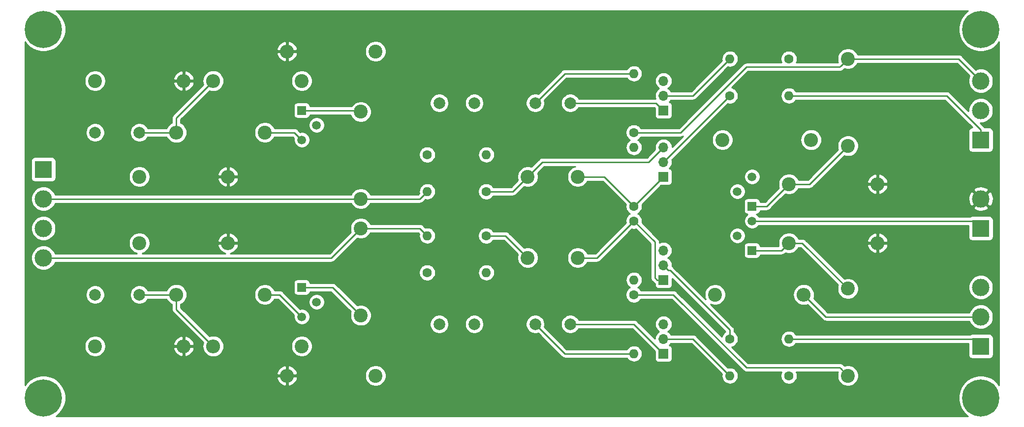
<source format=gbr>
G04 #@! TF.GenerationSoftware,KiCad,Pcbnew,(5.1.4-0-10_14)*
G04 #@! TF.CreationDate,2019-09-24T11:42:35-07:00*
G04 #@! TF.ProjectId,STPre6080PCB,53545072-6536-4303-9830-5043422e6b69,1.0*
G04 #@! TF.SameCoordinates,Original*
G04 #@! TF.FileFunction,Copper,L1,Top*
G04 #@! TF.FilePolarity,Positive*
%FSLAX46Y46*%
G04 Gerber Fmt 4.6, Leading zero omitted, Abs format (unit mm)*
G04 Created by KiCad (PCBNEW (5.1.4-0-10_14)) date 2019-09-24 11:42:35*
%MOMM*%
%LPD*%
G04 APERTURE LIST*
%ADD10R,1.500000X1.500000*%
%ADD11C,1.500000*%
%ADD12O,2.400000X2.400000*%
%ADD13C,2.400000*%
%ADD14C,6.400000*%
%ADD15C,2.000000*%
%ADD16R,3.000000X3.000000*%
%ADD17C,3.000000*%
%ADD18O,1.600000X1.600000*%
%ADD19C,1.600000*%
%ADD20R,1.700000X1.700000*%
%ADD21O,1.700000X1.700000*%
%ADD22C,0.250000*%
%ADD23C,0.254000*%
G04 APERTURE END LIST*
D10*
X88900000Y-97790000D03*
D11*
X88900000Y-102870000D03*
X91440000Y-100330000D03*
D10*
X166370000Y-114300000D03*
D11*
X166370000Y-109220000D03*
X163830000Y-111760000D03*
D10*
X88900000Y-128270000D03*
D11*
X88900000Y-133350000D03*
X91440000Y-130810000D03*
D10*
X166370000Y-121920000D03*
D11*
X166370000Y-116840000D03*
X163830000Y-119380000D03*
D12*
X73660000Y-138430000D03*
D13*
X88900000Y-138430000D03*
D14*
X205740000Y-83820000D03*
X205740000Y-147320000D03*
X44450000Y-147320000D03*
X44450000Y-83820000D03*
D15*
X60960000Y-101600000D03*
X53340000Y-101600000D03*
D13*
X99060000Y-98030000D03*
X99060000Y-113030000D03*
X127770000Y-109220000D03*
X136390000Y-109220000D03*
D15*
X118580000Y-96520000D03*
X112560000Y-96520000D03*
X135090000Y-96520000D03*
X129070000Y-96520000D03*
D13*
X182880000Y-103900000D03*
X182880000Y-88900000D03*
D15*
X53340000Y-129540000D03*
X60960000Y-129540000D03*
D13*
X99060000Y-118110000D03*
X99060000Y-133110000D03*
X136390000Y-123190000D03*
X127770000Y-123190000D03*
D15*
X118580000Y-134620000D03*
X112560000Y-134620000D03*
X135090000Y-134620000D03*
X129070000Y-134620000D03*
D13*
X182880000Y-143510000D03*
X182880000Y-128510000D03*
D16*
X205740000Y-118110000D03*
D17*
X205740000Y-113030000D03*
X44450000Y-113030000D03*
X44450000Y-118110000D03*
D16*
X44450000Y-107950000D03*
D17*
X44450000Y-123190000D03*
X205740000Y-92710000D03*
X205740000Y-97790000D03*
D16*
X205740000Y-102870000D03*
X205740000Y-138430000D03*
D17*
X205740000Y-133350000D03*
X205740000Y-128270000D03*
D13*
X53340000Y-92710000D03*
D12*
X68580000Y-92710000D03*
D13*
X82550000Y-101600000D03*
D12*
X67310000Y-101600000D03*
X76200000Y-109220000D03*
D13*
X60960000Y-109220000D03*
X88900000Y-92710000D03*
D12*
X73660000Y-92710000D03*
X86360000Y-87630000D03*
D13*
X101600000Y-87630000D03*
D18*
X110490000Y-111760000D03*
D19*
X120650000Y-111760000D03*
D18*
X146050000Y-104140000D03*
D19*
X146050000Y-114300000D03*
X110490000Y-105410000D03*
D18*
X120650000Y-105410000D03*
D19*
X146050000Y-101600000D03*
D18*
X146050000Y-91440000D03*
D19*
X162560000Y-95250000D03*
D18*
X172720000Y-95250000D03*
X162560000Y-88900000D03*
D19*
X172720000Y-88900000D03*
D12*
X176530000Y-102870000D03*
D13*
X161290000Y-102870000D03*
X172720000Y-110490000D03*
D12*
X187960000Y-110490000D03*
X68580000Y-138430000D03*
D13*
X53340000Y-138430000D03*
X82550000Y-129540000D03*
D12*
X67310000Y-129540000D03*
X76200000Y-120650000D03*
D13*
X60960000Y-120650000D03*
X101600000Y-143510000D03*
D12*
X86360000Y-143510000D03*
D18*
X110490000Y-119380000D03*
D19*
X120650000Y-119380000D03*
X146050000Y-116840000D03*
D18*
X146050000Y-127000000D03*
D19*
X110490000Y-125730000D03*
D18*
X120650000Y-125730000D03*
X146050000Y-139700000D03*
D19*
X146050000Y-129540000D03*
X162560000Y-137160000D03*
D18*
X172720000Y-137160000D03*
X162560000Y-143510000D03*
D19*
X172720000Y-143510000D03*
D13*
X160020000Y-129540000D03*
D12*
X175260000Y-129540000D03*
X187960000Y-120650000D03*
D13*
X172720000Y-120650000D03*
D20*
X151130000Y-109220000D03*
D21*
X151130000Y-106680000D03*
X151130000Y-104140000D03*
X151130000Y-92710000D03*
X151130000Y-95250000D03*
D20*
X151130000Y-97790000D03*
D21*
X151130000Y-121920000D03*
X151130000Y-124460000D03*
D20*
X151130000Y-127000000D03*
X151130000Y-139700000D03*
D21*
X151130000Y-137160000D03*
X151130000Y-134620000D03*
D22*
X67310000Y-99060000D02*
X73660000Y-92710000D01*
X67310000Y-101600000D02*
X67310000Y-99060000D01*
X60960000Y-101600000D02*
X67310000Y-101600000D01*
X98820000Y-97790000D02*
X99060000Y-98030000D01*
X88900000Y-97790000D02*
X98820000Y-97790000D01*
X44450000Y-113030000D02*
X99060000Y-113030000D01*
X109220000Y-113030000D02*
X110490000Y-111760000D01*
X99060000Y-113030000D02*
X109220000Y-113030000D01*
X125230000Y-111760000D02*
X127770000Y-109220000D01*
X120650000Y-111760000D02*
X125230000Y-111760000D01*
X150280001Y-104989999D02*
X151130000Y-104140000D01*
X148590000Y-106680000D02*
X150280001Y-104989999D01*
X127770000Y-109220000D02*
X130310000Y-106680000D01*
X130310000Y-106680000D02*
X148590000Y-106680000D01*
X140970000Y-109220000D02*
X146050000Y-114300000D01*
X136390000Y-109220000D02*
X140970000Y-109220000D01*
X146050000Y-114300000D02*
X151130000Y-109220000D01*
X149860000Y-96520000D02*
X151130000Y-97790000D01*
X135090000Y-96520000D02*
X149860000Y-96520000D01*
X129070000Y-96520000D02*
X134150000Y-91440000D01*
X134150000Y-91440000D02*
X146050000Y-91440000D01*
X176290000Y-110490000D02*
X182880000Y-103900000D01*
X172720000Y-110490000D02*
X176290000Y-110490000D01*
X168910000Y-114300000D02*
X172720000Y-110490000D01*
X166370000Y-114300000D02*
X168910000Y-114300000D01*
X181680001Y-90099999D02*
X182880000Y-88900000D01*
X181454999Y-90325001D02*
X181680001Y-90099999D01*
X165375997Y-90325001D02*
X181454999Y-90325001D01*
X154100998Y-101600000D02*
X165375997Y-90325001D01*
X146050000Y-101600000D02*
X154100998Y-101600000D01*
X201930000Y-88900000D02*
X205740000Y-92710000D01*
X182880000Y-88900000D02*
X201930000Y-88900000D01*
X60960000Y-129540000D02*
X67310000Y-129540000D01*
X67310000Y-132080000D02*
X73660000Y-138430000D01*
X67310000Y-129540000D02*
X67310000Y-132080000D01*
X93980000Y-123190000D02*
X99060000Y-118110000D01*
X44450000Y-123190000D02*
X93980000Y-123190000D01*
X109220000Y-118110000D02*
X110490000Y-119380000D01*
X99060000Y-118110000D02*
X109220000Y-118110000D01*
X94220000Y-128270000D02*
X99060000Y-133110000D01*
X88900000Y-128270000D02*
X94220000Y-128270000D01*
X139700000Y-123190000D02*
X146050000Y-116840000D01*
X136390000Y-123190000D02*
X139700000Y-123190000D01*
X150030000Y-127000000D02*
X151130000Y-127000000D01*
X149654999Y-126624999D02*
X150030000Y-127000000D01*
X149654999Y-120444999D02*
X149654999Y-126624999D01*
X146050000Y-116840000D02*
X149654999Y-120444999D01*
X123960000Y-119380000D02*
X127770000Y-123190000D01*
X120650000Y-119380000D02*
X123960000Y-119380000D01*
X146050000Y-134620000D02*
X151130000Y-139700000D01*
X135090000Y-134620000D02*
X146050000Y-134620000D01*
X129070000Y-134620000D02*
X134150000Y-139700000D01*
X134150000Y-139700000D02*
X146050000Y-139700000D01*
X181454999Y-142084999D02*
X181680001Y-142310001D01*
X165375997Y-142084999D02*
X181454999Y-142084999D01*
X152830998Y-129540000D02*
X165375997Y-142084999D01*
X181680001Y-142310001D02*
X182880000Y-143510000D01*
X146050000Y-129540000D02*
X152830998Y-129540000D01*
X175020000Y-120650000D02*
X182880000Y-128510000D01*
X172720000Y-120650000D02*
X175020000Y-120650000D01*
X171450000Y-121920000D02*
X172720000Y-120650000D01*
X166370000Y-121920000D02*
X171450000Y-121920000D01*
X87630000Y-101600000D02*
X88900000Y-102870000D01*
X82550000Y-101600000D02*
X87630000Y-101600000D01*
X85090000Y-129540000D02*
X88900000Y-133350000D01*
X82550000Y-129540000D02*
X85090000Y-129540000D01*
X204470000Y-116840000D02*
X205740000Y-118110000D01*
X166370000Y-116840000D02*
X204470000Y-116840000D01*
X205740000Y-101120000D02*
X205740000Y-102870000D01*
X199870000Y-95250000D02*
X205740000Y-101120000D01*
X172720000Y-95250000D02*
X199870000Y-95250000D01*
X204470000Y-137160000D02*
X205740000Y-138430000D01*
X172720000Y-137160000D02*
X204470000Y-137160000D01*
X179070000Y-133350000D02*
X205740000Y-133350000D01*
X175260000Y-129540000D02*
X179070000Y-133350000D01*
X152194999Y-105615001D02*
X151130000Y-106680000D01*
X162560000Y-95250000D02*
X152194999Y-105615001D01*
X156210000Y-95250000D02*
X162560000Y-88900000D01*
X151130000Y-95250000D02*
X156210000Y-95250000D01*
X151979999Y-125309999D02*
X151130000Y-124460000D01*
X152265001Y-125309999D02*
X151979999Y-125309999D01*
X162560000Y-135604998D02*
X152265001Y-125309999D01*
X162560000Y-137160000D02*
X162560000Y-135604998D01*
X156210000Y-137160000D02*
X162560000Y-143510000D01*
X151130000Y-137160000D02*
X156210000Y-137160000D01*
D23*
G36*
X203295330Y-80841161D02*
G01*
X202761161Y-81375330D01*
X202341467Y-82003446D01*
X202052377Y-82701372D01*
X201905000Y-83442285D01*
X201905000Y-84197715D01*
X202052377Y-84938628D01*
X202341467Y-85636554D01*
X202761161Y-86264670D01*
X203295330Y-86798839D01*
X203923446Y-87218533D01*
X204621372Y-87507623D01*
X205362285Y-87655000D01*
X206117715Y-87655000D01*
X206858628Y-87507623D01*
X207556554Y-87218533D01*
X208184670Y-86798839D01*
X208718839Y-86264670D01*
X208890000Y-86008510D01*
X208890001Y-145131492D01*
X208718839Y-144875330D01*
X208184670Y-144341161D01*
X207556554Y-143921467D01*
X206858628Y-143632377D01*
X206117715Y-143485000D01*
X205362285Y-143485000D01*
X204621372Y-143632377D01*
X203923446Y-143921467D01*
X203295330Y-144341161D01*
X202761161Y-144875330D01*
X202341467Y-145503446D01*
X202052377Y-146201372D01*
X201905000Y-146942285D01*
X201905000Y-147697715D01*
X202052377Y-148438628D01*
X202341467Y-149136554D01*
X202761161Y-149764670D01*
X203295330Y-150298839D01*
X203551490Y-150470000D01*
X46638510Y-150470000D01*
X46894670Y-150298839D01*
X47428839Y-149764670D01*
X47848533Y-149136554D01*
X48137623Y-148438628D01*
X48285000Y-147697715D01*
X48285000Y-146942285D01*
X48137623Y-146201372D01*
X47848533Y-145503446D01*
X47428839Y-144875330D01*
X46894670Y-144341161D01*
X46267060Y-143921805D01*
X84571805Y-143921805D01*
X84644379Y-144161066D01*
X84804361Y-144483257D01*
X85024125Y-144768046D01*
X85295226Y-145004489D01*
X85607246Y-145183500D01*
X85948194Y-145298199D01*
X86233000Y-145181854D01*
X86233000Y-143637000D01*
X86487000Y-143637000D01*
X86487000Y-145181854D01*
X86771806Y-145298199D01*
X87112754Y-145183500D01*
X87424774Y-145004489D01*
X87695875Y-144768046D01*
X87915639Y-144483257D01*
X88075621Y-144161066D01*
X88148195Y-143921805D01*
X88031432Y-143637000D01*
X86487000Y-143637000D01*
X86233000Y-143637000D01*
X84688568Y-143637000D01*
X84571805Y-143921805D01*
X46267060Y-143921805D01*
X46266554Y-143921467D01*
X45568628Y-143632377D01*
X44827715Y-143485000D01*
X44072285Y-143485000D01*
X43331372Y-143632377D01*
X42633446Y-143921467D01*
X42005330Y-144341161D01*
X41471161Y-144875330D01*
X41300000Y-145131490D01*
X41300000Y-143098195D01*
X84571805Y-143098195D01*
X84688568Y-143383000D01*
X86233000Y-143383000D01*
X86233000Y-141838146D01*
X86487000Y-141838146D01*
X86487000Y-143383000D01*
X88031432Y-143383000D01*
X88053460Y-143329268D01*
X99765000Y-143329268D01*
X99765000Y-143690732D01*
X99835518Y-144045250D01*
X99973844Y-144379199D01*
X100174662Y-144679744D01*
X100430256Y-144935338D01*
X100730801Y-145136156D01*
X101064750Y-145274482D01*
X101419268Y-145345000D01*
X101780732Y-145345000D01*
X102135250Y-145274482D01*
X102469199Y-145136156D01*
X102769744Y-144935338D01*
X103025338Y-144679744D01*
X103226156Y-144379199D01*
X103364482Y-144045250D01*
X103435000Y-143690732D01*
X103435000Y-143329268D01*
X103364482Y-142974750D01*
X103226156Y-142640801D01*
X103025338Y-142340256D01*
X102769744Y-142084662D01*
X102469199Y-141883844D01*
X102135250Y-141745518D01*
X101780732Y-141675000D01*
X101419268Y-141675000D01*
X101064750Y-141745518D01*
X100730801Y-141883844D01*
X100430256Y-142084662D01*
X100174662Y-142340256D01*
X99973844Y-142640801D01*
X99835518Y-142974750D01*
X99765000Y-143329268D01*
X88053460Y-143329268D01*
X88148195Y-143098195D01*
X88075621Y-142858934D01*
X87915639Y-142536743D01*
X87695875Y-142251954D01*
X87424774Y-142015511D01*
X87112754Y-141836500D01*
X86771806Y-141721801D01*
X86487000Y-141838146D01*
X86233000Y-141838146D01*
X85948194Y-141721801D01*
X85607246Y-141836500D01*
X85295226Y-142015511D01*
X85024125Y-142251954D01*
X84804361Y-142536743D01*
X84644379Y-142858934D01*
X84571805Y-143098195D01*
X41300000Y-143098195D01*
X41300000Y-138249268D01*
X51505000Y-138249268D01*
X51505000Y-138610732D01*
X51575518Y-138965250D01*
X51713844Y-139299199D01*
X51914662Y-139599744D01*
X52170256Y-139855338D01*
X52470801Y-140056156D01*
X52804750Y-140194482D01*
X53159268Y-140265000D01*
X53520732Y-140265000D01*
X53875250Y-140194482D01*
X54209199Y-140056156D01*
X54509744Y-139855338D01*
X54765338Y-139599744D01*
X54966156Y-139299199D01*
X55104482Y-138965250D01*
X55129036Y-138841805D01*
X66791805Y-138841805D01*
X66864379Y-139081066D01*
X67024361Y-139403257D01*
X67244125Y-139688046D01*
X67515226Y-139924489D01*
X67827246Y-140103500D01*
X68168194Y-140218199D01*
X68453000Y-140101854D01*
X68453000Y-138557000D01*
X68707000Y-138557000D01*
X68707000Y-140101854D01*
X68991806Y-140218199D01*
X69332754Y-140103500D01*
X69644774Y-139924489D01*
X69915875Y-139688046D01*
X70135639Y-139403257D01*
X70295621Y-139081066D01*
X70368195Y-138841805D01*
X70251432Y-138557000D01*
X68707000Y-138557000D01*
X68453000Y-138557000D01*
X66908568Y-138557000D01*
X66791805Y-138841805D01*
X55129036Y-138841805D01*
X55175000Y-138610732D01*
X55175000Y-138249268D01*
X55129037Y-138018195D01*
X66791805Y-138018195D01*
X66908568Y-138303000D01*
X68453000Y-138303000D01*
X68453000Y-136758146D01*
X68707000Y-136758146D01*
X68707000Y-138303000D01*
X70251432Y-138303000D01*
X70368195Y-138018195D01*
X70295621Y-137778934D01*
X70135639Y-137456743D01*
X69915875Y-137171954D01*
X69644774Y-136935511D01*
X69332754Y-136756500D01*
X68991806Y-136641801D01*
X68707000Y-136758146D01*
X68453000Y-136758146D01*
X68168194Y-136641801D01*
X67827246Y-136756500D01*
X67515226Y-136935511D01*
X67244125Y-137171954D01*
X67024361Y-137456743D01*
X66864379Y-137778934D01*
X66791805Y-138018195D01*
X55129037Y-138018195D01*
X55104482Y-137894750D01*
X54966156Y-137560801D01*
X54765338Y-137260256D01*
X54509744Y-137004662D01*
X54209199Y-136803844D01*
X53875250Y-136665518D01*
X53520732Y-136595000D01*
X53159268Y-136595000D01*
X52804750Y-136665518D01*
X52470801Y-136803844D01*
X52170256Y-137004662D01*
X51914662Y-137260256D01*
X51713844Y-137560801D01*
X51575518Y-137894750D01*
X51505000Y-138249268D01*
X41300000Y-138249268D01*
X41300000Y-129378967D01*
X51705000Y-129378967D01*
X51705000Y-129701033D01*
X51767832Y-130016912D01*
X51891082Y-130314463D01*
X52070013Y-130582252D01*
X52297748Y-130809987D01*
X52565537Y-130988918D01*
X52863088Y-131112168D01*
X53178967Y-131175000D01*
X53501033Y-131175000D01*
X53816912Y-131112168D01*
X54114463Y-130988918D01*
X54382252Y-130809987D01*
X54609987Y-130582252D01*
X54788918Y-130314463D01*
X54912168Y-130016912D01*
X54975000Y-129701033D01*
X54975000Y-129378967D01*
X59325000Y-129378967D01*
X59325000Y-129701033D01*
X59387832Y-130016912D01*
X59511082Y-130314463D01*
X59690013Y-130582252D01*
X59917748Y-130809987D01*
X60185537Y-130988918D01*
X60483088Y-131112168D01*
X60798967Y-131175000D01*
X61121033Y-131175000D01*
X61436912Y-131112168D01*
X61734463Y-130988918D01*
X62002252Y-130809987D01*
X62229987Y-130582252D01*
X62408918Y-130314463D01*
X62414909Y-130300000D01*
X65635545Y-130300000D01*
X65776871Y-130564404D01*
X66006181Y-130843819D01*
X66285596Y-131073129D01*
X66550001Y-131214456D01*
X66550001Y-132042668D01*
X66546324Y-132080000D01*
X66560998Y-132228985D01*
X66604454Y-132372246D01*
X66675026Y-132504276D01*
X66732863Y-132574750D01*
X66770000Y-132620001D01*
X66798998Y-132643799D01*
X71938580Y-137783382D01*
X71851552Y-138070277D01*
X71816122Y-138430000D01*
X71851552Y-138789723D01*
X71956479Y-139135622D01*
X72126871Y-139454404D01*
X72356181Y-139733819D01*
X72635596Y-139963129D01*
X72954378Y-140133521D01*
X73300277Y-140238448D01*
X73569861Y-140265000D01*
X73750139Y-140265000D01*
X74019723Y-140238448D01*
X74365622Y-140133521D01*
X74684404Y-139963129D01*
X74963819Y-139733819D01*
X75193129Y-139454404D01*
X75363521Y-139135622D01*
X75468448Y-138789723D01*
X75503878Y-138430000D01*
X75486078Y-138249268D01*
X87065000Y-138249268D01*
X87065000Y-138610732D01*
X87135518Y-138965250D01*
X87273844Y-139299199D01*
X87474662Y-139599744D01*
X87730256Y-139855338D01*
X88030801Y-140056156D01*
X88364750Y-140194482D01*
X88719268Y-140265000D01*
X89080732Y-140265000D01*
X89435250Y-140194482D01*
X89769199Y-140056156D01*
X90069744Y-139855338D01*
X90325338Y-139599744D01*
X90526156Y-139299199D01*
X90664482Y-138965250D01*
X90735000Y-138610732D01*
X90735000Y-138249268D01*
X90664482Y-137894750D01*
X90526156Y-137560801D01*
X90325338Y-137260256D01*
X90069744Y-137004662D01*
X89769199Y-136803844D01*
X89435250Y-136665518D01*
X89080732Y-136595000D01*
X88719268Y-136595000D01*
X88364750Y-136665518D01*
X88030801Y-136803844D01*
X87730256Y-137004662D01*
X87474662Y-137260256D01*
X87273844Y-137560801D01*
X87135518Y-137894750D01*
X87065000Y-138249268D01*
X75486078Y-138249268D01*
X75468448Y-138070277D01*
X75363521Y-137724378D01*
X75193129Y-137405596D01*
X74963819Y-137126181D01*
X74684404Y-136896871D01*
X74365622Y-136726479D01*
X74019723Y-136621552D01*
X73750139Y-136595000D01*
X73569861Y-136595000D01*
X73300277Y-136621552D01*
X73013382Y-136708580D01*
X68070000Y-131765199D01*
X68070000Y-131214455D01*
X68334404Y-131073129D01*
X68613819Y-130843819D01*
X68843129Y-130564404D01*
X69013521Y-130245622D01*
X69118448Y-129899723D01*
X69153878Y-129540000D01*
X69136078Y-129359268D01*
X80715000Y-129359268D01*
X80715000Y-129720732D01*
X80785518Y-130075250D01*
X80923844Y-130409199D01*
X81124662Y-130709744D01*
X81380256Y-130965338D01*
X81680801Y-131166156D01*
X82014750Y-131304482D01*
X82369268Y-131375000D01*
X82730732Y-131375000D01*
X83085250Y-131304482D01*
X83419199Y-131166156D01*
X83719744Y-130965338D01*
X83975338Y-130709744D01*
X84176156Y-130409199D01*
X84221388Y-130300000D01*
X84775199Y-130300000D01*
X87543833Y-133068635D01*
X87515000Y-133213589D01*
X87515000Y-133486411D01*
X87568225Y-133753989D01*
X87672629Y-134006043D01*
X87824201Y-134232886D01*
X88017114Y-134425799D01*
X88243957Y-134577371D01*
X88496011Y-134681775D01*
X88763589Y-134735000D01*
X89036411Y-134735000D01*
X89303989Y-134681775D01*
X89556043Y-134577371D01*
X89782886Y-134425799D01*
X89975799Y-134232886D01*
X90127371Y-134006043D01*
X90231775Y-133753989D01*
X90285000Y-133486411D01*
X90285000Y-133213589D01*
X90231775Y-132946011D01*
X90127371Y-132693957D01*
X89975799Y-132467114D01*
X89782886Y-132274201D01*
X89556043Y-132122629D01*
X89303989Y-132018225D01*
X89036411Y-131965000D01*
X88763589Y-131965000D01*
X88618635Y-131993833D01*
X87298391Y-130673589D01*
X90055000Y-130673589D01*
X90055000Y-130946411D01*
X90108225Y-131213989D01*
X90212629Y-131466043D01*
X90364201Y-131692886D01*
X90557114Y-131885799D01*
X90783957Y-132037371D01*
X91036011Y-132141775D01*
X91303589Y-132195000D01*
X91576411Y-132195000D01*
X91843989Y-132141775D01*
X92096043Y-132037371D01*
X92322886Y-131885799D01*
X92515799Y-131692886D01*
X92667371Y-131466043D01*
X92771775Y-131213989D01*
X92825000Y-130946411D01*
X92825000Y-130673589D01*
X92771775Y-130406011D01*
X92667371Y-130153957D01*
X92515799Y-129927114D01*
X92322886Y-129734201D01*
X92096043Y-129582629D01*
X91843989Y-129478225D01*
X91576411Y-129425000D01*
X91303589Y-129425000D01*
X91036011Y-129478225D01*
X90783957Y-129582629D01*
X90557114Y-129734201D01*
X90364201Y-129927114D01*
X90212629Y-130153957D01*
X90108225Y-130406011D01*
X90055000Y-130673589D01*
X87298391Y-130673589D01*
X85653804Y-129029003D01*
X85630001Y-128999999D01*
X85514276Y-128905026D01*
X85382247Y-128834454D01*
X85238986Y-128790997D01*
X85127333Y-128780000D01*
X85127322Y-128780000D01*
X85090000Y-128776324D01*
X85052678Y-128780000D01*
X84221388Y-128780000D01*
X84176156Y-128670801D01*
X83975338Y-128370256D01*
X83719744Y-128114662D01*
X83419199Y-127913844D01*
X83085250Y-127775518D01*
X82730732Y-127705000D01*
X82369268Y-127705000D01*
X82014750Y-127775518D01*
X81680801Y-127913844D01*
X81380256Y-128114662D01*
X81124662Y-128370256D01*
X80923844Y-128670801D01*
X80785518Y-129004750D01*
X80715000Y-129359268D01*
X69136078Y-129359268D01*
X69118448Y-129180277D01*
X69013521Y-128834378D01*
X68843129Y-128515596D01*
X68613819Y-128236181D01*
X68334404Y-128006871D01*
X68015622Y-127836479D01*
X67669723Y-127731552D01*
X67400139Y-127705000D01*
X67219861Y-127705000D01*
X66950277Y-127731552D01*
X66604378Y-127836479D01*
X66285596Y-128006871D01*
X66006181Y-128236181D01*
X65776871Y-128515596D01*
X65635545Y-128780000D01*
X62414909Y-128780000D01*
X62408918Y-128765537D01*
X62229987Y-128497748D01*
X62002252Y-128270013D01*
X61734463Y-128091082D01*
X61436912Y-127967832D01*
X61121033Y-127905000D01*
X60798967Y-127905000D01*
X60483088Y-127967832D01*
X60185537Y-128091082D01*
X59917748Y-128270013D01*
X59690013Y-128497748D01*
X59511082Y-128765537D01*
X59387832Y-129063088D01*
X59325000Y-129378967D01*
X54975000Y-129378967D01*
X54912168Y-129063088D01*
X54788918Y-128765537D01*
X54609987Y-128497748D01*
X54382252Y-128270013D01*
X54114463Y-128091082D01*
X53816912Y-127967832D01*
X53501033Y-127905000D01*
X53178967Y-127905000D01*
X52863088Y-127967832D01*
X52565537Y-128091082D01*
X52297748Y-128270013D01*
X52070013Y-128497748D01*
X51891082Y-128765537D01*
X51767832Y-129063088D01*
X51705000Y-129378967D01*
X41300000Y-129378967D01*
X41300000Y-127520000D01*
X87511928Y-127520000D01*
X87511928Y-129020000D01*
X87524188Y-129144482D01*
X87560498Y-129264180D01*
X87619463Y-129374494D01*
X87698815Y-129471185D01*
X87795506Y-129550537D01*
X87905820Y-129609502D01*
X88025518Y-129645812D01*
X88150000Y-129658072D01*
X89650000Y-129658072D01*
X89774482Y-129645812D01*
X89894180Y-129609502D01*
X90004494Y-129550537D01*
X90101185Y-129471185D01*
X90180537Y-129374494D01*
X90239502Y-129264180D01*
X90275812Y-129144482D01*
X90287087Y-129030000D01*
X93905199Y-129030000D01*
X97340750Y-132465551D01*
X97295518Y-132574750D01*
X97225000Y-132929268D01*
X97225000Y-133290732D01*
X97295518Y-133645250D01*
X97433844Y-133979199D01*
X97634662Y-134279744D01*
X97890256Y-134535338D01*
X98190801Y-134736156D01*
X98524750Y-134874482D01*
X98879268Y-134945000D01*
X99240732Y-134945000D01*
X99595250Y-134874482D01*
X99929199Y-134736156D01*
X100229744Y-134535338D01*
X100306115Y-134458967D01*
X110925000Y-134458967D01*
X110925000Y-134781033D01*
X110987832Y-135096912D01*
X111111082Y-135394463D01*
X111290013Y-135662252D01*
X111517748Y-135889987D01*
X111785537Y-136068918D01*
X112083088Y-136192168D01*
X112398967Y-136255000D01*
X112721033Y-136255000D01*
X113036912Y-136192168D01*
X113334463Y-136068918D01*
X113602252Y-135889987D01*
X113829987Y-135662252D01*
X114008918Y-135394463D01*
X114132168Y-135096912D01*
X114195000Y-134781033D01*
X114195000Y-134458967D01*
X116945000Y-134458967D01*
X116945000Y-134781033D01*
X117007832Y-135096912D01*
X117131082Y-135394463D01*
X117310013Y-135662252D01*
X117537748Y-135889987D01*
X117805537Y-136068918D01*
X118103088Y-136192168D01*
X118418967Y-136255000D01*
X118741033Y-136255000D01*
X119056912Y-136192168D01*
X119354463Y-136068918D01*
X119622252Y-135889987D01*
X119849987Y-135662252D01*
X120028918Y-135394463D01*
X120152168Y-135096912D01*
X120215000Y-134781033D01*
X120215000Y-134458967D01*
X127435000Y-134458967D01*
X127435000Y-134781033D01*
X127497832Y-135096912D01*
X127621082Y-135394463D01*
X127800013Y-135662252D01*
X128027748Y-135889987D01*
X128295537Y-136068918D01*
X128593088Y-136192168D01*
X128908967Y-136255000D01*
X129231033Y-136255000D01*
X129546912Y-136192168D01*
X129561376Y-136186177D01*
X133586201Y-140211003D01*
X133609999Y-140240001D01*
X133638997Y-140263799D01*
X133725723Y-140334974D01*
X133812177Y-140381185D01*
X133857753Y-140405546D01*
X134001014Y-140449003D01*
X134112667Y-140460000D01*
X134112677Y-140460000D01*
X134150000Y-140463676D01*
X134187323Y-140460000D01*
X144829099Y-140460000D01*
X144851068Y-140501101D01*
X145030392Y-140719608D01*
X145248899Y-140898932D01*
X145498192Y-141032182D01*
X145768691Y-141114236D01*
X145979508Y-141135000D01*
X146120492Y-141135000D01*
X146331309Y-141114236D01*
X146601808Y-141032182D01*
X146851101Y-140898932D01*
X147069608Y-140719608D01*
X147248932Y-140501101D01*
X147382182Y-140251808D01*
X147464236Y-139981309D01*
X147491943Y-139700000D01*
X147464236Y-139418691D01*
X147382182Y-139148192D01*
X147248932Y-138898899D01*
X147069608Y-138680392D01*
X146851101Y-138501068D01*
X146601808Y-138367818D01*
X146331309Y-138285764D01*
X146120492Y-138265000D01*
X145979508Y-138265000D01*
X145768691Y-138285764D01*
X145498192Y-138367818D01*
X145248899Y-138501068D01*
X145030392Y-138680392D01*
X144851068Y-138898899D01*
X144829099Y-138940000D01*
X134464802Y-138940000D01*
X130636177Y-135111376D01*
X130642168Y-135096912D01*
X130705000Y-134781033D01*
X130705000Y-134458967D01*
X133455000Y-134458967D01*
X133455000Y-134781033D01*
X133517832Y-135096912D01*
X133641082Y-135394463D01*
X133820013Y-135662252D01*
X134047748Y-135889987D01*
X134315537Y-136068918D01*
X134613088Y-136192168D01*
X134928967Y-136255000D01*
X135251033Y-136255000D01*
X135566912Y-136192168D01*
X135864463Y-136068918D01*
X136132252Y-135889987D01*
X136359987Y-135662252D01*
X136538918Y-135394463D01*
X136544909Y-135380000D01*
X145735199Y-135380000D01*
X149641928Y-139286730D01*
X149641928Y-140550000D01*
X149654188Y-140674482D01*
X149690498Y-140794180D01*
X149749463Y-140904494D01*
X149828815Y-141001185D01*
X149925506Y-141080537D01*
X150035820Y-141139502D01*
X150155518Y-141175812D01*
X150280000Y-141188072D01*
X151980000Y-141188072D01*
X152104482Y-141175812D01*
X152224180Y-141139502D01*
X152334494Y-141080537D01*
X152431185Y-141001185D01*
X152510537Y-140904494D01*
X152569502Y-140794180D01*
X152605812Y-140674482D01*
X152618072Y-140550000D01*
X152618072Y-138850000D01*
X152605812Y-138725518D01*
X152569502Y-138605820D01*
X152510537Y-138495506D01*
X152431185Y-138398815D01*
X152334494Y-138319463D01*
X152224180Y-138260498D01*
X152155313Y-138239607D01*
X152185134Y-138215134D01*
X152370706Y-137989014D01*
X152407595Y-137920000D01*
X155895199Y-137920000D01*
X161159292Y-143184094D01*
X161145764Y-143228691D01*
X161118057Y-143510000D01*
X161145764Y-143791309D01*
X161227818Y-144061808D01*
X161361068Y-144311101D01*
X161540392Y-144529608D01*
X161758899Y-144708932D01*
X162008192Y-144842182D01*
X162278691Y-144924236D01*
X162489508Y-144945000D01*
X162630492Y-144945000D01*
X162841309Y-144924236D01*
X163111808Y-144842182D01*
X163361101Y-144708932D01*
X163579608Y-144529608D01*
X163758932Y-144311101D01*
X163892182Y-144061808D01*
X163974236Y-143791309D01*
X164001943Y-143510000D01*
X163974236Y-143228691D01*
X163892182Y-142958192D01*
X163758932Y-142708899D01*
X163579608Y-142490392D01*
X163361101Y-142311068D01*
X163111808Y-142177818D01*
X162841309Y-142095764D01*
X162630492Y-142075000D01*
X162489508Y-142075000D01*
X162278691Y-142095764D01*
X162234094Y-142109292D01*
X156773804Y-136649003D01*
X156750001Y-136619999D01*
X156634276Y-136525026D01*
X156502247Y-136454454D01*
X156358986Y-136410997D01*
X156247333Y-136400000D01*
X156247322Y-136400000D01*
X156210000Y-136396324D01*
X156172678Y-136400000D01*
X152407595Y-136400000D01*
X152370706Y-136330986D01*
X152185134Y-136104866D01*
X151959014Y-135919294D01*
X151904209Y-135890000D01*
X151959014Y-135860706D01*
X152185134Y-135675134D01*
X152370706Y-135449014D01*
X152508599Y-135191034D01*
X152593513Y-134911111D01*
X152622185Y-134620000D01*
X152593513Y-134328889D01*
X152508599Y-134048966D01*
X152370706Y-133790986D01*
X152185134Y-133564866D01*
X151959014Y-133379294D01*
X151701034Y-133241401D01*
X151421111Y-133156487D01*
X151202950Y-133135000D01*
X151057050Y-133135000D01*
X150838889Y-133156487D01*
X150558966Y-133241401D01*
X150300986Y-133379294D01*
X150074866Y-133564866D01*
X149889294Y-133790986D01*
X149751401Y-134048966D01*
X149666487Y-134328889D01*
X149637815Y-134620000D01*
X149666487Y-134911111D01*
X149751401Y-135191034D01*
X149889294Y-135449014D01*
X150074866Y-135675134D01*
X150300986Y-135860706D01*
X150355791Y-135890000D01*
X150300986Y-135919294D01*
X150074866Y-136104866D01*
X149889294Y-136330986D01*
X149751401Y-136588966D01*
X149666487Y-136868889D01*
X149640235Y-137135433D01*
X146613804Y-134109003D01*
X146590001Y-134079999D01*
X146474276Y-133985026D01*
X146342247Y-133914454D01*
X146198986Y-133870997D01*
X146087333Y-133860000D01*
X146087322Y-133860000D01*
X146050000Y-133856324D01*
X146012678Y-133860000D01*
X136544909Y-133860000D01*
X136538918Y-133845537D01*
X136359987Y-133577748D01*
X136132252Y-133350013D01*
X135864463Y-133171082D01*
X135566912Y-133047832D01*
X135251033Y-132985000D01*
X134928967Y-132985000D01*
X134613088Y-133047832D01*
X134315537Y-133171082D01*
X134047748Y-133350013D01*
X133820013Y-133577748D01*
X133641082Y-133845537D01*
X133517832Y-134143088D01*
X133455000Y-134458967D01*
X130705000Y-134458967D01*
X130642168Y-134143088D01*
X130518918Y-133845537D01*
X130339987Y-133577748D01*
X130112252Y-133350013D01*
X129844463Y-133171082D01*
X129546912Y-133047832D01*
X129231033Y-132985000D01*
X128908967Y-132985000D01*
X128593088Y-133047832D01*
X128295537Y-133171082D01*
X128027748Y-133350013D01*
X127800013Y-133577748D01*
X127621082Y-133845537D01*
X127497832Y-134143088D01*
X127435000Y-134458967D01*
X120215000Y-134458967D01*
X120152168Y-134143088D01*
X120028918Y-133845537D01*
X119849987Y-133577748D01*
X119622252Y-133350013D01*
X119354463Y-133171082D01*
X119056912Y-133047832D01*
X118741033Y-132985000D01*
X118418967Y-132985000D01*
X118103088Y-133047832D01*
X117805537Y-133171082D01*
X117537748Y-133350013D01*
X117310013Y-133577748D01*
X117131082Y-133845537D01*
X117007832Y-134143088D01*
X116945000Y-134458967D01*
X114195000Y-134458967D01*
X114132168Y-134143088D01*
X114008918Y-133845537D01*
X113829987Y-133577748D01*
X113602252Y-133350013D01*
X113334463Y-133171082D01*
X113036912Y-133047832D01*
X112721033Y-132985000D01*
X112398967Y-132985000D01*
X112083088Y-133047832D01*
X111785537Y-133171082D01*
X111517748Y-133350013D01*
X111290013Y-133577748D01*
X111111082Y-133845537D01*
X110987832Y-134143088D01*
X110925000Y-134458967D01*
X100306115Y-134458967D01*
X100485338Y-134279744D01*
X100686156Y-133979199D01*
X100824482Y-133645250D01*
X100895000Y-133290732D01*
X100895000Y-132929268D01*
X100824482Y-132574750D01*
X100686156Y-132240801D01*
X100485338Y-131940256D01*
X100229744Y-131684662D01*
X99929199Y-131483844D01*
X99595250Y-131345518D01*
X99240732Y-131275000D01*
X98879268Y-131275000D01*
X98524750Y-131345518D01*
X98415551Y-131390750D01*
X94783804Y-127759003D01*
X94760001Y-127729999D01*
X94644276Y-127635026D01*
X94512247Y-127564454D01*
X94368986Y-127520997D01*
X94257333Y-127510000D01*
X94257322Y-127510000D01*
X94220000Y-127506324D01*
X94182678Y-127510000D01*
X90287087Y-127510000D01*
X90275812Y-127395518D01*
X90239502Y-127275820D01*
X90180537Y-127165506D01*
X90101185Y-127068815D01*
X90004494Y-126989463D01*
X89894180Y-126930498D01*
X89774482Y-126894188D01*
X89650000Y-126881928D01*
X88150000Y-126881928D01*
X88025518Y-126894188D01*
X87905820Y-126930498D01*
X87795506Y-126989463D01*
X87698815Y-127068815D01*
X87619463Y-127165506D01*
X87560498Y-127275820D01*
X87524188Y-127395518D01*
X87511928Y-127520000D01*
X41300000Y-127520000D01*
X41300000Y-125588665D01*
X109055000Y-125588665D01*
X109055000Y-125871335D01*
X109110147Y-126148574D01*
X109218320Y-126409727D01*
X109375363Y-126644759D01*
X109575241Y-126844637D01*
X109810273Y-127001680D01*
X110071426Y-127109853D01*
X110348665Y-127165000D01*
X110631335Y-127165000D01*
X110908574Y-127109853D01*
X111169727Y-127001680D01*
X111404759Y-126844637D01*
X111604637Y-126644759D01*
X111761680Y-126409727D01*
X111869853Y-126148574D01*
X111925000Y-125871335D01*
X111925000Y-125730000D01*
X119208057Y-125730000D01*
X119235764Y-126011309D01*
X119317818Y-126281808D01*
X119451068Y-126531101D01*
X119630392Y-126749608D01*
X119848899Y-126928932D01*
X120098192Y-127062182D01*
X120368691Y-127144236D01*
X120579508Y-127165000D01*
X120720492Y-127165000D01*
X120931309Y-127144236D01*
X121201808Y-127062182D01*
X121451101Y-126928932D01*
X121669608Y-126749608D01*
X121848932Y-126531101D01*
X121982182Y-126281808D01*
X122064236Y-126011309D01*
X122091943Y-125730000D01*
X122064236Y-125448691D01*
X121982182Y-125178192D01*
X121848932Y-124928899D01*
X121669608Y-124710392D01*
X121451101Y-124531068D01*
X121201808Y-124397818D01*
X120931309Y-124315764D01*
X120720492Y-124295000D01*
X120579508Y-124295000D01*
X120368691Y-124315764D01*
X120098192Y-124397818D01*
X119848899Y-124531068D01*
X119630392Y-124710392D01*
X119451068Y-124928899D01*
X119317818Y-125178192D01*
X119235764Y-125448691D01*
X119208057Y-125730000D01*
X111925000Y-125730000D01*
X111925000Y-125588665D01*
X111869853Y-125311426D01*
X111761680Y-125050273D01*
X111604637Y-124815241D01*
X111404759Y-124615363D01*
X111169727Y-124458320D01*
X110908574Y-124350147D01*
X110631335Y-124295000D01*
X110348665Y-124295000D01*
X110071426Y-124350147D01*
X109810273Y-124458320D01*
X109575241Y-124615363D01*
X109375363Y-124815241D01*
X109218320Y-125050273D01*
X109110147Y-125311426D01*
X109055000Y-125588665D01*
X41300000Y-125588665D01*
X41300000Y-122979721D01*
X42315000Y-122979721D01*
X42315000Y-123400279D01*
X42397047Y-123812756D01*
X42557988Y-124201302D01*
X42791637Y-124550983D01*
X43089017Y-124848363D01*
X43438698Y-125082012D01*
X43827244Y-125242953D01*
X44239721Y-125325000D01*
X44660279Y-125325000D01*
X45072756Y-125242953D01*
X45461302Y-125082012D01*
X45810983Y-124848363D01*
X46108363Y-124550983D01*
X46342012Y-124201302D01*
X46446105Y-123950000D01*
X93942678Y-123950000D01*
X93980000Y-123953676D01*
X94017322Y-123950000D01*
X94017333Y-123950000D01*
X94128986Y-123939003D01*
X94272247Y-123895546D01*
X94404276Y-123824974D01*
X94520001Y-123730001D01*
X94543804Y-123700997D01*
X98415551Y-119829250D01*
X98524750Y-119874482D01*
X98879268Y-119945000D01*
X99240732Y-119945000D01*
X99595250Y-119874482D01*
X99929199Y-119736156D01*
X100229744Y-119535338D01*
X100485338Y-119279744D01*
X100686156Y-118979199D01*
X100731388Y-118870000D01*
X108905199Y-118870000D01*
X109089292Y-119054094D01*
X109075764Y-119098691D01*
X109048057Y-119380000D01*
X109075764Y-119661309D01*
X109157818Y-119931808D01*
X109291068Y-120181101D01*
X109470392Y-120399608D01*
X109688899Y-120578932D01*
X109938192Y-120712182D01*
X110208691Y-120794236D01*
X110419508Y-120815000D01*
X110560492Y-120815000D01*
X110771309Y-120794236D01*
X111041808Y-120712182D01*
X111291101Y-120578932D01*
X111509608Y-120399608D01*
X111688932Y-120181101D01*
X111822182Y-119931808D01*
X111904236Y-119661309D01*
X111931943Y-119380000D01*
X111918023Y-119238665D01*
X119215000Y-119238665D01*
X119215000Y-119521335D01*
X119270147Y-119798574D01*
X119378320Y-120059727D01*
X119535363Y-120294759D01*
X119735241Y-120494637D01*
X119970273Y-120651680D01*
X120231426Y-120759853D01*
X120508665Y-120815000D01*
X120791335Y-120815000D01*
X121068574Y-120759853D01*
X121329727Y-120651680D01*
X121564759Y-120494637D01*
X121764637Y-120294759D01*
X121868043Y-120140000D01*
X123645199Y-120140000D01*
X126050750Y-122545551D01*
X126005518Y-122654750D01*
X125935000Y-123009268D01*
X125935000Y-123370732D01*
X126005518Y-123725250D01*
X126143844Y-124059199D01*
X126344662Y-124359744D01*
X126600256Y-124615338D01*
X126900801Y-124816156D01*
X127234750Y-124954482D01*
X127589268Y-125025000D01*
X127950732Y-125025000D01*
X128305250Y-124954482D01*
X128639199Y-124816156D01*
X128939744Y-124615338D01*
X129195338Y-124359744D01*
X129396156Y-124059199D01*
X129534482Y-123725250D01*
X129605000Y-123370732D01*
X129605000Y-123009268D01*
X129534482Y-122654750D01*
X129396156Y-122320801D01*
X129195338Y-122020256D01*
X128939744Y-121764662D01*
X128639199Y-121563844D01*
X128305250Y-121425518D01*
X127950732Y-121355000D01*
X127589268Y-121355000D01*
X127234750Y-121425518D01*
X127125551Y-121470750D01*
X124523804Y-118869003D01*
X124500001Y-118839999D01*
X124384276Y-118745026D01*
X124252247Y-118674454D01*
X124108986Y-118630997D01*
X123997333Y-118620000D01*
X123997322Y-118620000D01*
X123960000Y-118616324D01*
X123922678Y-118620000D01*
X121868043Y-118620000D01*
X121764637Y-118465241D01*
X121564759Y-118265363D01*
X121329727Y-118108320D01*
X121068574Y-118000147D01*
X120791335Y-117945000D01*
X120508665Y-117945000D01*
X120231426Y-118000147D01*
X119970273Y-118108320D01*
X119735241Y-118265363D01*
X119535363Y-118465241D01*
X119378320Y-118700273D01*
X119270147Y-118961426D01*
X119215000Y-119238665D01*
X111918023Y-119238665D01*
X111904236Y-119098691D01*
X111822182Y-118828192D01*
X111688932Y-118578899D01*
X111509608Y-118360392D01*
X111291101Y-118181068D01*
X111041808Y-118047818D01*
X110771309Y-117965764D01*
X110560492Y-117945000D01*
X110419508Y-117945000D01*
X110208691Y-117965764D01*
X110164094Y-117979292D01*
X109783804Y-117599003D01*
X109760001Y-117569999D01*
X109644276Y-117475026D01*
X109512247Y-117404454D01*
X109368986Y-117360997D01*
X109257333Y-117350000D01*
X109257322Y-117350000D01*
X109220000Y-117346324D01*
X109182678Y-117350000D01*
X100731388Y-117350000D01*
X100686156Y-117240801D01*
X100485338Y-116940256D01*
X100229744Y-116684662D01*
X99929199Y-116483844D01*
X99595250Y-116345518D01*
X99240732Y-116275000D01*
X98879268Y-116275000D01*
X98524750Y-116345518D01*
X98190801Y-116483844D01*
X97890256Y-116684662D01*
X97634662Y-116940256D01*
X97433844Y-117240801D01*
X97295518Y-117574750D01*
X97225000Y-117929268D01*
X97225000Y-118290732D01*
X97295518Y-118645250D01*
X97340750Y-118754449D01*
X93665199Y-122430000D01*
X76636178Y-122430000D01*
X76952754Y-122323500D01*
X77264774Y-122144489D01*
X77535875Y-121908046D01*
X77755639Y-121623257D01*
X77915621Y-121301066D01*
X77988195Y-121061805D01*
X77871432Y-120777000D01*
X76327000Y-120777000D01*
X76327000Y-120797000D01*
X76073000Y-120797000D01*
X76073000Y-120777000D01*
X74528568Y-120777000D01*
X74411805Y-121061805D01*
X74484379Y-121301066D01*
X74644361Y-121623257D01*
X74864125Y-121908046D01*
X75135226Y-122144489D01*
X75447246Y-122323500D01*
X75763822Y-122430000D01*
X61417236Y-122430000D01*
X61495250Y-122414482D01*
X61829199Y-122276156D01*
X62129744Y-122075338D01*
X62385338Y-121819744D01*
X62586156Y-121519199D01*
X62724482Y-121185250D01*
X62795000Y-120830732D01*
X62795000Y-120469268D01*
X62749037Y-120238195D01*
X74411805Y-120238195D01*
X74528568Y-120523000D01*
X76073000Y-120523000D01*
X76073000Y-118978146D01*
X76327000Y-118978146D01*
X76327000Y-120523000D01*
X77871432Y-120523000D01*
X77988195Y-120238195D01*
X77915621Y-119998934D01*
X77755639Y-119676743D01*
X77535875Y-119391954D01*
X77264774Y-119155511D01*
X76952754Y-118976500D01*
X76611806Y-118861801D01*
X76327000Y-118978146D01*
X76073000Y-118978146D01*
X75788194Y-118861801D01*
X75447246Y-118976500D01*
X75135226Y-119155511D01*
X74864125Y-119391954D01*
X74644361Y-119676743D01*
X74484379Y-119998934D01*
X74411805Y-120238195D01*
X62749037Y-120238195D01*
X62724482Y-120114750D01*
X62586156Y-119780801D01*
X62385338Y-119480256D01*
X62129744Y-119224662D01*
X61829199Y-119023844D01*
X61495250Y-118885518D01*
X61140732Y-118815000D01*
X60779268Y-118815000D01*
X60424750Y-118885518D01*
X60090801Y-119023844D01*
X59790256Y-119224662D01*
X59534662Y-119480256D01*
X59333844Y-119780801D01*
X59195518Y-120114750D01*
X59125000Y-120469268D01*
X59125000Y-120830732D01*
X59195518Y-121185250D01*
X59333844Y-121519199D01*
X59534662Y-121819744D01*
X59790256Y-122075338D01*
X60090801Y-122276156D01*
X60424750Y-122414482D01*
X60502764Y-122430000D01*
X46446105Y-122430000D01*
X46342012Y-122178698D01*
X46108363Y-121829017D01*
X45810983Y-121531637D01*
X45461302Y-121297988D01*
X45072756Y-121137047D01*
X44660279Y-121055000D01*
X44239721Y-121055000D01*
X43827244Y-121137047D01*
X43438698Y-121297988D01*
X43089017Y-121531637D01*
X42791637Y-121829017D01*
X42557988Y-122178698D01*
X42397047Y-122567244D01*
X42315000Y-122979721D01*
X41300000Y-122979721D01*
X41300000Y-117899721D01*
X42315000Y-117899721D01*
X42315000Y-118320279D01*
X42397047Y-118732756D01*
X42557988Y-119121302D01*
X42791637Y-119470983D01*
X43089017Y-119768363D01*
X43438698Y-120002012D01*
X43827244Y-120162953D01*
X44239721Y-120245000D01*
X44660279Y-120245000D01*
X45072756Y-120162953D01*
X45461302Y-120002012D01*
X45810983Y-119768363D01*
X46108363Y-119470983D01*
X46342012Y-119121302D01*
X46502953Y-118732756D01*
X46585000Y-118320279D01*
X46585000Y-117899721D01*
X46502953Y-117487244D01*
X46342012Y-117098698D01*
X46108363Y-116749017D01*
X45810983Y-116451637D01*
X45461302Y-116217988D01*
X45072756Y-116057047D01*
X44660279Y-115975000D01*
X44239721Y-115975000D01*
X43827244Y-116057047D01*
X43438698Y-116217988D01*
X43089017Y-116451637D01*
X42791637Y-116749017D01*
X42557988Y-117098698D01*
X42397047Y-117487244D01*
X42315000Y-117899721D01*
X41300000Y-117899721D01*
X41300000Y-112819721D01*
X42315000Y-112819721D01*
X42315000Y-113240279D01*
X42397047Y-113652756D01*
X42557988Y-114041302D01*
X42791637Y-114390983D01*
X43089017Y-114688363D01*
X43438698Y-114922012D01*
X43827244Y-115082953D01*
X44239721Y-115165000D01*
X44660279Y-115165000D01*
X45072756Y-115082953D01*
X45461302Y-114922012D01*
X45810983Y-114688363D01*
X46108363Y-114390983D01*
X46342012Y-114041302D01*
X46446105Y-113790000D01*
X97388612Y-113790000D01*
X97433844Y-113899199D01*
X97634662Y-114199744D01*
X97890256Y-114455338D01*
X98190801Y-114656156D01*
X98524750Y-114794482D01*
X98879268Y-114865000D01*
X99240732Y-114865000D01*
X99595250Y-114794482D01*
X99929199Y-114656156D01*
X100229744Y-114455338D01*
X100485338Y-114199744D01*
X100686156Y-113899199D01*
X100731388Y-113790000D01*
X109182678Y-113790000D01*
X109220000Y-113793676D01*
X109257322Y-113790000D01*
X109257333Y-113790000D01*
X109368986Y-113779003D01*
X109512247Y-113735546D01*
X109644276Y-113664974D01*
X109760001Y-113570001D01*
X109783804Y-113540997D01*
X110164094Y-113160708D01*
X110208691Y-113174236D01*
X110419508Y-113195000D01*
X110560492Y-113195000D01*
X110771309Y-113174236D01*
X111041808Y-113092182D01*
X111291101Y-112958932D01*
X111509608Y-112779608D01*
X111688932Y-112561101D01*
X111822182Y-112311808D01*
X111904236Y-112041309D01*
X111931943Y-111760000D01*
X111918023Y-111618665D01*
X119215000Y-111618665D01*
X119215000Y-111901335D01*
X119270147Y-112178574D01*
X119378320Y-112439727D01*
X119535363Y-112674759D01*
X119735241Y-112874637D01*
X119970273Y-113031680D01*
X120231426Y-113139853D01*
X120508665Y-113195000D01*
X120791335Y-113195000D01*
X121068574Y-113139853D01*
X121329727Y-113031680D01*
X121564759Y-112874637D01*
X121764637Y-112674759D01*
X121868043Y-112520000D01*
X125192678Y-112520000D01*
X125230000Y-112523676D01*
X125267322Y-112520000D01*
X125267333Y-112520000D01*
X125378986Y-112509003D01*
X125522247Y-112465546D01*
X125654276Y-112394974D01*
X125770001Y-112300001D01*
X125793804Y-112270997D01*
X127125552Y-110939251D01*
X127234750Y-110984482D01*
X127589268Y-111055000D01*
X127950732Y-111055000D01*
X128305250Y-110984482D01*
X128639199Y-110846156D01*
X128939744Y-110645338D01*
X129195338Y-110389744D01*
X129396156Y-110089199D01*
X129534482Y-109755250D01*
X129605000Y-109400732D01*
X129605000Y-109039268D01*
X129534482Y-108684750D01*
X129489251Y-108575551D01*
X130624803Y-107440000D01*
X135932764Y-107440000D01*
X135854750Y-107455518D01*
X135520801Y-107593844D01*
X135220256Y-107794662D01*
X134964662Y-108050256D01*
X134763844Y-108350801D01*
X134625518Y-108684750D01*
X134555000Y-109039268D01*
X134555000Y-109400732D01*
X134625518Y-109755250D01*
X134763844Y-110089199D01*
X134964662Y-110389744D01*
X135220256Y-110645338D01*
X135520801Y-110846156D01*
X135854750Y-110984482D01*
X136209268Y-111055000D01*
X136570732Y-111055000D01*
X136925250Y-110984482D01*
X137259199Y-110846156D01*
X137559744Y-110645338D01*
X137815338Y-110389744D01*
X138016156Y-110089199D01*
X138061388Y-109980000D01*
X140655199Y-109980000D01*
X144651312Y-113976114D01*
X144615000Y-114158665D01*
X144615000Y-114441335D01*
X144670147Y-114718574D01*
X144778320Y-114979727D01*
X144935363Y-115214759D01*
X145135241Y-115414637D01*
X145367759Y-115570000D01*
X145135241Y-115725363D01*
X144935363Y-115925241D01*
X144778320Y-116160273D01*
X144670147Y-116421426D01*
X144615000Y-116698665D01*
X144615000Y-116981335D01*
X144651312Y-117163886D01*
X139385199Y-122430000D01*
X138061388Y-122430000D01*
X138016156Y-122320801D01*
X137815338Y-122020256D01*
X137559744Y-121764662D01*
X137259199Y-121563844D01*
X136925250Y-121425518D01*
X136570732Y-121355000D01*
X136209268Y-121355000D01*
X135854750Y-121425518D01*
X135520801Y-121563844D01*
X135220256Y-121764662D01*
X134964662Y-122020256D01*
X134763844Y-122320801D01*
X134625518Y-122654750D01*
X134555000Y-123009268D01*
X134555000Y-123370732D01*
X134625518Y-123725250D01*
X134763844Y-124059199D01*
X134964662Y-124359744D01*
X135220256Y-124615338D01*
X135520801Y-124816156D01*
X135854750Y-124954482D01*
X136209268Y-125025000D01*
X136570732Y-125025000D01*
X136925250Y-124954482D01*
X137259199Y-124816156D01*
X137559744Y-124615338D01*
X137815338Y-124359744D01*
X138016156Y-124059199D01*
X138061388Y-123950000D01*
X139662678Y-123950000D01*
X139700000Y-123953676D01*
X139737322Y-123950000D01*
X139737333Y-123950000D01*
X139848986Y-123939003D01*
X139992247Y-123895546D01*
X140124276Y-123824974D01*
X140240001Y-123730001D01*
X140263804Y-123700997D01*
X145726114Y-118238688D01*
X145908665Y-118275000D01*
X146191335Y-118275000D01*
X146373886Y-118238688D01*
X148894999Y-120759802D01*
X148895000Y-126587667D01*
X148891323Y-126624999D01*
X148905997Y-126773984D01*
X148949453Y-126917245D01*
X149020025Y-127049275D01*
X149049067Y-127084662D01*
X149114999Y-127165000D01*
X149143997Y-127188798D01*
X149466196Y-127510997D01*
X149489999Y-127540001D01*
X149605724Y-127634974D01*
X149641928Y-127654326D01*
X149641928Y-127850000D01*
X149654188Y-127974482D01*
X149690498Y-128094180D01*
X149749463Y-128204494D01*
X149828815Y-128301185D01*
X149925506Y-128380537D01*
X150035820Y-128439502D01*
X150155518Y-128475812D01*
X150280000Y-128488072D01*
X151980000Y-128488072D01*
X152104482Y-128475812D01*
X152224180Y-128439502D01*
X152334494Y-128380537D01*
X152431185Y-128301185D01*
X152510537Y-128204494D01*
X152569502Y-128094180D01*
X152605812Y-127974482D01*
X152618072Y-127850000D01*
X152618072Y-126737871D01*
X161800001Y-135919801D01*
X161800001Y-135941956D01*
X161645241Y-136045363D01*
X161445363Y-136245241D01*
X161288320Y-136480273D01*
X161180147Y-136741426D01*
X161168048Y-136802249D01*
X153394802Y-129029003D01*
X153370999Y-128999999D01*
X153255274Y-128905026D01*
X153123245Y-128834454D01*
X152979984Y-128790997D01*
X152868331Y-128780000D01*
X152868320Y-128780000D01*
X152830998Y-128776324D01*
X152793676Y-128780000D01*
X147268043Y-128780000D01*
X147164637Y-128625241D01*
X146964759Y-128425363D01*
X146729727Y-128268320D01*
X146724971Y-128266350D01*
X146851101Y-128198932D01*
X147069608Y-128019608D01*
X147248932Y-127801101D01*
X147382182Y-127551808D01*
X147464236Y-127281309D01*
X147491943Y-127000000D01*
X147464236Y-126718691D01*
X147382182Y-126448192D01*
X147248932Y-126198899D01*
X147069608Y-125980392D01*
X146851101Y-125801068D01*
X146601808Y-125667818D01*
X146331309Y-125585764D01*
X146120492Y-125565000D01*
X145979508Y-125565000D01*
X145768691Y-125585764D01*
X145498192Y-125667818D01*
X145248899Y-125801068D01*
X145030392Y-125980392D01*
X144851068Y-126198899D01*
X144717818Y-126448192D01*
X144635764Y-126718691D01*
X144608057Y-127000000D01*
X144635764Y-127281309D01*
X144717818Y-127551808D01*
X144851068Y-127801101D01*
X145030392Y-128019608D01*
X145248899Y-128198932D01*
X145375029Y-128266350D01*
X145370273Y-128268320D01*
X145135241Y-128425363D01*
X144935363Y-128625241D01*
X144778320Y-128860273D01*
X144670147Y-129121426D01*
X144615000Y-129398665D01*
X144615000Y-129681335D01*
X144670147Y-129958574D01*
X144778320Y-130219727D01*
X144935363Y-130454759D01*
X145135241Y-130654637D01*
X145370273Y-130811680D01*
X145631426Y-130919853D01*
X145908665Y-130975000D01*
X146191335Y-130975000D01*
X146468574Y-130919853D01*
X146729727Y-130811680D01*
X146964759Y-130654637D01*
X147164637Y-130454759D01*
X147268043Y-130300000D01*
X152516197Y-130300000D01*
X164812197Y-142596001D01*
X164835996Y-142625000D01*
X164951721Y-142719973D01*
X165083750Y-142790545D01*
X165227011Y-142834002D01*
X165338664Y-142844999D01*
X165338672Y-142844999D01*
X165375997Y-142848675D01*
X165413322Y-142844999D01*
X171442220Y-142844999D01*
X171340147Y-143091426D01*
X171285000Y-143368665D01*
X171285000Y-143651335D01*
X171340147Y-143928574D01*
X171448320Y-144189727D01*
X171605363Y-144424759D01*
X171805241Y-144624637D01*
X172040273Y-144781680D01*
X172301426Y-144889853D01*
X172578665Y-144945000D01*
X172861335Y-144945000D01*
X173138574Y-144889853D01*
X173399727Y-144781680D01*
X173634759Y-144624637D01*
X173834637Y-144424759D01*
X173991680Y-144189727D01*
X174099853Y-143928574D01*
X174155000Y-143651335D01*
X174155000Y-143368665D01*
X174099853Y-143091426D01*
X173997780Y-142844999D01*
X181140198Y-142844999D01*
X181160750Y-142865551D01*
X181115518Y-142974750D01*
X181045000Y-143329268D01*
X181045000Y-143690732D01*
X181115518Y-144045250D01*
X181253844Y-144379199D01*
X181454662Y-144679744D01*
X181710256Y-144935338D01*
X182010801Y-145136156D01*
X182344750Y-145274482D01*
X182699268Y-145345000D01*
X183060732Y-145345000D01*
X183415250Y-145274482D01*
X183749199Y-145136156D01*
X184049744Y-144935338D01*
X184305338Y-144679744D01*
X184506156Y-144379199D01*
X184644482Y-144045250D01*
X184715000Y-143690732D01*
X184715000Y-143329268D01*
X184644482Y-142974750D01*
X184506156Y-142640801D01*
X184305338Y-142340256D01*
X184049744Y-142084662D01*
X183749199Y-141883844D01*
X183415250Y-141745518D01*
X183060732Y-141675000D01*
X182699268Y-141675000D01*
X182344750Y-141745518D01*
X182235551Y-141790750D01*
X182018803Y-141574002D01*
X181995000Y-141544998D01*
X181879275Y-141450025D01*
X181747246Y-141379453D01*
X181603985Y-141335996D01*
X181492332Y-141324999D01*
X181492321Y-141324999D01*
X181454999Y-141321323D01*
X181417677Y-141324999D01*
X165690799Y-141324999D01*
X162917751Y-138551952D01*
X162978574Y-138539853D01*
X163239727Y-138431680D01*
X163474759Y-138274637D01*
X163674637Y-138074759D01*
X163831680Y-137839727D01*
X163939853Y-137578574D01*
X163995000Y-137301335D01*
X163995000Y-137160000D01*
X171278057Y-137160000D01*
X171305764Y-137441309D01*
X171387818Y-137711808D01*
X171521068Y-137961101D01*
X171700392Y-138179608D01*
X171918899Y-138358932D01*
X172168192Y-138492182D01*
X172438691Y-138574236D01*
X172649508Y-138595000D01*
X172790492Y-138595000D01*
X173001309Y-138574236D01*
X173271808Y-138492182D01*
X173521101Y-138358932D01*
X173739608Y-138179608D01*
X173918932Y-137961101D01*
X173940901Y-137920000D01*
X203601928Y-137920000D01*
X203601928Y-139930000D01*
X203614188Y-140054482D01*
X203650498Y-140174180D01*
X203709463Y-140284494D01*
X203788815Y-140381185D01*
X203885506Y-140460537D01*
X203995820Y-140519502D01*
X204115518Y-140555812D01*
X204240000Y-140568072D01*
X207240000Y-140568072D01*
X207364482Y-140555812D01*
X207484180Y-140519502D01*
X207594494Y-140460537D01*
X207691185Y-140381185D01*
X207770537Y-140284494D01*
X207829502Y-140174180D01*
X207865812Y-140054482D01*
X207878072Y-139930000D01*
X207878072Y-136930000D01*
X207865812Y-136805518D01*
X207829502Y-136685820D01*
X207770537Y-136575506D01*
X207691185Y-136478815D01*
X207594494Y-136399463D01*
X207484180Y-136340498D01*
X207364482Y-136304188D01*
X207240000Y-136291928D01*
X204240000Y-136291928D01*
X204115518Y-136304188D01*
X203995820Y-136340498D01*
X203885506Y-136399463D01*
X203884852Y-136400000D01*
X173940901Y-136400000D01*
X173918932Y-136358899D01*
X173739608Y-136140392D01*
X173521101Y-135961068D01*
X173271808Y-135827818D01*
X173001309Y-135745764D01*
X172790492Y-135725000D01*
X172649508Y-135725000D01*
X172438691Y-135745764D01*
X172168192Y-135827818D01*
X171918899Y-135961068D01*
X171700392Y-136140392D01*
X171521068Y-136358899D01*
X171387818Y-136608192D01*
X171305764Y-136878691D01*
X171278057Y-137160000D01*
X163995000Y-137160000D01*
X163995000Y-137018665D01*
X163939853Y-136741426D01*
X163831680Y-136480273D01*
X163674637Y-136245241D01*
X163474759Y-136045363D01*
X163320000Y-135941957D01*
X163320000Y-135642320D01*
X163323676Y-135604997D01*
X163320000Y-135567674D01*
X163320000Y-135567665D01*
X163309003Y-135456012D01*
X163265546Y-135312751D01*
X163194974Y-135180722D01*
X163100001Y-135064997D01*
X163071003Y-135041199D01*
X159227892Y-131198088D01*
X159484750Y-131304482D01*
X159839268Y-131375000D01*
X160200732Y-131375000D01*
X160555250Y-131304482D01*
X160889199Y-131166156D01*
X161189744Y-130965338D01*
X161445338Y-130709744D01*
X161646156Y-130409199D01*
X161784482Y-130075250D01*
X161855000Y-129720732D01*
X161855000Y-129540000D01*
X173416122Y-129540000D01*
X173451552Y-129899723D01*
X173556479Y-130245622D01*
X173726871Y-130564404D01*
X173956181Y-130843819D01*
X174235596Y-131073129D01*
X174554378Y-131243521D01*
X174900277Y-131348448D01*
X175169861Y-131375000D01*
X175350139Y-131375000D01*
X175619723Y-131348448D01*
X175906618Y-131261420D01*
X178506201Y-133861003D01*
X178529999Y-133890001D01*
X178645724Y-133984974D01*
X178777753Y-134055546D01*
X178921014Y-134099003D01*
X179032667Y-134110000D01*
X179032675Y-134110000D01*
X179070000Y-134113676D01*
X179107325Y-134110000D01*
X203743895Y-134110000D01*
X203847988Y-134361302D01*
X204081637Y-134710983D01*
X204379017Y-135008363D01*
X204728698Y-135242012D01*
X205117244Y-135402953D01*
X205529721Y-135485000D01*
X205950279Y-135485000D01*
X206362756Y-135402953D01*
X206751302Y-135242012D01*
X207100983Y-135008363D01*
X207398363Y-134710983D01*
X207632012Y-134361302D01*
X207792953Y-133972756D01*
X207875000Y-133560279D01*
X207875000Y-133139721D01*
X207792953Y-132727244D01*
X207632012Y-132338698D01*
X207398363Y-131989017D01*
X207100983Y-131691637D01*
X206751302Y-131457988D01*
X206362756Y-131297047D01*
X205950279Y-131215000D01*
X205529721Y-131215000D01*
X205117244Y-131297047D01*
X204728698Y-131457988D01*
X204379017Y-131691637D01*
X204081637Y-131989017D01*
X203847988Y-132338698D01*
X203743895Y-132590000D01*
X179384802Y-132590000D01*
X176981420Y-130186618D01*
X177068448Y-129899723D01*
X177103878Y-129540000D01*
X177068448Y-129180277D01*
X176963521Y-128834378D01*
X176793129Y-128515596D01*
X176563819Y-128236181D01*
X176284404Y-128006871D01*
X175965622Y-127836479D01*
X175619723Y-127731552D01*
X175350139Y-127705000D01*
X175169861Y-127705000D01*
X174900277Y-127731552D01*
X174554378Y-127836479D01*
X174235596Y-128006871D01*
X173956181Y-128236181D01*
X173726871Y-128515596D01*
X173556479Y-128834378D01*
X173451552Y-129180277D01*
X173416122Y-129540000D01*
X161855000Y-129540000D01*
X161855000Y-129359268D01*
X161784482Y-129004750D01*
X161646156Y-128670801D01*
X161445338Y-128370256D01*
X161189744Y-128114662D01*
X160889199Y-127913844D01*
X160555250Y-127775518D01*
X160200732Y-127705000D01*
X159839268Y-127705000D01*
X159484750Y-127775518D01*
X159150801Y-127913844D01*
X158850256Y-128114662D01*
X158594662Y-128370256D01*
X158393844Y-128670801D01*
X158255518Y-129004750D01*
X158185000Y-129359268D01*
X158185000Y-129720732D01*
X158255518Y-130075250D01*
X158361912Y-130332109D01*
X152828805Y-124799002D01*
X152805002Y-124769998D01*
X152689277Y-124675025D01*
X152605421Y-124630203D01*
X152622185Y-124460000D01*
X152593513Y-124168889D01*
X152508599Y-123888966D01*
X152370706Y-123630986D01*
X152185134Y-123404866D01*
X151959014Y-123219294D01*
X151904209Y-123190000D01*
X151959014Y-123160706D01*
X152185134Y-122975134D01*
X152370706Y-122749014D01*
X152508599Y-122491034D01*
X152593513Y-122211111D01*
X152622185Y-121920000D01*
X152593513Y-121628889D01*
X152508599Y-121348966D01*
X152412940Y-121170000D01*
X164981928Y-121170000D01*
X164981928Y-122670000D01*
X164994188Y-122794482D01*
X165030498Y-122914180D01*
X165089463Y-123024494D01*
X165168815Y-123121185D01*
X165265506Y-123200537D01*
X165375820Y-123259502D01*
X165495518Y-123295812D01*
X165620000Y-123308072D01*
X167120000Y-123308072D01*
X167244482Y-123295812D01*
X167364180Y-123259502D01*
X167474494Y-123200537D01*
X167571185Y-123121185D01*
X167650537Y-123024494D01*
X167709502Y-122914180D01*
X167745812Y-122794482D01*
X167757087Y-122680000D01*
X171412678Y-122680000D01*
X171450000Y-122683676D01*
X171487322Y-122680000D01*
X171487333Y-122680000D01*
X171598986Y-122669003D01*
X171742247Y-122625546D01*
X171874276Y-122554974D01*
X171990001Y-122460001D01*
X172013804Y-122430997D01*
X172075551Y-122369250D01*
X172184750Y-122414482D01*
X172539268Y-122485000D01*
X172900732Y-122485000D01*
X173255250Y-122414482D01*
X173589199Y-122276156D01*
X173889744Y-122075338D01*
X174145338Y-121819744D01*
X174346156Y-121519199D01*
X174391388Y-121410000D01*
X174705199Y-121410000D01*
X181160749Y-127865551D01*
X181115518Y-127974750D01*
X181045000Y-128329268D01*
X181045000Y-128690732D01*
X181115518Y-129045250D01*
X181253844Y-129379199D01*
X181454662Y-129679744D01*
X181710256Y-129935338D01*
X182010801Y-130136156D01*
X182344750Y-130274482D01*
X182699268Y-130345000D01*
X183060732Y-130345000D01*
X183415250Y-130274482D01*
X183749199Y-130136156D01*
X184049744Y-129935338D01*
X184305338Y-129679744D01*
X184506156Y-129379199D01*
X184644482Y-129045250D01*
X184715000Y-128690732D01*
X184715000Y-128329268D01*
X184661384Y-128059721D01*
X203605000Y-128059721D01*
X203605000Y-128480279D01*
X203687047Y-128892756D01*
X203847988Y-129281302D01*
X204081637Y-129630983D01*
X204379017Y-129928363D01*
X204728698Y-130162012D01*
X205117244Y-130322953D01*
X205529721Y-130405000D01*
X205950279Y-130405000D01*
X206362756Y-130322953D01*
X206751302Y-130162012D01*
X207100983Y-129928363D01*
X207398363Y-129630983D01*
X207632012Y-129281302D01*
X207792953Y-128892756D01*
X207875000Y-128480279D01*
X207875000Y-128059721D01*
X207792953Y-127647244D01*
X207632012Y-127258698D01*
X207398363Y-126909017D01*
X207100983Y-126611637D01*
X206751302Y-126377988D01*
X206362756Y-126217047D01*
X205950279Y-126135000D01*
X205529721Y-126135000D01*
X205117244Y-126217047D01*
X204728698Y-126377988D01*
X204379017Y-126611637D01*
X204081637Y-126909017D01*
X203847988Y-127258698D01*
X203687047Y-127647244D01*
X203605000Y-128059721D01*
X184661384Y-128059721D01*
X184644482Y-127974750D01*
X184506156Y-127640801D01*
X184305338Y-127340256D01*
X184049744Y-127084662D01*
X183749199Y-126883844D01*
X183415250Y-126745518D01*
X183060732Y-126675000D01*
X182699268Y-126675000D01*
X182344750Y-126745518D01*
X182235551Y-126790749D01*
X176506607Y-121061805D01*
X186171805Y-121061805D01*
X186244379Y-121301066D01*
X186404361Y-121623257D01*
X186624125Y-121908046D01*
X186895226Y-122144489D01*
X187207246Y-122323500D01*
X187548194Y-122438199D01*
X187833000Y-122321854D01*
X187833000Y-120777000D01*
X188087000Y-120777000D01*
X188087000Y-122321854D01*
X188371806Y-122438199D01*
X188712754Y-122323500D01*
X189024774Y-122144489D01*
X189295875Y-121908046D01*
X189515639Y-121623257D01*
X189675621Y-121301066D01*
X189748195Y-121061805D01*
X189631432Y-120777000D01*
X188087000Y-120777000D01*
X187833000Y-120777000D01*
X186288568Y-120777000D01*
X186171805Y-121061805D01*
X176506607Y-121061805D01*
X175682997Y-120238195D01*
X186171805Y-120238195D01*
X186288568Y-120523000D01*
X187833000Y-120523000D01*
X187833000Y-118978146D01*
X188087000Y-118978146D01*
X188087000Y-120523000D01*
X189631432Y-120523000D01*
X189748195Y-120238195D01*
X189675621Y-119998934D01*
X189515639Y-119676743D01*
X189295875Y-119391954D01*
X189024774Y-119155511D01*
X188712754Y-118976500D01*
X188371806Y-118861801D01*
X188087000Y-118978146D01*
X187833000Y-118978146D01*
X187548194Y-118861801D01*
X187207246Y-118976500D01*
X186895226Y-119155511D01*
X186624125Y-119391954D01*
X186404361Y-119676743D01*
X186244379Y-119998934D01*
X186171805Y-120238195D01*
X175682997Y-120238195D01*
X175583804Y-120139003D01*
X175560001Y-120109999D01*
X175444276Y-120015026D01*
X175312247Y-119944454D01*
X175168986Y-119900997D01*
X175057333Y-119890000D01*
X175057322Y-119890000D01*
X175020000Y-119886324D01*
X174982678Y-119890000D01*
X174391388Y-119890000D01*
X174346156Y-119780801D01*
X174145338Y-119480256D01*
X173889744Y-119224662D01*
X173589199Y-119023844D01*
X173255250Y-118885518D01*
X172900732Y-118815000D01*
X172539268Y-118815000D01*
X172184750Y-118885518D01*
X171850801Y-119023844D01*
X171550256Y-119224662D01*
X171294662Y-119480256D01*
X171093844Y-119780801D01*
X170955518Y-120114750D01*
X170885000Y-120469268D01*
X170885000Y-120830732D01*
X170950495Y-121160000D01*
X167757087Y-121160000D01*
X167745812Y-121045518D01*
X167709502Y-120925820D01*
X167650537Y-120815506D01*
X167571185Y-120718815D01*
X167474494Y-120639463D01*
X167364180Y-120580498D01*
X167244482Y-120544188D01*
X167120000Y-120531928D01*
X165620000Y-120531928D01*
X165495518Y-120544188D01*
X165375820Y-120580498D01*
X165265506Y-120639463D01*
X165168815Y-120718815D01*
X165089463Y-120815506D01*
X165030498Y-120925820D01*
X164994188Y-121045518D01*
X164981928Y-121170000D01*
X152412940Y-121170000D01*
X152370706Y-121090986D01*
X152185134Y-120864866D01*
X151959014Y-120679294D01*
X151701034Y-120541401D01*
X151421111Y-120456487D01*
X151202950Y-120435000D01*
X151057050Y-120435000D01*
X150838889Y-120456487D01*
X150558966Y-120541401D01*
X150414999Y-120618353D01*
X150414999Y-120482321D01*
X150418675Y-120444998D01*
X150414999Y-120407675D01*
X150414999Y-120407666D01*
X150404002Y-120296013D01*
X150360545Y-120152752D01*
X150289973Y-120020723D01*
X150272091Y-119998934D01*
X150218798Y-119933995D01*
X150218794Y-119933991D01*
X150195000Y-119904998D01*
X150166008Y-119881205D01*
X149528392Y-119243589D01*
X162445000Y-119243589D01*
X162445000Y-119516411D01*
X162498225Y-119783989D01*
X162602629Y-120036043D01*
X162754201Y-120262886D01*
X162947114Y-120455799D01*
X163173957Y-120607371D01*
X163426011Y-120711775D01*
X163693589Y-120765000D01*
X163966411Y-120765000D01*
X164233989Y-120711775D01*
X164486043Y-120607371D01*
X164712886Y-120455799D01*
X164905799Y-120262886D01*
X165057371Y-120036043D01*
X165161775Y-119783989D01*
X165215000Y-119516411D01*
X165215000Y-119243589D01*
X165161775Y-118976011D01*
X165057371Y-118723957D01*
X164905799Y-118497114D01*
X164712886Y-118304201D01*
X164486043Y-118152629D01*
X164233989Y-118048225D01*
X163966411Y-117995000D01*
X163693589Y-117995000D01*
X163426011Y-118048225D01*
X163173957Y-118152629D01*
X162947114Y-118304201D01*
X162754201Y-118497114D01*
X162602629Y-118723957D01*
X162498225Y-118976011D01*
X162445000Y-119243589D01*
X149528392Y-119243589D01*
X147448688Y-117163886D01*
X147485000Y-116981335D01*
X147485000Y-116698665D01*
X147429853Y-116421426D01*
X147321680Y-116160273D01*
X147164637Y-115925241D01*
X146964759Y-115725363D01*
X146732241Y-115570000D01*
X146964759Y-115414637D01*
X147164637Y-115214759D01*
X147321680Y-114979727D01*
X147429853Y-114718574D01*
X147485000Y-114441335D01*
X147485000Y-114158665D01*
X147448688Y-113976113D01*
X147874801Y-113550000D01*
X164981928Y-113550000D01*
X164981928Y-115050000D01*
X164994188Y-115174482D01*
X165030498Y-115294180D01*
X165089463Y-115404494D01*
X165168815Y-115501185D01*
X165265506Y-115580537D01*
X165375820Y-115639502D01*
X165495518Y-115675812D01*
X165603483Y-115686445D01*
X165487114Y-115764201D01*
X165294201Y-115957114D01*
X165142629Y-116183957D01*
X165038225Y-116436011D01*
X164985000Y-116703589D01*
X164985000Y-116976411D01*
X165038225Y-117243989D01*
X165142629Y-117496043D01*
X165294201Y-117722886D01*
X165487114Y-117915799D01*
X165713957Y-118067371D01*
X165966011Y-118171775D01*
X166233589Y-118225000D01*
X166506411Y-118225000D01*
X166773989Y-118171775D01*
X167026043Y-118067371D01*
X167252886Y-117915799D01*
X167445799Y-117722886D01*
X167527909Y-117600000D01*
X203601928Y-117600000D01*
X203601928Y-119610000D01*
X203614188Y-119734482D01*
X203650498Y-119854180D01*
X203709463Y-119964494D01*
X203788815Y-120061185D01*
X203885506Y-120140537D01*
X203995820Y-120199502D01*
X204115518Y-120235812D01*
X204240000Y-120248072D01*
X207240000Y-120248072D01*
X207364482Y-120235812D01*
X207484180Y-120199502D01*
X207594494Y-120140537D01*
X207691185Y-120061185D01*
X207770537Y-119964494D01*
X207829502Y-119854180D01*
X207865812Y-119734482D01*
X207878072Y-119610000D01*
X207878072Y-116610000D01*
X207865812Y-116485518D01*
X207829502Y-116365820D01*
X207770537Y-116255506D01*
X207691185Y-116158815D01*
X207594494Y-116079463D01*
X207484180Y-116020498D01*
X207364482Y-115984188D01*
X207240000Y-115971928D01*
X204240000Y-115971928D01*
X204115518Y-115984188D01*
X203995820Y-116020498D01*
X203885506Y-116079463D01*
X203884852Y-116080000D01*
X167527909Y-116080000D01*
X167445799Y-115957114D01*
X167252886Y-115764201D01*
X167136517Y-115686445D01*
X167244482Y-115675812D01*
X167364180Y-115639502D01*
X167474494Y-115580537D01*
X167571185Y-115501185D01*
X167650537Y-115404494D01*
X167709502Y-115294180D01*
X167745812Y-115174482D01*
X167757087Y-115060000D01*
X168872678Y-115060000D01*
X168910000Y-115063676D01*
X168947322Y-115060000D01*
X168947333Y-115060000D01*
X169058986Y-115049003D01*
X169202247Y-115005546D01*
X169334276Y-114934974D01*
X169450001Y-114840001D01*
X169473804Y-114810997D01*
X169763148Y-114521653D01*
X204427952Y-114521653D01*
X204583962Y-114837214D01*
X204958745Y-115028020D01*
X205363551Y-115142044D01*
X205782824Y-115174902D01*
X206200451Y-115125334D01*
X206600383Y-114995243D01*
X206896038Y-114837214D01*
X207052048Y-114521653D01*
X205740000Y-113209605D01*
X204427952Y-114521653D01*
X169763148Y-114521653D01*
X171211977Y-113072824D01*
X203595098Y-113072824D01*
X203644666Y-113490451D01*
X203774757Y-113890383D01*
X203932786Y-114186038D01*
X204248347Y-114342048D01*
X205560395Y-113030000D01*
X205919605Y-113030000D01*
X207231653Y-114342048D01*
X207547214Y-114186038D01*
X207738020Y-113811255D01*
X207852044Y-113406449D01*
X207884902Y-112987176D01*
X207835334Y-112569549D01*
X207705243Y-112169617D01*
X207547214Y-111873962D01*
X207231653Y-111717952D01*
X205919605Y-113030000D01*
X205560395Y-113030000D01*
X204248347Y-111717952D01*
X203932786Y-111873962D01*
X203741980Y-112248745D01*
X203627956Y-112653551D01*
X203595098Y-113072824D01*
X171211977Y-113072824D01*
X172075551Y-112209250D01*
X172184750Y-112254482D01*
X172539268Y-112325000D01*
X172900732Y-112325000D01*
X173255250Y-112254482D01*
X173589199Y-112116156D01*
X173889744Y-111915338D01*
X174145338Y-111659744D01*
X174346156Y-111359199D01*
X174391388Y-111250000D01*
X176252678Y-111250000D01*
X176290000Y-111253676D01*
X176327322Y-111250000D01*
X176327333Y-111250000D01*
X176438986Y-111239003D01*
X176582247Y-111195546D01*
X176714276Y-111124974D01*
X176830001Y-111030001D01*
X176853804Y-111000997D01*
X176952996Y-110901805D01*
X186171805Y-110901805D01*
X186244379Y-111141066D01*
X186404361Y-111463257D01*
X186624125Y-111748046D01*
X186895226Y-111984489D01*
X187207246Y-112163500D01*
X187548194Y-112278199D01*
X187833000Y-112161854D01*
X187833000Y-110617000D01*
X188087000Y-110617000D01*
X188087000Y-112161854D01*
X188371806Y-112278199D01*
X188712754Y-112163500D01*
X189024774Y-111984489D01*
X189295875Y-111748046D01*
X189457694Y-111538347D01*
X204427952Y-111538347D01*
X205740000Y-112850395D01*
X207052048Y-111538347D01*
X206896038Y-111222786D01*
X206521255Y-111031980D01*
X206116449Y-110917956D01*
X205697176Y-110885098D01*
X205279549Y-110934666D01*
X204879617Y-111064757D01*
X204583962Y-111222786D01*
X204427952Y-111538347D01*
X189457694Y-111538347D01*
X189515639Y-111463257D01*
X189675621Y-111141066D01*
X189748195Y-110901805D01*
X189631432Y-110617000D01*
X188087000Y-110617000D01*
X187833000Y-110617000D01*
X186288568Y-110617000D01*
X186171805Y-110901805D01*
X176952996Y-110901805D01*
X177776606Y-110078195D01*
X186171805Y-110078195D01*
X186288568Y-110363000D01*
X187833000Y-110363000D01*
X187833000Y-108818146D01*
X188087000Y-108818146D01*
X188087000Y-110363000D01*
X189631432Y-110363000D01*
X189748195Y-110078195D01*
X189675621Y-109838934D01*
X189515639Y-109516743D01*
X189295875Y-109231954D01*
X189024774Y-108995511D01*
X188712754Y-108816500D01*
X188371806Y-108701801D01*
X188087000Y-108818146D01*
X187833000Y-108818146D01*
X187548194Y-108701801D01*
X187207246Y-108816500D01*
X186895226Y-108995511D01*
X186624125Y-109231954D01*
X186404361Y-109516743D01*
X186244379Y-109838934D01*
X186171805Y-110078195D01*
X177776606Y-110078195D01*
X182235552Y-105619251D01*
X182344750Y-105664482D01*
X182699268Y-105735000D01*
X183060732Y-105735000D01*
X183415250Y-105664482D01*
X183749199Y-105526156D01*
X184049744Y-105325338D01*
X184305338Y-105069744D01*
X184506156Y-104769199D01*
X184644482Y-104435250D01*
X184715000Y-104080732D01*
X184715000Y-103719268D01*
X184644482Y-103364750D01*
X184506156Y-103030801D01*
X184305338Y-102730256D01*
X184049744Y-102474662D01*
X183749199Y-102273844D01*
X183415250Y-102135518D01*
X183060732Y-102065000D01*
X182699268Y-102065000D01*
X182344750Y-102135518D01*
X182010801Y-102273844D01*
X181710256Y-102474662D01*
X181454662Y-102730256D01*
X181253844Y-103030801D01*
X181115518Y-103364750D01*
X181045000Y-103719268D01*
X181045000Y-104080732D01*
X181115518Y-104435250D01*
X181160749Y-104544448D01*
X175975199Y-109730000D01*
X174391388Y-109730000D01*
X174346156Y-109620801D01*
X174145338Y-109320256D01*
X173889744Y-109064662D01*
X173589199Y-108863844D01*
X173255250Y-108725518D01*
X172900732Y-108655000D01*
X172539268Y-108655000D01*
X172184750Y-108725518D01*
X171850801Y-108863844D01*
X171550256Y-109064662D01*
X171294662Y-109320256D01*
X171093844Y-109620801D01*
X170955518Y-109954750D01*
X170885000Y-110309268D01*
X170885000Y-110670732D01*
X170955518Y-111025250D01*
X171000750Y-111134449D01*
X168595199Y-113540000D01*
X167757087Y-113540000D01*
X167745812Y-113425518D01*
X167709502Y-113305820D01*
X167650537Y-113195506D01*
X167571185Y-113098815D01*
X167474494Y-113019463D01*
X167364180Y-112960498D01*
X167244482Y-112924188D01*
X167120000Y-112911928D01*
X165620000Y-112911928D01*
X165495518Y-112924188D01*
X165375820Y-112960498D01*
X165265506Y-113019463D01*
X165168815Y-113098815D01*
X165089463Y-113195506D01*
X165030498Y-113305820D01*
X164994188Y-113425518D01*
X164981928Y-113550000D01*
X147874801Y-113550000D01*
X149801212Y-111623589D01*
X162445000Y-111623589D01*
X162445000Y-111896411D01*
X162498225Y-112163989D01*
X162602629Y-112416043D01*
X162754201Y-112642886D01*
X162947114Y-112835799D01*
X163173957Y-112987371D01*
X163426011Y-113091775D01*
X163693589Y-113145000D01*
X163966411Y-113145000D01*
X164233989Y-113091775D01*
X164486043Y-112987371D01*
X164712886Y-112835799D01*
X164905799Y-112642886D01*
X165057371Y-112416043D01*
X165161775Y-112163989D01*
X165215000Y-111896411D01*
X165215000Y-111623589D01*
X165161775Y-111356011D01*
X165057371Y-111103957D01*
X164905799Y-110877114D01*
X164712886Y-110684201D01*
X164486043Y-110532629D01*
X164233989Y-110428225D01*
X163966411Y-110375000D01*
X163693589Y-110375000D01*
X163426011Y-110428225D01*
X163173957Y-110532629D01*
X162947114Y-110684201D01*
X162754201Y-110877114D01*
X162602629Y-111103957D01*
X162498225Y-111356011D01*
X162445000Y-111623589D01*
X149801212Y-111623589D01*
X150716730Y-110708072D01*
X151980000Y-110708072D01*
X152104482Y-110695812D01*
X152224180Y-110659502D01*
X152334494Y-110600537D01*
X152431185Y-110521185D01*
X152510537Y-110424494D01*
X152569502Y-110314180D01*
X152605812Y-110194482D01*
X152618072Y-110070000D01*
X152618072Y-109083589D01*
X164985000Y-109083589D01*
X164985000Y-109356411D01*
X165038225Y-109623989D01*
X165142629Y-109876043D01*
X165294201Y-110102886D01*
X165487114Y-110295799D01*
X165713957Y-110447371D01*
X165966011Y-110551775D01*
X166233589Y-110605000D01*
X166506411Y-110605000D01*
X166773989Y-110551775D01*
X167026043Y-110447371D01*
X167252886Y-110295799D01*
X167445799Y-110102886D01*
X167597371Y-109876043D01*
X167701775Y-109623989D01*
X167755000Y-109356411D01*
X167755000Y-109083589D01*
X167701775Y-108816011D01*
X167597371Y-108563957D01*
X167445799Y-108337114D01*
X167252886Y-108144201D01*
X167026043Y-107992629D01*
X166773989Y-107888225D01*
X166506411Y-107835000D01*
X166233589Y-107835000D01*
X165966011Y-107888225D01*
X165713957Y-107992629D01*
X165487114Y-108144201D01*
X165294201Y-108337114D01*
X165142629Y-108563957D01*
X165038225Y-108816011D01*
X164985000Y-109083589D01*
X152618072Y-109083589D01*
X152618072Y-108370000D01*
X152605812Y-108245518D01*
X152569502Y-108125820D01*
X152510537Y-108015506D01*
X152431185Y-107918815D01*
X152334494Y-107839463D01*
X152224180Y-107780498D01*
X152155313Y-107759607D01*
X152185134Y-107735134D01*
X152370706Y-107509014D01*
X152508599Y-107251034D01*
X152593513Y-106971111D01*
X152622185Y-106680000D01*
X152593513Y-106388889D01*
X152570797Y-106314005D01*
X152758798Y-106126004D01*
X152758803Y-106125998D01*
X156195533Y-102689268D01*
X159455000Y-102689268D01*
X159455000Y-103050732D01*
X159525518Y-103405250D01*
X159663844Y-103739199D01*
X159864662Y-104039744D01*
X160120256Y-104295338D01*
X160420801Y-104496156D01*
X160754750Y-104634482D01*
X161109268Y-104705000D01*
X161470732Y-104705000D01*
X161825250Y-104634482D01*
X162159199Y-104496156D01*
X162459744Y-104295338D01*
X162715338Y-104039744D01*
X162916156Y-103739199D01*
X163054482Y-103405250D01*
X163125000Y-103050732D01*
X163125000Y-102870000D01*
X174686122Y-102870000D01*
X174721552Y-103229723D01*
X174826479Y-103575622D01*
X174996871Y-103894404D01*
X175226181Y-104173819D01*
X175505596Y-104403129D01*
X175824378Y-104573521D01*
X176170277Y-104678448D01*
X176439861Y-104705000D01*
X176620139Y-104705000D01*
X176889723Y-104678448D01*
X177235622Y-104573521D01*
X177554404Y-104403129D01*
X177833819Y-104173819D01*
X178063129Y-103894404D01*
X178233521Y-103575622D01*
X178338448Y-103229723D01*
X178373878Y-102870000D01*
X178338448Y-102510277D01*
X178233521Y-102164378D01*
X178063129Y-101845596D01*
X177833819Y-101566181D01*
X177554404Y-101336871D01*
X177235622Y-101166479D01*
X176889723Y-101061552D01*
X176620139Y-101035000D01*
X176439861Y-101035000D01*
X176170277Y-101061552D01*
X175824378Y-101166479D01*
X175505596Y-101336871D01*
X175226181Y-101566181D01*
X174996871Y-101845596D01*
X174826479Y-102164378D01*
X174721552Y-102510277D01*
X174686122Y-102870000D01*
X163125000Y-102870000D01*
X163125000Y-102689268D01*
X163054482Y-102334750D01*
X162916156Y-102000801D01*
X162715338Y-101700256D01*
X162459744Y-101444662D01*
X162159199Y-101243844D01*
X161825250Y-101105518D01*
X161470732Y-101035000D01*
X161109268Y-101035000D01*
X160754750Y-101105518D01*
X160420801Y-101243844D01*
X160120256Y-101444662D01*
X159864662Y-101700256D01*
X159663844Y-102000801D01*
X159525518Y-102334750D01*
X159455000Y-102689268D01*
X156195533Y-102689268D01*
X162236114Y-96648688D01*
X162418665Y-96685000D01*
X162701335Y-96685000D01*
X162978574Y-96629853D01*
X163239727Y-96521680D01*
X163474759Y-96364637D01*
X163674637Y-96164759D01*
X163831680Y-95929727D01*
X163939853Y-95668574D01*
X163995000Y-95391335D01*
X163995000Y-95250000D01*
X171278057Y-95250000D01*
X171305764Y-95531309D01*
X171387818Y-95801808D01*
X171521068Y-96051101D01*
X171700392Y-96269608D01*
X171918899Y-96448932D01*
X172168192Y-96582182D01*
X172438691Y-96664236D01*
X172649508Y-96685000D01*
X172790492Y-96685000D01*
X173001309Y-96664236D01*
X173271808Y-96582182D01*
X173521101Y-96448932D01*
X173739608Y-96269608D01*
X173918932Y-96051101D01*
X173940901Y-96010000D01*
X199555199Y-96010000D01*
X204277126Y-100731928D01*
X204240000Y-100731928D01*
X204115518Y-100744188D01*
X203995820Y-100780498D01*
X203885506Y-100839463D01*
X203788815Y-100918815D01*
X203709463Y-101015506D01*
X203650498Y-101125820D01*
X203614188Y-101245518D01*
X203601928Y-101370000D01*
X203601928Y-104370000D01*
X203614188Y-104494482D01*
X203650498Y-104614180D01*
X203709463Y-104724494D01*
X203788815Y-104821185D01*
X203885506Y-104900537D01*
X203995820Y-104959502D01*
X204115518Y-104995812D01*
X204240000Y-105008072D01*
X207240000Y-105008072D01*
X207364482Y-104995812D01*
X207484180Y-104959502D01*
X207594494Y-104900537D01*
X207691185Y-104821185D01*
X207770537Y-104724494D01*
X207829502Y-104614180D01*
X207865812Y-104494482D01*
X207878072Y-104370000D01*
X207878072Y-101370000D01*
X207865812Y-101245518D01*
X207829502Y-101125820D01*
X207770537Y-101015506D01*
X207691185Y-100918815D01*
X207594494Y-100839463D01*
X207484180Y-100780498D01*
X207364482Y-100744188D01*
X207240000Y-100731928D01*
X206394326Y-100731928D01*
X206374974Y-100695724D01*
X206303799Y-100608997D01*
X206280001Y-100579999D01*
X206251004Y-100556202D01*
X205619802Y-99925000D01*
X205950279Y-99925000D01*
X206362756Y-99842953D01*
X206751302Y-99682012D01*
X207100983Y-99448363D01*
X207398363Y-99150983D01*
X207632012Y-98801302D01*
X207792953Y-98412756D01*
X207875000Y-98000279D01*
X207875000Y-97579721D01*
X207792953Y-97167244D01*
X207632012Y-96778698D01*
X207398363Y-96429017D01*
X207100983Y-96131637D01*
X206751302Y-95897988D01*
X206362756Y-95737047D01*
X205950279Y-95655000D01*
X205529721Y-95655000D01*
X205117244Y-95737047D01*
X204728698Y-95897988D01*
X204379017Y-96131637D01*
X204081637Y-96429017D01*
X203847988Y-96778698D01*
X203687047Y-97167244D01*
X203605000Y-97579721D01*
X203605000Y-97910198D01*
X200433804Y-94739003D01*
X200410001Y-94709999D01*
X200294276Y-94615026D01*
X200162247Y-94544454D01*
X200018986Y-94500997D01*
X199907333Y-94490000D01*
X199907322Y-94490000D01*
X199870000Y-94486324D01*
X199832678Y-94490000D01*
X173940901Y-94490000D01*
X173918932Y-94448899D01*
X173739608Y-94230392D01*
X173521101Y-94051068D01*
X173271808Y-93917818D01*
X173001309Y-93835764D01*
X172790492Y-93815000D01*
X172649508Y-93815000D01*
X172438691Y-93835764D01*
X172168192Y-93917818D01*
X171918899Y-94051068D01*
X171700392Y-94230392D01*
X171521068Y-94448899D01*
X171387818Y-94698192D01*
X171305764Y-94968691D01*
X171278057Y-95250000D01*
X163995000Y-95250000D01*
X163995000Y-95108665D01*
X163939853Y-94831426D01*
X163831680Y-94570273D01*
X163674637Y-94335241D01*
X163474759Y-94135363D01*
X163239727Y-93978320D01*
X162978574Y-93870147D01*
X162917751Y-93858048D01*
X165690799Y-91085001D01*
X181417677Y-91085001D01*
X181454999Y-91088677D01*
X181492321Y-91085001D01*
X181492332Y-91085001D01*
X181603985Y-91074004D01*
X181747246Y-91030547D01*
X181879275Y-90959975D01*
X181995000Y-90865002D01*
X182018803Y-90835998D01*
X182235551Y-90619250D01*
X182344750Y-90664482D01*
X182699268Y-90735000D01*
X183060732Y-90735000D01*
X183415250Y-90664482D01*
X183749199Y-90526156D01*
X184049744Y-90325338D01*
X184305338Y-90069744D01*
X184506156Y-89769199D01*
X184551388Y-89660000D01*
X201615199Y-89660000D01*
X203791140Y-91835942D01*
X203687047Y-92087244D01*
X203605000Y-92499721D01*
X203605000Y-92920279D01*
X203687047Y-93332756D01*
X203847988Y-93721302D01*
X204081637Y-94070983D01*
X204379017Y-94368363D01*
X204728698Y-94602012D01*
X205117244Y-94762953D01*
X205529721Y-94845000D01*
X205950279Y-94845000D01*
X206362756Y-94762953D01*
X206751302Y-94602012D01*
X207100983Y-94368363D01*
X207398363Y-94070983D01*
X207632012Y-93721302D01*
X207792953Y-93332756D01*
X207875000Y-92920279D01*
X207875000Y-92499721D01*
X207792953Y-92087244D01*
X207632012Y-91698698D01*
X207398363Y-91349017D01*
X207100983Y-91051637D01*
X206751302Y-90817988D01*
X206362756Y-90657047D01*
X205950279Y-90575000D01*
X205529721Y-90575000D01*
X205117244Y-90657047D01*
X204865942Y-90761140D01*
X202493804Y-88389003D01*
X202470001Y-88359999D01*
X202354276Y-88265026D01*
X202222247Y-88194454D01*
X202078986Y-88150997D01*
X201967333Y-88140000D01*
X201967322Y-88140000D01*
X201930000Y-88136324D01*
X201892678Y-88140000D01*
X184551388Y-88140000D01*
X184506156Y-88030801D01*
X184305338Y-87730256D01*
X184049744Y-87474662D01*
X183749199Y-87273844D01*
X183415250Y-87135518D01*
X183060732Y-87065000D01*
X182699268Y-87065000D01*
X182344750Y-87135518D01*
X182010801Y-87273844D01*
X181710256Y-87474662D01*
X181454662Y-87730256D01*
X181253844Y-88030801D01*
X181115518Y-88364750D01*
X181045000Y-88719268D01*
X181045000Y-89080732D01*
X181115518Y-89435250D01*
X181160750Y-89544449D01*
X181140198Y-89565001D01*
X173997780Y-89565001D01*
X174099853Y-89318574D01*
X174155000Y-89041335D01*
X174155000Y-88758665D01*
X174099853Y-88481426D01*
X173991680Y-88220273D01*
X173834637Y-87985241D01*
X173634759Y-87785363D01*
X173399727Y-87628320D01*
X173138574Y-87520147D01*
X172861335Y-87465000D01*
X172578665Y-87465000D01*
X172301426Y-87520147D01*
X172040273Y-87628320D01*
X171805241Y-87785363D01*
X171605363Y-87985241D01*
X171448320Y-88220273D01*
X171340147Y-88481426D01*
X171285000Y-88758665D01*
X171285000Y-89041335D01*
X171340147Y-89318574D01*
X171442220Y-89565001D01*
X165413330Y-89565001D01*
X165375997Y-89561324D01*
X165338664Y-89565001D01*
X165227011Y-89575998D01*
X165083750Y-89619455D01*
X164951721Y-89690027D01*
X164835996Y-89785000D01*
X164812198Y-89813998D01*
X153786197Y-100840000D01*
X147268043Y-100840000D01*
X147164637Y-100685241D01*
X146964759Y-100485363D01*
X146729727Y-100328320D01*
X146468574Y-100220147D01*
X146191335Y-100165000D01*
X145908665Y-100165000D01*
X145631426Y-100220147D01*
X145370273Y-100328320D01*
X145135241Y-100485363D01*
X144935363Y-100685241D01*
X144778320Y-100920273D01*
X144670147Y-101181426D01*
X144615000Y-101458665D01*
X144615000Y-101741335D01*
X144670147Y-102018574D01*
X144778320Y-102279727D01*
X144935363Y-102514759D01*
X145135241Y-102714637D01*
X145370273Y-102871680D01*
X145375029Y-102873650D01*
X145248899Y-102941068D01*
X145030392Y-103120392D01*
X144851068Y-103338899D01*
X144717818Y-103588192D01*
X144635764Y-103858691D01*
X144608057Y-104140000D01*
X144635764Y-104421309D01*
X144717818Y-104691808D01*
X144851068Y-104941101D01*
X145030392Y-105159608D01*
X145248899Y-105338932D01*
X145498192Y-105472182D01*
X145768691Y-105554236D01*
X145979508Y-105575000D01*
X146120492Y-105575000D01*
X146331309Y-105554236D01*
X146601808Y-105472182D01*
X146851101Y-105338932D01*
X147069608Y-105159608D01*
X147248932Y-104941101D01*
X147382182Y-104691808D01*
X147464236Y-104421309D01*
X147491943Y-104140000D01*
X147464236Y-103858691D01*
X147382182Y-103588192D01*
X147248932Y-103338899D01*
X147069608Y-103120392D01*
X146851101Y-102941068D01*
X146724971Y-102873650D01*
X146729727Y-102871680D01*
X146964759Y-102714637D01*
X147164637Y-102514759D01*
X147268043Y-102360000D01*
X154063676Y-102360000D01*
X154100998Y-102363676D01*
X154138320Y-102360000D01*
X154138331Y-102360000D01*
X154249984Y-102349003D01*
X154393245Y-102305546D01*
X154471460Y-102263738D01*
X152619765Y-104115433D01*
X152593513Y-103848889D01*
X152508599Y-103568966D01*
X152370706Y-103310986D01*
X152185134Y-103084866D01*
X151959014Y-102899294D01*
X151701034Y-102761401D01*
X151421111Y-102676487D01*
X151202950Y-102655000D01*
X151057050Y-102655000D01*
X150838889Y-102676487D01*
X150558966Y-102761401D01*
X150300986Y-102899294D01*
X150074866Y-103084866D01*
X149889294Y-103310986D01*
X149751401Y-103568966D01*
X149666487Y-103848889D01*
X149637815Y-104140000D01*
X149666487Y-104431111D01*
X149689203Y-104505995D01*
X148275199Y-105920000D01*
X130347322Y-105920000D01*
X130309999Y-105916324D01*
X130272676Y-105920000D01*
X130272667Y-105920000D01*
X130161014Y-105930997D01*
X130017753Y-105974454D01*
X129885724Y-106045026D01*
X129885722Y-106045027D01*
X129885723Y-106045027D01*
X129798996Y-106116201D01*
X129798992Y-106116205D01*
X129769999Y-106139999D01*
X129746205Y-106168992D01*
X128414449Y-107500749D01*
X128305250Y-107455518D01*
X127950732Y-107385000D01*
X127589268Y-107385000D01*
X127234750Y-107455518D01*
X126900801Y-107593844D01*
X126600256Y-107794662D01*
X126344662Y-108050256D01*
X126143844Y-108350801D01*
X126005518Y-108684750D01*
X125935000Y-109039268D01*
X125935000Y-109400732D01*
X126005518Y-109755250D01*
X126050749Y-109864448D01*
X124915199Y-111000000D01*
X121868043Y-111000000D01*
X121764637Y-110845241D01*
X121564759Y-110645363D01*
X121329727Y-110488320D01*
X121068574Y-110380147D01*
X120791335Y-110325000D01*
X120508665Y-110325000D01*
X120231426Y-110380147D01*
X119970273Y-110488320D01*
X119735241Y-110645363D01*
X119535363Y-110845241D01*
X119378320Y-111080273D01*
X119270147Y-111341426D01*
X119215000Y-111618665D01*
X111918023Y-111618665D01*
X111904236Y-111478691D01*
X111822182Y-111208192D01*
X111688932Y-110958899D01*
X111509608Y-110740392D01*
X111291101Y-110561068D01*
X111041808Y-110427818D01*
X110771309Y-110345764D01*
X110560492Y-110325000D01*
X110419508Y-110325000D01*
X110208691Y-110345764D01*
X109938192Y-110427818D01*
X109688899Y-110561068D01*
X109470392Y-110740392D01*
X109291068Y-110958899D01*
X109157818Y-111208192D01*
X109075764Y-111478691D01*
X109048057Y-111760000D01*
X109075764Y-112041309D01*
X109089292Y-112085906D01*
X108905199Y-112270000D01*
X100731388Y-112270000D01*
X100686156Y-112160801D01*
X100485338Y-111860256D01*
X100229744Y-111604662D01*
X99929199Y-111403844D01*
X99595250Y-111265518D01*
X99240732Y-111195000D01*
X98879268Y-111195000D01*
X98524750Y-111265518D01*
X98190801Y-111403844D01*
X97890256Y-111604662D01*
X97634662Y-111860256D01*
X97433844Y-112160801D01*
X97388612Y-112270000D01*
X46446105Y-112270000D01*
X46342012Y-112018698D01*
X46108363Y-111669017D01*
X45810983Y-111371637D01*
X45461302Y-111137988D01*
X45072756Y-110977047D01*
X44660279Y-110895000D01*
X44239721Y-110895000D01*
X43827244Y-110977047D01*
X43438698Y-111137988D01*
X43089017Y-111371637D01*
X42791637Y-111669017D01*
X42557988Y-112018698D01*
X42397047Y-112407244D01*
X42315000Y-112819721D01*
X41300000Y-112819721D01*
X41300000Y-106450000D01*
X42311928Y-106450000D01*
X42311928Y-109450000D01*
X42324188Y-109574482D01*
X42360498Y-109694180D01*
X42419463Y-109804494D01*
X42498815Y-109901185D01*
X42595506Y-109980537D01*
X42705820Y-110039502D01*
X42825518Y-110075812D01*
X42950000Y-110088072D01*
X45950000Y-110088072D01*
X46074482Y-110075812D01*
X46194180Y-110039502D01*
X46304494Y-109980537D01*
X46401185Y-109901185D01*
X46480537Y-109804494D01*
X46539502Y-109694180D01*
X46575812Y-109574482D01*
X46588072Y-109450000D01*
X46588072Y-109039268D01*
X59125000Y-109039268D01*
X59125000Y-109400732D01*
X59195518Y-109755250D01*
X59333844Y-110089199D01*
X59534662Y-110389744D01*
X59790256Y-110645338D01*
X60090801Y-110846156D01*
X60424750Y-110984482D01*
X60779268Y-111055000D01*
X61140732Y-111055000D01*
X61495250Y-110984482D01*
X61829199Y-110846156D01*
X62129744Y-110645338D01*
X62385338Y-110389744D01*
X62586156Y-110089199D01*
X62724482Y-109755250D01*
X62749036Y-109631805D01*
X74411805Y-109631805D01*
X74484379Y-109871066D01*
X74644361Y-110193257D01*
X74864125Y-110478046D01*
X75135226Y-110714489D01*
X75447246Y-110893500D01*
X75788194Y-111008199D01*
X76073000Y-110891854D01*
X76073000Y-109347000D01*
X76327000Y-109347000D01*
X76327000Y-110891854D01*
X76611806Y-111008199D01*
X76952754Y-110893500D01*
X77264774Y-110714489D01*
X77535875Y-110478046D01*
X77755639Y-110193257D01*
X77915621Y-109871066D01*
X77988195Y-109631805D01*
X77871432Y-109347000D01*
X76327000Y-109347000D01*
X76073000Y-109347000D01*
X74528568Y-109347000D01*
X74411805Y-109631805D01*
X62749036Y-109631805D01*
X62795000Y-109400732D01*
X62795000Y-109039268D01*
X62749037Y-108808195D01*
X74411805Y-108808195D01*
X74528568Y-109093000D01*
X76073000Y-109093000D01*
X76073000Y-107548146D01*
X76327000Y-107548146D01*
X76327000Y-109093000D01*
X77871432Y-109093000D01*
X77988195Y-108808195D01*
X77915621Y-108568934D01*
X77755639Y-108246743D01*
X77535875Y-107961954D01*
X77264774Y-107725511D01*
X76952754Y-107546500D01*
X76611806Y-107431801D01*
X76327000Y-107548146D01*
X76073000Y-107548146D01*
X75788194Y-107431801D01*
X75447246Y-107546500D01*
X75135226Y-107725511D01*
X74864125Y-107961954D01*
X74644361Y-108246743D01*
X74484379Y-108568934D01*
X74411805Y-108808195D01*
X62749037Y-108808195D01*
X62724482Y-108684750D01*
X62586156Y-108350801D01*
X62385338Y-108050256D01*
X62129744Y-107794662D01*
X61829199Y-107593844D01*
X61495250Y-107455518D01*
X61140732Y-107385000D01*
X60779268Y-107385000D01*
X60424750Y-107455518D01*
X60090801Y-107593844D01*
X59790256Y-107794662D01*
X59534662Y-108050256D01*
X59333844Y-108350801D01*
X59195518Y-108684750D01*
X59125000Y-109039268D01*
X46588072Y-109039268D01*
X46588072Y-106450000D01*
X46575812Y-106325518D01*
X46539502Y-106205820D01*
X46480537Y-106095506D01*
X46401185Y-105998815D01*
X46304494Y-105919463D01*
X46194180Y-105860498D01*
X46074482Y-105824188D01*
X45950000Y-105811928D01*
X42950000Y-105811928D01*
X42825518Y-105824188D01*
X42705820Y-105860498D01*
X42595506Y-105919463D01*
X42498815Y-105998815D01*
X42419463Y-106095506D01*
X42360498Y-106205820D01*
X42324188Y-106325518D01*
X42311928Y-106450000D01*
X41300000Y-106450000D01*
X41300000Y-105268665D01*
X109055000Y-105268665D01*
X109055000Y-105551335D01*
X109110147Y-105828574D01*
X109218320Y-106089727D01*
X109375363Y-106324759D01*
X109575241Y-106524637D01*
X109810273Y-106681680D01*
X110071426Y-106789853D01*
X110348665Y-106845000D01*
X110631335Y-106845000D01*
X110908574Y-106789853D01*
X111169727Y-106681680D01*
X111404759Y-106524637D01*
X111604637Y-106324759D01*
X111761680Y-106089727D01*
X111869853Y-105828574D01*
X111925000Y-105551335D01*
X111925000Y-105410000D01*
X119208057Y-105410000D01*
X119235764Y-105691309D01*
X119317818Y-105961808D01*
X119451068Y-106211101D01*
X119630392Y-106429608D01*
X119848899Y-106608932D01*
X120098192Y-106742182D01*
X120368691Y-106824236D01*
X120579508Y-106845000D01*
X120720492Y-106845000D01*
X120931309Y-106824236D01*
X121201808Y-106742182D01*
X121451101Y-106608932D01*
X121669608Y-106429608D01*
X121848932Y-106211101D01*
X121982182Y-105961808D01*
X122064236Y-105691309D01*
X122091943Y-105410000D01*
X122064236Y-105128691D01*
X121982182Y-104858192D01*
X121848932Y-104608899D01*
X121669608Y-104390392D01*
X121451101Y-104211068D01*
X121201808Y-104077818D01*
X120931309Y-103995764D01*
X120720492Y-103975000D01*
X120579508Y-103975000D01*
X120368691Y-103995764D01*
X120098192Y-104077818D01*
X119848899Y-104211068D01*
X119630392Y-104390392D01*
X119451068Y-104608899D01*
X119317818Y-104858192D01*
X119235764Y-105128691D01*
X119208057Y-105410000D01*
X111925000Y-105410000D01*
X111925000Y-105268665D01*
X111869853Y-104991426D01*
X111761680Y-104730273D01*
X111604637Y-104495241D01*
X111404759Y-104295363D01*
X111169727Y-104138320D01*
X110908574Y-104030147D01*
X110631335Y-103975000D01*
X110348665Y-103975000D01*
X110071426Y-104030147D01*
X109810273Y-104138320D01*
X109575241Y-104295363D01*
X109375363Y-104495241D01*
X109218320Y-104730273D01*
X109110147Y-104991426D01*
X109055000Y-105268665D01*
X41300000Y-105268665D01*
X41300000Y-101438967D01*
X51705000Y-101438967D01*
X51705000Y-101761033D01*
X51767832Y-102076912D01*
X51891082Y-102374463D01*
X52070013Y-102642252D01*
X52297748Y-102869987D01*
X52565537Y-103048918D01*
X52863088Y-103172168D01*
X53178967Y-103235000D01*
X53501033Y-103235000D01*
X53816912Y-103172168D01*
X54114463Y-103048918D01*
X54382252Y-102869987D01*
X54609987Y-102642252D01*
X54788918Y-102374463D01*
X54912168Y-102076912D01*
X54975000Y-101761033D01*
X54975000Y-101438967D01*
X59325000Y-101438967D01*
X59325000Y-101761033D01*
X59387832Y-102076912D01*
X59511082Y-102374463D01*
X59690013Y-102642252D01*
X59917748Y-102869987D01*
X60185537Y-103048918D01*
X60483088Y-103172168D01*
X60798967Y-103235000D01*
X61121033Y-103235000D01*
X61436912Y-103172168D01*
X61734463Y-103048918D01*
X62002252Y-102869987D01*
X62229987Y-102642252D01*
X62408918Y-102374463D01*
X62414909Y-102360000D01*
X65635545Y-102360000D01*
X65776871Y-102624404D01*
X66006181Y-102903819D01*
X66285596Y-103133129D01*
X66604378Y-103303521D01*
X66950277Y-103408448D01*
X67219861Y-103435000D01*
X67400139Y-103435000D01*
X67669723Y-103408448D01*
X68015622Y-103303521D01*
X68334404Y-103133129D01*
X68613819Y-102903819D01*
X68843129Y-102624404D01*
X69013521Y-102305622D01*
X69118448Y-101959723D01*
X69153878Y-101600000D01*
X69136078Y-101419268D01*
X80715000Y-101419268D01*
X80715000Y-101780732D01*
X80785518Y-102135250D01*
X80923844Y-102469199D01*
X81124662Y-102769744D01*
X81380256Y-103025338D01*
X81680801Y-103226156D01*
X82014750Y-103364482D01*
X82369268Y-103435000D01*
X82730732Y-103435000D01*
X83085250Y-103364482D01*
X83419199Y-103226156D01*
X83719744Y-103025338D01*
X83975338Y-102769744D01*
X84176156Y-102469199D01*
X84221388Y-102360000D01*
X87315199Y-102360000D01*
X87543833Y-102588635D01*
X87515000Y-102733589D01*
X87515000Y-103006411D01*
X87568225Y-103273989D01*
X87672629Y-103526043D01*
X87824201Y-103752886D01*
X88017114Y-103945799D01*
X88243957Y-104097371D01*
X88496011Y-104201775D01*
X88763589Y-104255000D01*
X89036411Y-104255000D01*
X89303989Y-104201775D01*
X89556043Y-104097371D01*
X89782886Y-103945799D01*
X89975799Y-103752886D01*
X90127371Y-103526043D01*
X90231775Y-103273989D01*
X90285000Y-103006411D01*
X90285000Y-102733589D01*
X90231775Y-102466011D01*
X90127371Y-102213957D01*
X89975799Y-101987114D01*
X89782886Y-101794201D01*
X89556043Y-101642629D01*
X89303989Y-101538225D01*
X89036411Y-101485000D01*
X88763589Y-101485000D01*
X88618635Y-101513833D01*
X88193804Y-101089003D01*
X88170001Y-101059999D01*
X88054276Y-100965026D01*
X87922247Y-100894454D01*
X87778986Y-100850997D01*
X87667333Y-100840000D01*
X87667322Y-100840000D01*
X87630000Y-100836324D01*
X87592678Y-100840000D01*
X84221388Y-100840000D01*
X84176156Y-100730801D01*
X83975338Y-100430256D01*
X83738671Y-100193589D01*
X90055000Y-100193589D01*
X90055000Y-100466411D01*
X90108225Y-100733989D01*
X90212629Y-100986043D01*
X90364201Y-101212886D01*
X90557114Y-101405799D01*
X90783957Y-101557371D01*
X91036011Y-101661775D01*
X91303589Y-101715000D01*
X91576411Y-101715000D01*
X91843989Y-101661775D01*
X92096043Y-101557371D01*
X92322886Y-101405799D01*
X92515799Y-101212886D01*
X92667371Y-100986043D01*
X92771775Y-100733989D01*
X92825000Y-100466411D01*
X92825000Y-100193589D01*
X92771775Y-99926011D01*
X92667371Y-99673957D01*
X92515799Y-99447114D01*
X92322886Y-99254201D01*
X92096043Y-99102629D01*
X91843989Y-98998225D01*
X91576411Y-98945000D01*
X91303589Y-98945000D01*
X91036011Y-98998225D01*
X90783957Y-99102629D01*
X90557114Y-99254201D01*
X90364201Y-99447114D01*
X90212629Y-99673957D01*
X90108225Y-99926011D01*
X90055000Y-100193589D01*
X83738671Y-100193589D01*
X83719744Y-100174662D01*
X83419199Y-99973844D01*
X83085250Y-99835518D01*
X82730732Y-99765000D01*
X82369268Y-99765000D01*
X82014750Y-99835518D01*
X81680801Y-99973844D01*
X81380256Y-100174662D01*
X81124662Y-100430256D01*
X80923844Y-100730801D01*
X80785518Y-101064750D01*
X80715000Y-101419268D01*
X69136078Y-101419268D01*
X69118448Y-101240277D01*
X69013521Y-100894378D01*
X68843129Y-100575596D01*
X68613819Y-100296181D01*
X68334404Y-100066871D01*
X68070000Y-99925545D01*
X68070000Y-99374801D01*
X70404801Y-97040000D01*
X87511928Y-97040000D01*
X87511928Y-98540000D01*
X87524188Y-98664482D01*
X87560498Y-98784180D01*
X87619463Y-98894494D01*
X87698815Y-98991185D01*
X87795506Y-99070537D01*
X87905820Y-99129502D01*
X88025518Y-99165812D01*
X88150000Y-99178072D01*
X89650000Y-99178072D01*
X89774482Y-99165812D01*
X89894180Y-99129502D01*
X90004494Y-99070537D01*
X90101185Y-98991185D01*
X90180537Y-98894494D01*
X90239502Y-98784180D01*
X90275812Y-98664482D01*
X90287087Y-98550000D01*
X97292485Y-98550000D01*
X97295518Y-98565250D01*
X97433844Y-98899199D01*
X97634662Y-99199744D01*
X97890256Y-99455338D01*
X98190801Y-99656156D01*
X98524750Y-99794482D01*
X98879268Y-99865000D01*
X99240732Y-99865000D01*
X99595250Y-99794482D01*
X99929199Y-99656156D01*
X100229744Y-99455338D01*
X100485338Y-99199744D01*
X100686156Y-98899199D01*
X100824482Y-98565250D01*
X100895000Y-98210732D01*
X100895000Y-97849268D01*
X100824482Y-97494750D01*
X100686156Y-97160801D01*
X100485338Y-96860256D01*
X100229744Y-96604662D01*
X99929199Y-96403844D01*
X99820857Y-96358967D01*
X110925000Y-96358967D01*
X110925000Y-96681033D01*
X110987832Y-96996912D01*
X111111082Y-97294463D01*
X111290013Y-97562252D01*
X111517748Y-97789987D01*
X111785537Y-97968918D01*
X112083088Y-98092168D01*
X112398967Y-98155000D01*
X112721033Y-98155000D01*
X113036912Y-98092168D01*
X113334463Y-97968918D01*
X113602252Y-97789987D01*
X113829987Y-97562252D01*
X114008918Y-97294463D01*
X114132168Y-96996912D01*
X114195000Y-96681033D01*
X114195000Y-96358967D01*
X116945000Y-96358967D01*
X116945000Y-96681033D01*
X117007832Y-96996912D01*
X117131082Y-97294463D01*
X117310013Y-97562252D01*
X117537748Y-97789987D01*
X117805537Y-97968918D01*
X118103088Y-98092168D01*
X118418967Y-98155000D01*
X118741033Y-98155000D01*
X119056912Y-98092168D01*
X119354463Y-97968918D01*
X119622252Y-97789987D01*
X119849987Y-97562252D01*
X120028918Y-97294463D01*
X120152168Y-96996912D01*
X120215000Y-96681033D01*
X120215000Y-96358967D01*
X127435000Y-96358967D01*
X127435000Y-96681033D01*
X127497832Y-96996912D01*
X127621082Y-97294463D01*
X127800013Y-97562252D01*
X128027748Y-97789987D01*
X128295537Y-97968918D01*
X128593088Y-98092168D01*
X128908967Y-98155000D01*
X129231033Y-98155000D01*
X129546912Y-98092168D01*
X129844463Y-97968918D01*
X130112252Y-97789987D01*
X130339987Y-97562252D01*
X130518918Y-97294463D01*
X130642168Y-96996912D01*
X130705000Y-96681033D01*
X130705000Y-96358967D01*
X133455000Y-96358967D01*
X133455000Y-96681033D01*
X133517832Y-96996912D01*
X133641082Y-97294463D01*
X133820013Y-97562252D01*
X134047748Y-97789987D01*
X134315537Y-97968918D01*
X134613088Y-98092168D01*
X134928967Y-98155000D01*
X135251033Y-98155000D01*
X135566912Y-98092168D01*
X135864463Y-97968918D01*
X136132252Y-97789987D01*
X136359987Y-97562252D01*
X136538918Y-97294463D01*
X136544909Y-97280000D01*
X149545199Y-97280000D01*
X149641928Y-97376729D01*
X149641928Y-98640000D01*
X149654188Y-98764482D01*
X149690498Y-98884180D01*
X149749463Y-98994494D01*
X149828815Y-99091185D01*
X149925506Y-99170537D01*
X150035820Y-99229502D01*
X150155518Y-99265812D01*
X150280000Y-99278072D01*
X151980000Y-99278072D01*
X152104482Y-99265812D01*
X152224180Y-99229502D01*
X152334494Y-99170537D01*
X152431185Y-99091185D01*
X152510537Y-98994494D01*
X152569502Y-98884180D01*
X152605812Y-98764482D01*
X152618072Y-98640000D01*
X152618072Y-96940000D01*
X152605812Y-96815518D01*
X152569502Y-96695820D01*
X152510537Y-96585506D01*
X152431185Y-96488815D01*
X152334494Y-96409463D01*
X152224180Y-96350498D01*
X152155313Y-96329607D01*
X152185134Y-96305134D01*
X152370706Y-96079014D01*
X152407595Y-96010000D01*
X156172678Y-96010000D01*
X156210000Y-96013676D01*
X156247322Y-96010000D01*
X156247333Y-96010000D01*
X156358986Y-95999003D01*
X156502247Y-95955546D01*
X156634276Y-95884974D01*
X156750001Y-95790001D01*
X156773804Y-95760997D01*
X162234094Y-90300708D01*
X162278691Y-90314236D01*
X162489508Y-90335000D01*
X162630492Y-90335000D01*
X162841309Y-90314236D01*
X163111808Y-90232182D01*
X163361101Y-90098932D01*
X163579608Y-89919608D01*
X163758932Y-89701101D01*
X163892182Y-89451808D01*
X163974236Y-89181309D01*
X164001943Y-88900000D01*
X163974236Y-88618691D01*
X163892182Y-88348192D01*
X163758932Y-88098899D01*
X163579608Y-87880392D01*
X163361101Y-87701068D01*
X163111808Y-87567818D01*
X162841309Y-87485764D01*
X162630492Y-87465000D01*
X162489508Y-87465000D01*
X162278691Y-87485764D01*
X162008192Y-87567818D01*
X161758899Y-87701068D01*
X161540392Y-87880392D01*
X161361068Y-88098899D01*
X161227818Y-88348192D01*
X161145764Y-88618691D01*
X161118057Y-88900000D01*
X161145764Y-89181309D01*
X161159292Y-89225906D01*
X155895199Y-94490000D01*
X152407595Y-94490000D01*
X152370706Y-94420986D01*
X152185134Y-94194866D01*
X151959014Y-94009294D01*
X151904209Y-93980000D01*
X151959014Y-93950706D01*
X152185134Y-93765134D01*
X152370706Y-93539014D01*
X152508599Y-93281034D01*
X152593513Y-93001111D01*
X152622185Y-92710000D01*
X152593513Y-92418889D01*
X152508599Y-92138966D01*
X152370706Y-91880986D01*
X152185134Y-91654866D01*
X151959014Y-91469294D01*
X151701034Y-91331401D01*
X151421111Y-91246487D01*
X151202950Y-91225000D01*
X151057050Y-91225000D01*
X150838889Y-91246487D01*
X150558966Y-91331401D01*
X150300986Y-91469294D01*
X150074866Y-91654866D01*
X149889294Y-91880986D01*
X149751401Y-92138966D01*
X149666487Y-92418889D01*
X149637815Y-92710000D01*
X149666487Y-93001111D01*
X149751401Y-93281034D01*
X149889294Y-93539014D01*
X150074866Y-93765134D01*
X150300986Y-93950706D01*
X150355791Y-93980000D01*
X150300986Y-94009294D01*
X150074866Y-94194866D01*
X149889294Y-94420986D01*
X149751401Y-94678966D01*
X149666487Y-94958889D01*
X149637815Y-95250000D01*
X149666487Y-95541111D01*
X149732886Y-95760000D01*
X136544909Y-95760000D01*
X136538918Y-95745537D01*
X136359987Y-95477748D01*
X136132252Y-95250013D01*
X135864463Y-95071082D01*
X135566912Y-94947832D01*
X135251033Y-94885000D01*
X134928967Y-94885000D01*
X134613088Y-94947832D01*
X134315537Y-95071082D01*
X134047748Y-95250013D01*
X133820013Y-95477748D01*
X133641082Y-95745537D01*
X133517832Y-96043088D01*
X133455000Y-96358967D01*
X130705000Y-96358967D01*
X130642168Y-96043088D01*
X130636177Y-96028624D01*
X134464802Y-92200000D01*
X144829099Y-92200000D01*
X144851068Y-92241101D01*
X145030392Y-92459608D01*
X145248899Y-92638932D01*
X145498192Y-92772182D01*
X145768691Y-92854236D01*
X145979508Y-92875000D01*
X146120492Y-92875000D01*
X146331309Y-92854236D01*
X146601808Y-92772182D01*
X146851101Y-92638932D01*
X147069608Y-92459608D01*
X147248932Y-92241101D01*
X147382182Y-91991808D01*
X147464236Y-91721309D01*
X147491943Y-91440000D01*
X147464236Y-91158691D01*
X147382182Y-90888192D01*
X147248932Y-90638899D01*
X147069608Y-90420392D01*
X146851101Y-90241068D01*
X146601808Y-90107818D01*
X146331309Y-90025764D01*
X146120492Y-90005000D01*
X145979508Y-90005000D01*
X145768691Y-90025764D01*
X145498192Y-90107818D01*
X145248899Y-90241068D01*
X145030392Y-90420392D01*
X144851068Y-90638899D01*
X144829099Y-90680000D01*
X134187323Y-90680000D01*
X134150000Y-90676324D01*
X134112677Y-90680000D01*
X134112667Y-90680000D01*
X134001014Y-90690997D01*
X133857753Y-90734454D01*
X133725723Y-90805026D01*
X133687977Y-90836004D01*
X133609999Y-90899999D01*
X133586201Y-90928997D01*
X129561376Y-94953823D01*
X129546912Y-94947832D01*
X129231033Y-94885000D01*
X128908967Y-94885000D01*
X128593088Y-94947832D01*
X128295537Y-95071082D01*
X128027748Y-95250013D01*
X127800013Y-95477748D01*
X127621082Y-95745537D01*
X127497832Y-96043088D01*
X127435000Y-96358967D01*
X120215000Y-96358967D01*
X120152168Y-96043088D01*
X120028918Y-95745537D01*
X119849987Y-95477748D01*
X119622252Y-95250013D01*
X119354463Y-95071082D01*
X119056912Y-94947832D01*
X118741033Y-94885000D01*
X118418967Y-94885000D01*
X118103088Y-94947832D01*
X117805537Y-95071082D01*
X117537748Y-95250013D01*
X117310013Y-95477748D01*
X117131082Y-95745537D01*
X117007832Y-96043088D01*
X116945000Y-96358967D01*
X114195000Y-96358967D01*
X114132168Y-96043088D01*
X114008918Y-95745537D01*
X113829987Y-95477748D01*
X113602252Y-95250013D01*
X113334463Y-95071082D01*
X113036912Y-94947832D01*
X112721033Y-94885000D01*
X112398967Y-94885000D01*
X112083088Y-94947832D01*
X111785537Y-95071082D01*
X111517748Y-95250013D01*
X111290013Y-95477748D01*
X111111082Y-95745537D01*
X110987832Y-96043088D01*
X110925000Y-96358967D01*
X99820857Y-96358967D01*
X99595250Y-96265518D01*
X99240732Y-96195000D01*
X98879268Y-96195000D01*
X98524750Y-96265518D01*
X98190801Y-96403844D01*
X97890256Y-96604662D01*
X97634662Y-96860256D01*
X97521243Y-97030000D01*
X90287087Y-97030000D01*
X90275812Y-96915518D01*
X90239502Y-96795820D01*
X90180537Y-96685506D01*
X90101185Y-96588815D01*
X90004494Y-96509463D01*
X89894180Y-96450498D01*
X89774482Y-96414188D01*
X89650000Y-96401928D01*
X88150000Y-96401928D01*
X88025518Y-96414188D01*
X87905820Y-96450498D01*
X87795506Y-96509463D01*
X87698815Y-96588815D01*
X87619463Y-96685506D01*
X87560498Y-96795820D01*
X87524188Y-96915518D01*
X87511928Y-97040000D01*
X70404801Y-97040000D01*
X73013382Y-94431420D01*
X73300277Y-94518448D01*
X73569861Y-94545000D01*
X73750139Y-94545000D01*
X74019723Y-94518448D01*
X74365622Y-94413521D01*
X74684404Y-94243129D01*
X74963819Y-94013819D01*
X75193129Y-93734404D01*
X75363521Y-93415622D01*
X75468448Y-93069723D01*
X75503878Y-92710000D01*
X75486078Y-92529268D01*
X87065000Y-92529268D01*
X87065000Y-92890732D01*
X87135518Y-93245250D01*
X87273844Y-93579199D01*
X87474662Y-93879744D01*
X87730256Y-94135338D01*
X88030801Y-94336156D01*
X88364750Y-94474482D01*
X88719268Y-94545000D01*
X89080732Y-94545000D01*
X89435250Y-94474482D01*
X89769199Y-94336156D01*
X90069744Y-94135338D01*
X90325338Y-93879744D01*
X90526156Y-93579199D01*
X90664482Y-93245250D01*
X90735000Y-92890732D01*
X90735000Y-92529268D01*
X90664482Y-92174750D01*
X90526156Y-91840801D01*
X90325338Y-91540256D01*
X90069744Y-91284662D01*
X89769199Y-91083844D01*
X89435250Y-90945518D01*
X89080732Y-90875000D01*
X88719268Y-90875000D01*
X88364750Y-90945518D01*
X88030801Y-91083844D01*
X87730256Y-91284662D01*
X87474662Y-91540256D01*
X87273844Y-91840801D01*
X87135518Y-92174750D01*
X87065000Y-92529268D01*
X75486078Y-92529268D01*
X75468448Y-92350277D01*
X75363521Y-92004378D01*
X75193129Y-91685596D01*
X74963819Y-91406181D01*
X74684404Y-91176871D01*
X74365622Y-91006479D01*
X74019723Y-90901552D01*
X73750139Y-90875000D01*
X73569861Y-90875000D01*
X73300277Y-90901552D01*
X72954378Y-91006479D01*
X72635596Y-91176871D01*
X72356181Y-91406181D01*
X72126871Y-91685596D01*
X71956479Y-92004378D01*
X71851552Y-92350277D01*
X71816122Y-92710000D01*
X71851552Y-93069723D01*
X71938580Y-93356618D01*
X66798998Y-98496201D01*
X66770000Y-98519999D01*
X66746202Y-98548997D01*
X66746201Y-98548998D01*
X66675026Y-98635724D01*
X66604454Y-98767754D01*
X66560998Y-98911015D01*
X66546324Y-99060000D01*
X66550001Y-99097332D01*
X66550001Y-99925544D01*
X66285596Y-100066871D01*
X66006181Y-100296181D01*
X65776871Y-100575596D01*
X65635545Y-100840000D01*
X62414909Y-100840000D01*
X62408918Y-100825537D01*
X62229987Y-100557748D01*
X62002252Y-100330013D01*
X61734463Y-100151082D01*
X61436912Y-100027832D01*
X61121033Y-99965000D01*
X60798967Y-99965000D01*
X60483088Y-100027832D01*
X60185537Y-100151082D01*
X59917748Y-100330013D01*
X59690013Y-100557748D01*
X59511082Y-100825537D01*
X59387832Y-101123088D01*
X59325000Y-101438967D01*
X54975000Y-101438967D01*
X54912168Y-101123088D01*
X54788918Y-100825537D01*
X54609987Y-100557748D01*
X54382252Y-100330013D01*
X54114463Y-100151082D01*
X53816912Y-100027832D01*
X53501033Y-99965000D01*
X53178967Y-99965000D01*
X52863088Y-100027832D01*
X52565537Y-100151082D01*
X52297748Y-100330013D01*
X52070013Y-100557748D01*
X51891082Y-100825537D01*
X51767832Y-101123088D01*
X51705000Y-101438967D01*
X41300000Y-101438967D01*
X41300000Y-92529268D01*
X51505000Y-92529268D01*
X51505000Y-92890732D01*
X51575518Y-93245250D01*
X51713844Y-93579199D01*
X51914662Y-93879744D01*
X52170256Y-94135338D01*
X52470801Y-94336156D01*
X52804750Y-94474482D01*
X53159268Y-94545000D01*
X53520732Y-94545000D01*
X53875250Y-94474482D01*
X54209199Y-94336156D01*
X54509744Y-94135338D01*
X54765338Y-93879744D01*
X54966156Y-93579199D01*
X55104482Y-93245250D01*
X55129036Y-93121805D01*
X66791805Y-93121805D01*
X66864379Y-93361066D01*
X67024361Y-93683257D01*
X67244125Y-93968046D01*
X67515226Y-94204489D01*
X67827246Y-94383500D01*
X68168194Y-94498199D01*
X68453000Y-94381854D01*
X68453000Y-92837000D01*
X68707000Y-92837000D01*
X68707000Y-94381854D01*
X68991806Y-94498199D01*
X69332754Y-94383500D01*
X69644774Y-94204489D01*
X69915875Y-93968046D01*
X70135639Y-93683257D01*
X70295621Y-93361066D01*
X70368195Y-93121805D01*
X70251432Y-92837000D01*
X68707000Y-92837000D01*
X68453000Y-92837000D01*
X66908568Y-92837000D01*
X66791805Y-93121805D01*
X55129036Y-93121805D01*
X55175000Y-92890732D01*
X55175000Y-92529268D01*
X55129037Y-92298195D01*
X66791805Y-92298195D01*
X66908568Y-92583000D01*
X68453000Y-92583000D01*
X68453000Y-91038146D01*
X68707000Y-91038146D01*
X68707000Y-92583000D01*
X70251432Y-92583000D01*
X70368195Y-92298195D01*
X70295621Y-92058934D01*
X70135639Y-91736743D01*
X69915875Y-91451954D01*
X69644774Y-91215511D01*
X69332754Y-91036500D01*
X68991806Y-90921801D01*
X68707000Y-91038146D01*
X68453000Y-91038146D01*
X68168194Y-90921801D01*
X67827246Y-91036500D01*
X67515226Y-91215511D01*
X67244125Y-91451954D01*
X67024361Y-91736743D01*
X66864379Y-92058934D01*
X66791805Y-92298195D01*
X55129037Y-92298195D01*
X55104482Y-92174750D01*
X54966156Y-91840801D01*
X54765338Y-91540256D01*
X54509744Y-91284662D01*
X54209199Y-91083844D01*
X53875250Y-90945518D01*
X53520732Y-90875000D01*
X53159268Y-90875000D01*
X52804750Y-90945518D01*
X52470801Y-91083844D01*
X52170256Y-91284662D01*
X51914662Y-91540256D01*
X51713844Y-91840801D01*
X51575518Y-92174750D01*
X51505000Y-92529268D01*
X41300000Y-92529268D01*
X41300000Y-88041805D01*
X84571805Y-88041805D01*
X84644379Y-88281066D01*
X84804361Y-88603257D01*
X85024125Y-88888046D01*
X85295226Y-89124489D01*
X85607246Y-89303500D01*
X85948194Y-89418199D01*
X86233000Y-89301854D01*
X86233000Y-87757000D01*
X86487000Y-87757000D01*
X86487000Y-89301854D01*
X86771806Y-89418199D01*
X87112754Y-89303500D01*
X87424774Y-89124489D01*
X87695875Y-88888046D01*
X87915639Y-88603257D01*
X88075621Y-88281066D01*
X88148195Y-88041805D01*
X88031432Y-87757000D01*
X86487000Y-87757000D01*
X86233000Y-87757000D01*
X84688568Y-87757000D01*
X84571805Y-88041805D01*
X41300000Y-88041805D01*
X41300000Y-86008510D01*
X41471161Y-86264670D01*
X42005330Y-86798839D01*
X42633446Y-87218533D01*
X43331372Y-87507623D01*
X44072285Y-87655000D01*
X44827715Y-87655000D01*
X45568628Y-87507623D01*
X46266554Y-87218533D01*
X46267059Y-87218195D01*
X84571805Y-87218195D01*
X84688568Y-87503000D01*
X86233000Y-87503000D01*
X86233000Y-85958146D01*
X86487000Y-85958146D01*
X86487000Y-87503000D01*
X88031432Y-87503000D01*
X88053460Y-87449268D01*
X99765000Y-87449268D01*
X99765000Y-87810732D01*
X99835518Y-88165250D01*
X99973844Y-88499199D01*
X100174662Y-88799744D01*
X100430256Y-89055338D01*
X100730801Y-89256156D01*
X101064750Y-89394482D01*
X101419268Y-89465000D01*
X101780732Y-89465000D01*
X102135250Y-89394482D01*
X102469199Y-89256156D01*
X102769744Y-89055338D01*
X103025338Y-88799744D01*
X103226156Y-88499199D01*
X103364482Y-88165250D01*
X103435000Y-87810732D01*
X103435000Y-87449268D01*
X103364482Y-87094750D01*
X103226156Y-86760801D01*
X103025338Y-86460256D01*
X102769744Y-86204662D01*
X102469199Y-86003844D01*
X102135250Y-85865518D01*
X101780732Y-85795000D01*
X101419268Y-85795000D01*
X101064750Y-85865518D01*
X100730801Y-86003844D01*
X100430256Y-86204662D01*
X100174662Y-86460256D01*
X99973844Y-86760801D01*
X99835518Y-87094750D01*
X99765000Y-87449268D01*
X88053460Y-87449268D01*
X88148195Y-87218195D01*
X88075621Y-86978934D01*
X87915639Y-86656743D01*
X87695875Y-86371954D01*
X87424774Y-86135511D01*
X87112754Y-85956500D01*
X86771806Y-85841801D01*
X86487000Y-85958146D01*
X86233000Y-85958146D01*
X85948194Y-85841801D01*
X85607246Y-85956500D01*
X85295226Y-86135511D01*
X85024125Y-86371954D01*
X84804361Y-86656743D01*
X84644379Y-86978934D01*
X84571805Y-87218195D01*
X46267059Y-87218195D01*
X46894670Y-86798839D01*
X47428839Y-86264670D01*
X47848533Y-85636554D01*
X48137623Y-84938628D01*
X48285000Y-84197715D01*
X48285000Y-83442285D01*
X48137623Y-82701372D01*
X47848533Y-82003446D01*
X47428839Y-81375330D01*
X46894670Y-80841161D01*
X46638510Y-80670000D01*
X203551490Y-80670000D01*
X203295330Y-80841161D01*
X203295330Y-80841161D01*
G37*
X203295330Y-80841161D02*
X202761161Y-81375330D01*
X202341467Y-82003446D01*
X202052377Y-82701372D01*
X201905000Y-83442285D01*
X201905000Y-84197715D01*
X202052377Y-84938628D01*
X202341467Y-85636554D01*
X202761161Y-86264670D01*
X203295330Y-86798839D01*
X203923446Y-87218533D01*
X204621372Y-87507623D01*
X205362285Y-87655000D01*
X206117715Y-87655000D01*
X206858628Y-87507623D01*
X207556554Y-87218533D01*
X208184670Y-86798839D01*
X208718839Y-86264670D01*
X208890000Y-86008510D01*
X208890001Y-145131492D01*
X208718839Y-144875330D01*
X208184670Y-144341161D01*
X207556554Y-143921467D01*
X206858628Y-143632377D01*
X206117715Y-143485000D01*
X205362285Y-143485000D01*
X204621372Y-143632377D01*
X203923446Y-143921467D01*
X203295330Y-144341161D01*
X202761161Y-144875330D01*
X202341467Y-145503446D01*
X202052377Y-146201372D01*
X201905000Y-146942285D01*
X201905000Y-147697715D01*
X202052377Y-148438628D01*
X202341467Y-149136554D01*
X202761161Y-149764670D01*
X203295330Y-150298839D01*
X203551490Y-150470000D01*
X46638510Y-150470000D01*
X46894670Y-150298839D01*
X47428839Y-149764670D01*
X47848533Y-149136554D01*
X48137623Y-148438628D01*
X48285000Y-147697715D01*
X48285000Y-146942285D01*
X48137623Y-146201372D01*
X47848533Y-145503446D01*
X47428839Y-144875330D01*
X46894670Y-144341161D01*
X46267060Y-143921805D01*
X84571805Y-143921805D01*
X84644379Y-144161066D01*
X84804361Y-144483257D01*
X85024125Y-144768046D01*
X85295226Y-145004489D01*
X85607246Y-145183500D01*
X85948194Y-145298199D01*
X86233000Y-145181854D01*
X86233000Y-143637000D01*
X86487000Y-143637000D01*
X86487000Y-145181854D01*
X86771806Y-145298199D01*
X87112754Y-145183500D01*
X87424774Y-145004489D01*
X87695875Y-144768046D01*
X87915639Y-144483257D01*
X88075621Y-144161066D01*
X88148195Y-143921805D01*
X88031432Y-143637000D01*
X86487000Y-143637000D01*
X86233000Y-143637000D01*
X84688568Y-143637000D01*
X84571805Y-143921805D01*
X46267060Y-143921805D01*
X46266554Y-143921467D01*
X45568628Y-143632377D01*
X44827715Y-143485000D01*
X44072285Y-143485000D01*
X43331372Y-143632377D01*
X42633446Y-143921467D01*
X42005330Y-144341161D01*
X41471161Y-144875330D01*
X41300000Y-145131490D01*
X41300000Y-143098195D01*
X84571805Y-143098195D01*
X84688568Y-143383000D01*
X86233000Y-143383000D01*
X86233000Y-141838146D01*
X86487000Y-141838146D01*
X86487000Y-143383000D01*
X88031432Y-143383000D01*
X88053460Y-143329268D01*
X99765000Y-143329268D01*
X99765000Y-143690732D01*
X99835518Y-144045250D01*
X99973844Y-144379199D01*
X100174662Y-144679744D01*
X100430256Y-144935338D01*
X100730801Y-145136156D01*
X101064750Y-145274482D01*
X101419268Y-145345000D01*
X101780732Y-145345000D01*
X102135250Y-145274482D01*
X102469199Y-145136156D01*
X102769744Y-144935338D01*
X103025338Y-144679744D01*
X103226156Y-144379199D01*
X103364482Y-144045250D01*
X103435000Y-143690732D01*
X103435000Y-143329268D01*
X103364482Y-142974750D01*
X103226156Y-142640801D01*
X103025338Y-142340256D01*
X102769744Y-142084662D01*
X102469199Y-141883844D01*
X102135250Y-141745518D01*
X101780732Y-141675000D01*
X101419268Y-141675000D01*
X101064750Y-141745518D01*
X100730801Y-141883844D01*
X100430256Y-142084662D01*
X100174662Y-142340256D01*
X99973844Y-142640801D01*
X99835518Y-142974750D01*
X99765000Y-143329268D01*
X88053460Y-143329268D01*
X88148195Y-143098195D01*
X88075621Y-142858934D01*
X87915639Y-142536743D01*
X87695875Y-142251954D01*
X87424774Y-142015511D01*
X87112754Y-141836500D01*
X86771806Y-141721801D01*
X86487000Y-141838146D01*
X86233000Y-141838146D01*
X85948194Y-141721801D01*
X85607246Y-141836500D01*
X85295226Y-142015511D01*
X85024125Y-142251954D01*
X84804361Y-142536743D01*
X84644379Y-142858934D01*
X84571805Y-143098195D01*
X41300000Y-143098195D01*
X41300000Y-138249268D01*
X51505000Y-138249268D01*
X51505000Y-138610732D01*
X51575518Y-138965250D01*
X51713844Y-139299199D01*
X51914662Y-139599744D01*
X52170256Y-139855338D01*
X52470801Y-140056156D01*
X52804750Y-140194482D01*
X53159268Y-140265000D01*
X53520732Y-140265000D01*
X53875250Y-140194482D01*
X54209199Y-140056156D01*
X54509744Y-139855338D01*
X54765338Y-139599744D01*
X54966156Y-139299199D01*
X55104482Y-138965250D01*
X55129036Y-138841805D01*
X66791805Y-138841805D01*
X66864379Y-139081066D01*
X67024361Y-139403257D01*
X67244125Y-139688046D01*
X67515226Y-139924489D01*
X67827246Y-140103500D01*
X68168194Y-140218199D01*
X68453000Y-140101854D01*
X68453000Y-138557000D01*
X68707000Y-138557000D01*
X68707000Y-140101854D01*
X68991806Y-140218199D01*
X69332754Y-140103500D01*
X69644774Y-139924489D01*
X69915875Y-139688046D01*
X70135639Y-139403257D01*
X70295621Y-139081066D01*
X70368195Y-138841805D01*
X70251432Y-138557000D01*
X68707000Y-138557000D01*
X68453000Y-138557000D01*
X66908568Y-138557000D01*
X66791805Y-138841805D01*
X55129036Y-138841805D01*
X55175000Y-138610732D01*
X55175000Y-138249268D01*
X55129037Y-138018195D01*
X66791805Y-138018195D01*
X66908568Y-138303000D01*
X68453000Y-138303000D01*
X68453000Y-136758146D01*
X68707000Y-136758146D01*
X68707000Y-138303000D01*
X70251432Y-138303000D01*
X70368195Y-138018195D01*
X70295621Y-137778934D01*
X70135639Y-137456743D01*
X69915875Y-137171954D01*
X69644774Y-136935511D01*
X69332754Y-136756500D01*
X68991806Y-136641801D01*
X68707000Y-136758146D01*
X68453000Y-136758146D01*
X68168194Y-136641801D01*
X67827246Y-136756500D01*
X67515226Y-136935511D01*
X67244125Y-137171954D01*
X67024361Y-137456743D01*
X66864379Y-137778934D01*
X66791805Y-138018195D01*
X55129037Y-138018195D01*
X55104482Y-137894750D01*
X54966156Y-137560801D01*
X54765338Y-137260256D01*
X54509744Y-137004662D01*
X54209199Y-136803844D01*
X53875250Y-136665518D01*
X53520732Y-136595000D01*
X53159268Y-136595000D01*
X52804750Y-136665518D01*
X52470801Y-136803844D01*
X52170256Y-137004662D01*
X51914662Y-137260256D01*
X51713844Y-137560801D01*
X51575518Y-137894750D01*
X51505000Y-138249268D01*
X41300000Y-138249268D01*
X41300000Y-129378967D01*
X51705000Y-129378967D01*
X51705000Y-129701033D01*
X51767832Y-130016912D01*
X51891082Y-130314463D01*
X52070013Y-130582252D01*
X52297748Y-130809987D01*
X52565537Y-130988918D01*
X52863088Y-131112168D01*
X53178967Y-131175000D01*
X53501033Y-131175000D01*
X53816912Y-131112168D01*
X54114463Y-130988918D01*
X54382252Y-130809987D01*
X54609987Y-130582252D01*
X54788918Y-130314463D01*
X54912168Y-130016912D01*
X54975000Y-129701033D01*
X54975000Y-129378967D01*
X59325000Y-129378967D01*
X59325000Y-129701033D01*
X59387832Y-130016912D01*
X59511082Y-130314463D01*
X59690013Y-130582252D01*
X59917748Y-130809987D01*
X60185537Y-130988918D01*
X60483088Y-131112168D01*
X60798967Y-131175000D01*
X61121033Y-131175000D01*
X61436912Y-131112168D01*
X61734463Y-130988918D01*
X62002252Y-130809987D01*
X62229987Y-130582252D01*
X62408918Y-130314463D01*
X62414909Y-130300000D01*
X65635545Y-130300000D01*
X65776871Y-130564404D01*
X66006181Y-130843819D01*
X66285596Y-131073129D01*
X66550001Y-131214456D01*
X66550001Y-132042668D01*
X66546324Y-132080000D01*
X66560998Y-132228985D01*
X66604454Y-132372246D01*
X66675026Y-132504276D01*
X66732863Y-132574750D01*
X66770000Y-132620001D01*
X66798998Y-132643799D01*
X71938580Y-137783382D01*
X71851552Y-138070277D01*
X71816122Y-138430000D01*
X71851552Y-138789723D01*
X71956479Y-139135622D01*
X72126871Y-139454404D01*
X72356181Y-139733819D01*
X72635596Y-139963129D01*
X72954378Y-140133521D01*
X73300277Y-140238448D01*
X73569861Y-140265000D01*
X73750139Y-140265000D01*
X74019723Y-140238448D01*
X74365622Y-140133521D01*
X74684404Y-139963129D01*
X74963819Y-139733819D01*
X75193129Y-139454404D01*
X75363521Y-139135622D01*
X75468448Y-138789723D01*
X75503878Y-138430000D01*
X75486078Y-138249268D01*
X87065000Y-138249268D01*
X87065000Y-138610732D01*
X87135518Y-138965250D01*
X87273844Y-139299199D01*
X87474662Y-139599744D01*
X87730256Y-139855338D01*
X88030801Y-140056156D01*
X88364750Y-140194482D01*
X88719268Y-140265000D01*
X89080732Y-140265000D01*
X89435250Y-140194482D01*
X89769199Y-140056156D01*
X90069744Y-139855338D01*
X90325338Y-139599744D01*
X90526156Y-139299199D01*
X90664482Y-138965250D01*
X90735000Y-138610732D01*
X90735000Y-138249268D01*
X90664482Y-137894750D01*
X90526156Y-137560801D01*
X90325338Y-137260256D01*
X90069744Y-137004662D01*
X89769199Y-136803844D01*
X89435250Y-136665518D01*
X89080732Y-136595000D01*
X88719268Y-136595000D01*
X88364750Y-136665518D01*
X88030801Y-136803844D01*
X87730256Y-137004662D01*
X87474662Y-137260256D01*
X87273844Y-137560801D01*
X87135518Y-137894750D01*
X87065000Y-138249268D01*
X75486078Y-138249268D01*
X75468448Y-138070277D01*
X75363521Y-137724378D01*
X75193129Y-137405596D01*
X74963819Y-137126181D01*
X74684404Y-136896871D01*
X74365622Y-136726479D01*
X74019723Y-136621552D01*
X73750139Y-136595000D01*
X73569861Y-136595000D01*
X73300277Y-136621552D01*
X73013382Y-136708580D01*
X68070000Y-131765199D01*
X68070000Y-131214455D01*
X68334404Y-131073129D01*
X68613819Y-130843819D01*
X68843129Y-130564404D01*
X69013521Y-130245622D01*
X69118448Y-129899723D01*
X69153878Y-129540000D01*
X69136078Y-129359268D01*
X80715000Y-129359268D01*
X80715000Y-129720732D01*
X80785518Y-130075250D01*
X80923844Y-130409199D01*
X81124662Y-130709744D01*
X81380256Y-130965338D01*
X81680801Y-131166156D01*
X82014750Y-131304482D01*
X82369268Y-131375000D01*
X82730732Y-131375000D01*
X83085250Y-131304482D01*
X83419199Y-131166156D01*
X83719744Y-130965338D01*
X83975338Y-130709744D01*
X84176156Y-130409199D01*
X84221388Y-130300000D01*
X84775199Y-130300000D01*
X87543833Y-133068635D01*
X87515000Y-133213589D01*
X87515000Y-133486411D01*
X87568225Y-133753989D01*
X87672629Y-134006043D01*
X87824201Y-134232886D01*
X88017114Y-134425799D01*
X88243957Y-134577371D01*
X88496011Y-134681775D01*
X88763589Y-134735000D01*
X89036411Y-134735000D01*
X89303989Y-134681775D01*
X89556043Y-134577371D01*
X89782886Y-134425799D01*
X89975799Y-134232886D01*
X90127371Y-134006043D01*
X90231775Y-133753989D01*
X90285000Y-133486411D01*
X90285000Y-133213589D01*
X90231775Y-132946011D01*
X90127371Y-132693957D01*
X89975799Y-132467114D01*
X89782886Y-132274201D01*
X89556043Y-132122629D01*
X89303989Y-132018225D01*
X89036411Y-131965000D01*
X88763589Y-131965000D01*
X88618635Y-131993833D01*
X87298391Y-130673589D01*
X90055000Y-130673589D01*
X90055000Y-130946411D01*
X90108225Y-131213989D01*
X90212629Y-131466043D01*
X90364201Y-131692886D01*
X90557114Y-131885799D01*
X90783957Y-132037371D01*
X91036011Y-132141775D01*
X91303589Y-132195000D01*
X91576411Y-132195000D01*
X91843989Y-132141775D01*
X92096043Y-132037371D01*
X92322886Y-131885799D01*
X92515799Y-131692886D01*
X92667371Y-131466043D01*
X92771775Y-131213989D01*
X92825000Y-130946411D01*
X92825000Y-130673589D01*
X92771775Y-130406011D01*
X92667371Y-130153957D01*
X92515799Y-129927114D01*
X92322886Y-129734201D01*
X92096043Y-129582629D01*
X91843989Y-129478225D01*
X91576411Y-129425000D01*
X91303589Y-129425000D01*
X91036011Y-129478225D01*
X90783957Y-129582629D01*
X90557114Y-129734201D01*
X90364201Y-129927114D01*
X90212629Y-130153957D01*
X90108225Y-130406011D01*
X90055000Y-130673589D01*
X87298391Y-130673589D01*
X85653804Y-129029003D01*
X85630001Y-128999999D01*
X85514276Y-128905026D01*
X85382247Y-128834454D01*
X85238986Y-128790997D01*
X85127333Y-128780000D01*
X85127322Y-128780000D01*
X85090000Y-128776324D01*
X85052678Y-128780000D01*
X84221388Y-128780000D01*
X84176156Y-128670801D01*
X83975338Y-128370256D01*
X83719744Y-128114662D01*
X83419199Y-127913844D01*
X83085250Y-127775518D01*
X82730732Y-127705000D01*
X82369268Y-127705000D01*
X82014750Y-127775518D01*
X81680801Y-127913844D01*
X81380256Y-128114662D01*
X81124662Y-128370256D01*
X80923844Y-128670801D01*
X80785518Y-129004750D01*
X80715000Y-129359268D01*
X69136078Y-129359268D01*
X69118448Y-129180277D01*
X69013521Y-128834378D01*
X68843129Y-128515596D01*
X68613819Y-128236181D01*
X68334404Y-128006871D01*
X68015622Y-127836479D01*
X67669723Y-127731552D01*
X67400139Y-127705000D01*
X67219861Y-127705000D01*
X66950277Y-127731552D01*
X66604378Y-127836479D01*
X66285596Y-128006871D01*
X66006181Y-128236181D01*
X65776871Y-128515596D01*
X65635545Y-128780000D01*
X62414909Y-128780000D01*
X62408918Y-128765537D01*
X62229987Y-128497748D01*
X62002252Y-128270013D01*
X61734463Y-128091082D01*
X61436912Y-127967832D01*
X61121033Y-127905000D01*
X60798967Y-127905000D01*
X60483088Y-127967832D01*
X60185537Y-128091082D01*
X59917748Y-128270013D01*
X59690013Y-128497748D01*
X59511082Y-128765537D01*
X59387832Y-129063088D01*
X59325000Y-129378967D01*
X54975000Y-129378967D01*
X54912168Y-129063088D01*
X54788918Y-128765537D01*
X54609987Y-128497748D01*
X54382252Y-128270013D01*
X54114463Y-128091082D01*
X53816912Y-127967832D01*
X53501033Y-127905000D01*
X53178967Y-127905000D01*
X52863088Y-127967832D01*
X52565537Y-128091082D01*
X52297748Y-128270013D01*
X52070013Y-128497748D01*
X51891082Y-128765537D01*
X51767832Y-129063088D01*
X51705000Y-129378967D01*
X41300000Y-129378967D01*
X41300000Y-127520000D01*
X87511928Y-127520000D01*
X87511928Y-129020000D01*
X87524188Y-129144482D01*
X87560498Y-129264180D01*
X87619463Y-129374494D01*
X87698815Y-129471185D01*
X87795506Y-129550537D01*
X87905820Y-129609502D01*
X88025518Y-129645812D01*
X88150000Y-129658072D01*
X89650000Y-129658072D01*
X89774482Y-129645812D01*
X89894180Y-129609502D01*
X90004494Y-129550537D01*
X90101185Y-129471185D01*
X90180537Y-129374494D01*
X90239502Y-129264180D01*
X90275812Y-129144482D01*
X90287087Y-129030000D01*
X93905199Y-129030000D01*
X97340750Y-132465551D01*
X97295518Y-132574750D01*
X97225000Y-132929268D01*
X97225000Y-133290732D01*
X97295518Y-133645250D01*
X97433844Y-133979199D01*
X97634662Y-134279744D01*
X97890256Y-134535338D01*
X98190801Y-134736156D01*
X98524750Y-134874482D01*
X98879268Y-134945000D01*
X99240732Y-134945000D01*
X99595250Y-134874482D01*
X99929199Y-134736156D01*
X100229744Y-134535338D01*
X100306115Y-134458967D01*
X110925000Y-134458967D01*
X110925000Y-134781033D01*
X110987832Y-135096912D01*
X111111082Y-135394463D01*
X111290013Y-135662252D01*
X111517748Y-135889987D01*
X111785537Y-136068918D01*
X112083088Y-136192168D01*
X112398967Y-136255000D01*
X112721033Y-136255000D01*
X113036912Y-136192168D01*
X113334463Y-136068918D01*
X113602252Y-135889987D01*
X113829987Y-135662252D01*
X114008918Y-135394463D01*
X114132168Y-135096912D01*
X114195000Y-134781033D01*
X114195000Y-134458967D01*
X116945000Y-134458967D01*
X116945000Y-134781033D01*
X117007832Y-135096912D01*
X117131082Y-135394463D01*
X117310013Y-135662252D01*
X117537748Y-135889987D01*
X117805537Y-136068918D01*
X118103088Y-136192168D01*
X118418967Y-136255000D01*
X118741033Y-136255000D01*
X119056912Y-136192168D01*
X119354463Y-136068918D01*
X119622252Y-135889987D01*
X119849987Y-135662252D01*
X120028918Y-135394463D01*
X120152168Y-135096912D01*
X120215000Y-134781033D01*
X120215000Y-134458967D01*
X127435000Y-134458967D01*
X127435000Y-134781033D01*
X127497832Y-135096912D01*
X127621082Y-135394463D01*
X127800013Y-135662252D01*
X128027748Y-135889987D01*
X128295537Y-136068918D01*
X128593088Y-136192168D01*
X128908967Y-136255000D01*
X129231033Y-136255000D01*
X129546912Y-136192168D01*
X129561376Y-136186177D01*
X133586201Y-140211003D01*
X133609999Y-140240001D01*
X133638997Y-140263799D01*
X133725723Y-140334974D01*
X133812177Y-140381185D01*
X133857753Y-140405546D01*
X134001014Y-140449003D01*
X134112667Y-140460000D01*
X134112677Y-140460000D01*
X134150000Y-140463676D01*
X134187323Y-140460000D01*
X144829099Y-140460000D01*
X144851068Y-140501101D01*
X145030392Y-140719608D01*
X145248899Y-140898932D01*
X145498192Y-141032182D01*
X145768691Y-141114236D01*
X145979508Y-141135000D01*
X146120492Y-141135000D01*
X146331309Y-141114236D01*
X146601808Y-141032182D01*
X146851101Y-140898932D01*
X147069608Y-140719608D01*
X147248932Y-140501101D01*
X147382182Y-140251808D01*
X147464236Y-139981309D01*
X147491943Y-139700000D01*
X147464236Y-139418691D01*
X147382182Y-139148192D01*
X147248932Y-138898899D01*
X147069608Y-138680392D01*
X146851101Y-138501068D01*
X146601808Y-138367818D01*
X146331309Y-138285764D01*
X146120492Y-138265000D01*
X145979508Y-138265000D01*
X145768691Y-138285764D01*
X145498192Y-138367818D01*
X145248899Y-138501068D01*
X145030392Y-138680392D01*
X144851068Y-138898899D01*
X144829099Y-138940000D01*
X134464802Y-138940000D01*
X130636177Y-135111376D01*
X130642168Y-135096912D01*
X130705000Y-134781033D01*
X130705000Y-134458967D01*
X133455000Y-134458967D01*
X133455000Y-134781033D01*
X133517832Y-135096912D01*
X133641082Y-135394463D01*
X133820013Y-135662252D01*
X134047748Y-135889987D01*
X134315537Y-136068918D01*
X134613088Y-136192168D01*
X134928967Y-136255000D01*
X135251033Y-136255000D01*
X135566912Y-136192168D01*
X135864463Y-136068918D01*
X136132252Y-135889987D01*
X136359987Y-135662252D01*
X136538918Y-135394463D01*
X136544909Y-135380000D01*
X145735199Y-135380000D01*
X149641928Y-139286730D01*
X149641928Y-140550000D01*
X149654188Y-140674482D01*
X149690498Y-140794180D01*
X149749463Y-140904494D01*
X149828815Y-141001185D01*
X149925506Y-141080537D01*
X150035820Y-141139502D01*
X150155518Y-141175812D01*
X150280000Y-141188072D01*
X151980000Y-141188072D01*
X152104482Y-141175812D01*
X152224180Y-141139502D01*
X152334494Y-141080537D01*
X152431185Y-141001185D01*
X152510537Y-140904494D01*
X152569502Y-140794180D01*
X152605812Y-140674482D01*
X152618072Y-140550000D01*
X152618072Y-138850000D01*
X152605812Y-138725518D01*
X152569502Y-138605820D01*
X152510537Y-138495506D01*
X152431185Y-138398815D01*
X152334494Y-138319463D01*
X152224180Y-138260498D01*
X152155313Y-138239607D01*
X152185134Y-138215134D01*
X152370706Y-137989014D01*
X152407595Y-137920000D01*
X155895199Y-137920000D01*
X161159292Y-143184094D01*
X161145764Y-143228691D01*
X161118057Y-143510000D01*
X161145764Y-143791309D01*
X161227818Y-144061808D01*
X161361068Y-144311101D01*
X161540392Y-144529608D01*
X161758899Y-144708932D01*
X162008192Y-144842182D01*
X162278691Y-144924236D01*
X162489508Y-144945000D01*
X162630492Y-144945000D01*
X162841309Y-144924236D01*
X163111808Y-144842182D01*
X163361101Y-144708932D01*
X163579608Y-144529608D01*
X163758932Y-144311101D01*
X163892182Y-144061808D01*
X163974236Y-143791309D01*
X164001943Y-143510000D01*
X163974236Y-143228691D01*
X163892182Y-142958192D01*
X163758932Y-142708899D01*
X163579608Y-142490392D01*
X163361101Y-142311068D01*
X163111808Y-142177818D01*
X162841309Y-142095764D01*
X162630492Y-142075000D01*
X162489508Y-142075000D01*
X162278691Y-142095764D01*
X162234094Y-142109292D01*
X156773804Y-136649003D01*
X156750001Y-136619999D01*
X156634276Y-136525026D01*
X156502247Y-136454454D01*
X156358986Y-136410997D01*
X156247333Y-136400000D01*
X156247322Y-136400000D01*
X156210000Y-136396324D01*
X156172678Y-136400000D01*
X152407595Y-136400000D01*
X152370706Y-136330986D01*
X152185134Y-136104866D01*
X151959014Y-135919294D01*
X151904209Y-135890000D01*
X151959014Y-135860706D01*
X152185134Y-135675134D01*
X152370706Y-135449014D01*
X152508599Y-135191034D01*
X152593513Y-134911111D01*
X152622185Y-134620000D01*
X152593513Y-134328889D01*
X152508599Y-134048966D01*
X152370706Y-133790986D01*
X152185134Y-133564866D01*
X151959014Y-133379294D01*
X151701034Y-133241401D01*
X151421111Y-133156487D01*
X151202950Y-133135000D01*
X151057050Y-133135000D01*
X150838889Y-133156487D01*
X150558966Y-133241401D01*
X150300986Y-133379294D01*
X150074866Y-133564866D01*
X149889294Y-133790986D01*
X149751401Y-134048966D01*
X149666487Y-134328889D01*
X149637815Y-134620000D01*
X149666487Y-134911111D01*
X149751401Y-135191034D01*
X149889294Y-135449014D01*
X150074866Y-135675134D01*
X150300986Y-135860706D01*
X150355791Y-135890000D01*
X150300986Y-135919294D01*
X150074866Y-136104866D01*
X149889294Y-136330986D01*
X149751401Y-136588966D01*
X149666487Y-136868889D01*
X149640235Y-137135433D01*
X146613804Y-134109003D01*
X146590001Y-134079999D01*
X146474276Y-133985026D01*
X146342247Y-133914454D01*
X146198986Y-133870997D01*
X146087333Y-133860000D01*
X146087322Y-133860000D01*
X146050000Y-133856324D01*
X146012678Y-133860000D01*
X136544909Y-133860000D01*
X136538918Y-133845537D01*
X136359987Y-133577748D01*
X136132252Y-133350013D01*
X135864463Y-133171082D01*
X135566912Y-133047832D01*
X135251033Y-132985000D01*
X134928967Y-132985000D01*
X134613088Y-133047832D01*
X134315537Y-133171082D01*
X134047748Y-133350013D01*
X133820013Y-133577748D01*
X133641082Y-133845537D01*
X133517832Y-134143088D01*
X133455000Y-134458967D01*
X130705000Y-134458967D01*
X130642168Y-134143088D01*
X130518918Y-133845537D01*
X130339987Y-133577748D01*
X130112252Y-133350013D01*
X129844463Y-133171082D01*
X129546912Y-133047832D01*
X129231033Y-132985000D01*
X128908967Y-132985000D01*
X128593088Y-133047832D01*
X128295537Y-133171082D01*
X128027748Y-133350013D01*
X127800013Y-133577748D01*
X127621082Y-133845537D01*
X127497832Y-134143088D01*
X127435000Y-134458967D01*
X120215000Y-134458967D01*
X120152168Y-134143088D01*
X120028918Y-133845537D01*
X119849987Y-133577748D01*
X119622252Y-133350013D01*
X119354463Y-133171082D01*
X119056912Y-133047832D01*
X118741033Y-132985000D01*
X118418967Y-132985000D01*
X118103088Y-133047832D01*
X117805537Y-133171082D01*
X117537748Y-133350013D01*
X117310013Y-133577748D01*
X117131082Y-133845537D01*
X117007832Y-134143088D01*
X116945000Y-134458967D01*
X114195000Y-134458967D01*
X114132168Y-134143088D01*
X114008918Y-133845537D01*
X113829987Y-133577748D01*
X113602252Y-133350013D01*
X113334463Y-133171082D01*
X113036912Y-133047832D01*
X112721033Y-132985000D01*
X112398967Y-132985000D01*
X112083088Y-133047832D01*
X111785537Y-133171082D01*
X111517748Y-133350013D01*
X111290013Y-133577748D01*
X111111082Y-133845537D01*
X110987832Y-134143088D01*
X110925000Y-134458967D01*
X100306115Y-134458967D01*
X100485338Y-134279744D01*
X100686156Y-133979199D01*
X100824482Y-133645250D01*
X100895000Y-133290732D01*
X100895000Y-132929268D01*
X100824482Y-132574750D01*
X100686156Y-132240801D01*
X100485338Y-131940256D01*
X100229744Y-131684662D01*
X99929199Y-131483844D01*
X99595250Y-131345518D01*
X99240732Y-131275000D01*
X98879268Y-131275000D01*
X98524750Y-131345518D01*
X98415551Y-131390750D01*
X94783804Y-127759003D01*
X94760001Y-127729999D01*
X94644276Y-127635026D01*
X94512247Y-127564454D01*
X94368986Y-127520997D01*
X94257333Y-127510000D01*
X94257322Y-127510000D01*
X94220000Y-127506324D01*
X94182678Y-127510000D01*
X90287087Y-127510000D01*
X90275812Y-127395518D01*
X90239502Y-127275820D01*
X90180537Y-127165506D01*
X90101185Y-127068815D01*
X90004494Y-126989463D01*
X89894180Y-126930498D01*
X89774482Y-126894188D01*
X89650000Y-126881928D01*
X88150000Y-126881928D01*
X88025518Y-126894188D01*
X87905820Y-126930498D01*
X87795506Y-126989463D01*
X87698815Y-127068815D01*
X87619463Y-127165506D01*
X87560498Y-127275820D01*
X87524188Y-127395518D01*
X87511928Y-127520000D01*
X41300000Y-127520000D01*
X41300000Y-125588665D01*
X109055000Y-125588665D01*
X109055000Y-125871335D01*
X109110147Y-126148574D01*
X109218320Y-126409727D01*
X109375363Y-126644759D01*
X109575241Y-126844637D01*
X109810273Y-127001680D01*
X110071426Y-127109853D01*
X110348665Y-127165000D01*
X110631335Y-127165000D01*
X110908574Y-127109853D01*
X111169727Y-127001680D01*
X111404759Y-126844637D01*
X111604637Y-126644759D01*
X111761680Y-126409727D01*
X111869853Y-126148574D01*
X111925000Y-125871335D01*
X111925000Y-125730000D01*
X119208057Y-125730000D01*
X119235764Y-126011309D01*
X119317818Y-126281808D01*
X119451068Y-126531101D01*
X119630392Y-126749608D01*
X119848899Y-126928932D01*
X120098192Y-127062182D01*
X120368691Y-127144236D01*
X120579508Y-127165000D01*
X120720492Y-127165000D01*
X120931309Y-127144236D01*
X121201808Y-127062182D01*
X121451101Y-126928932D01*
X121669608Y-126749608D01*
X121848932Y-126531101D01*
X121982182Y-126281808D01*
X122064236Y-126011309D01*
X122091943Y-125730000D01*
X122064236Y-125448691D01*
X121982182Y-125178192D01*
X121848932Y-124928899D01*
X121669608Y-124710392D01*
X121451101Y-124531068D01*
X121201808Y-124397818D01*
X120931309Y-124315764D01*
X120720492Y-124295000D01*
X120579508Y-124295000D01*
X120368691Y-124315764D01*
X120098192Y-124397818D01*
X119848899Y-124531068D01*
X119630392Y-124710392D01*
X119451068Y-124928899D01*
X119317818Y-125178192D01*
X119235764Y-125448691D01*
X119208057Y-125730000D01*
X111925000Y-125730000D01*
X111925000Y-125588665D01*
X111869853Y-125311426D01*
X111761680Y-125050273D01*
X111604637Y-124815241D01*
X111404759Y-124615363D01*
X111169727Y-124458320D01*
X110908574Y-124350147D01*
X110631335Y-124295000D01*
X110348665Y-124295000D01*
X110071426Y-124350147D01*
X109810273Y-124458320D01*
X109575241Y-124615363D01*
X109375363Y-124815241D01*
X109218320Y-125050273D01*
X109110147Y-125311426D01*
X109055000Y-125588665D01*
X41300000Y-125588665D01*
X41300000Y-122979721D01*
X42315000Y-122979721D01*
X42315000Y-123400279D01*
X42397047Y-123812756D01*
X42557988Y-124201302D01*
X42791637Y-124550983D01*
X43089017Y-124848363D01*
X43438698Y-125082012D01*
X43827244Y-125242953D01*
X44239721Y-125325000D01*
X44660279Y-125325000D01*
X45072756Y-125242953D01*
X45461302Y-125082012D01*
X45810983Y-124848363D01*
X46108363Y-124550983D01*
X46342012Y-124201302D01*
X46446105Y-123950000D01*
X93942678Y-123950000D01*
X93980000Y-123953676D01*
X94017322Y-123950000D01*
X94017333Y-123950000D01*
X94128986Y-123939003D01*
X94272247Y-123895546D01*
X94404276Y-123824974D01*
X94520001Y-123730001D01*
X94543804Y-123700997D01*
X98415551Y-119829250D01*
X98524750Y-119874482D01*
X98879268Y-119945000D01*
X99240732Y-119945000D01*
X99595250Y-119874482D01*
X99929199Y-119736156D01*
X100229744Y-119535338D01*
X100485338Y-119279744D01*
X100686156Y-118979199D01*
X100731388Y-118870000D01*
X108905199Y-118870000D01*
X109089292Y-119054094D01*
X109075764Y-119098691D01*
X109048057Y-119380000D01*
X109075764Y-119661309D01*
X109157818Y-119931808D01*
X109291068Y-120181101D01*
X109470392Y-120399608D01*
X109688899Y-120578932D01*
X109938192Y-120712182D01*
X110208691Y-120794236D01*
X110419508Y-120815000D01*
X110560492Y-120815000D01*
X110771309Y-120794236D01*
X111041808Y-120712182D01*
X111291101Y-120578932D01*
X111509608Y-120399608D01*
X111688932Y-120181101D01*
X111822182Y-119931808D01*
X111904236Y-119661309D01*
X111931943Y-119380000D01*
X111918023Y-119238665D01*
X119215000Y-119238665D01*
X119215000Y-119521335D01*
X119270147Y-119798574D01*
X119378320Y-120059727D01*
X119535363Y-120294759D01*
X119735241Y-120494637D01*
X119970273Y-120651680D01*
X120231426Y-120759853D01*
X120508665Y-120815000D01*
X120791335Y-120815000D01*
X121068574Y-120759853D01*
X121329727Y-120651680D01*
X121564759Y-120494637D01*
X121764637Y-120294759D01*
X121868043Y-120140000D01*
X123645199Y-120140000D01*
X126050750Y-122545551D01*
X126005518Y-122654750D01*
X125935000Y-123009268D01*
X125935000Y-123370732D01*
X126005518Y-123725250D01*
X126143844Y-124059199D01*
X126344662Y-124359744D01*
X126600256Y-124615338D01*
X126900801Y-124816156D01*
X127234750Y-124954482D01*
X127589268Y-125025000D01*
X127950732Y-125025000D01*
X128305250Y-124954482D01*
X128639199Y-124816156D01*
X128939744Y-124615338D01*
X129195338Y-124359744D01*
X129396156Y-124059199D01*
X129534482Y-123725250D01*
X129605000Y-123370732D01*
X129605000Y-123009268D01*
X129534482Y-122654750D01*
X129396156Y-122320801D01*
X129195338Y-122020256D01*
X128939744Y-121764662D01*
X128639199Y-121563844D01*
X128305250Y-121425518D01*
X127950732Y-121355000D01*
X127589268Y-121355000D01*
X127234750Y-121425518D01*
X127125551Y-121470750D01*
X124523804Y-118869003D01*
X124500001Y-118839999D01*
X124384276Y-118745026D01*
X124252247Y-118674454D01*
X124108986Y-118630997D01*
X123997333Y-118620000D01*
X123997322Y-118620000D01*
X123960000Y-118616324D01*
X123922678Y-118620000D01*
X121868043Y-118620000D01*
X121764637Y-118465241D01*
X121564759Y-118265363D01*
X121329727Y-118108320D01*
X121068574Y-118000147D01*
X120791335Y-117945000D01*
X120508665Y-117945000D01*
X120231426Y-118000147D01*
X119970273Y-118108320D01*
X119735241Y-118265363D01*
X119535363Y-118465241D01*
X119378320Y-118700273D01*
X119270147Y-118961426D01*
X119215000Y-119238665D01*
X111918023Y-119238665D01*
X111904236Y-119098691D01*
X111822182Y-118828192D01*
X111688932Y-118578899D01*
X111509608Y-118360392D01*
X111291101Y-118181068D01*
X111041808Y-118047818D01*
X110771309Y-117965764D01*
X110560492Y-117945000D01*
X110419508Y-117945000D01*
X110208691Y-117965764D01*
X110164094Y-117979292D01*
X109783804Y-117599003D01*
X109760001Y-117569999D01*
X109644276Y-117475026D01*
X109512247Y-117404454D01*
X109368986Y-117360997D01*
X109257333Y-117350000D01*
X109257322Y-117350000D01*
X109220000Y-117346324D01*
X109182678Y-117350000D01*
X100731388Y-117350000D01*
X100686156Y-117240801D01*
X100485338Y-116940256D01*
X100229744Y-116684662D01*
X99929199Y-116483844D01*
X99595250Y-116345518D01*
X99240732Y-116275000D01*
X98879268Y-116275000D01*
X98524750Y-116345518D01*
X98190801Y-116483844D01*
X97890256Y-116684662D01*
X97634662Y-116940256D01*
X97433844Y-117240801D01*
X97295518Y-117574750D01*
X97225000Y-117929268D01*
X97225000Y-118290732D01*
X97295518Y-118645250D01*
X97340750Y-118754449D01*
X93665199Y-122430000D01*
X76636178Y-122430000D01*
X76952754Y-122323500D01*
X77264774Y-122144489D01*
X77535875Y-121908046D01*
X77755639Y-121623257D01*
X77915621Y-121301066D01*
X77988195Y-121061805D01*
X77871432Y-120777000D01*
X76327000Y-120777000D01*
X76327000Y-120797000D01*
X76073000Y-120797000D01*
X76073000Y-120777000D01*
X74528568Y-120777000D01*
X74411805Y-121061805D01*
X74484379Y-121301066D01*
X74644361Y-121623257D01*
X74864125Y-121908046D01*
X75135226Y-122144489D01*
X75447246Y-122323500D01*
X75763822Y-122430000D01*
X61417236Y-122430000D01*
X61495250Y-122414482D01*
X61829199Y-122276156D01*
X62129744Y-122075338D01*
X62385338Y-121819744D01*
X62586156Y-121519199D01*
X62724482Y-121185250D01*
X62795000Y-120830732D01*
X62795000Y-120469268D01*
X62749037Y-120238195D01*
X74411805Y-120238195D01*
X74528568Y-120523000D01*
X76073000Y-120523000D01*
X76073000Y-118978146D01*
X76327000Y-118978146D01*
X76327000Y-120523000D01*
X77871432Y-120523000D01*
X77988195Y-120238195D01*
X77915621Y-119998934D01*
X77755639Y-119676743D01*
X77535875Y-119391954D01*
X77264774Y-119155511D01*
X76952754Y-118976500D01*
X76611806Y-118861801D01*
X76327000Y-118978146D01*
X76073000Y-118978146D01*
X75788194Y-118861801D01*
X75447246Y-118976500D01*
X75135226Y-119155511D01*
X74864125Y-119391954D01*
X74644361Y-119676743D01*
X74484379Y-119998934D01*
X74411805Y-120238195D01*
X62749037Y-120238195D01*
X62724482Y-120114750D01*
X62586156Y-119780801D01*
X62385338Y-119480256D01*
X62129744Y-119224662D01*
X61829199Y-119023844D01*
X61495250Y-118885518D01*
X61140732Y-118815000D01*
X60779268Y-118815000D01*
X60424750Y-118885518D01*
X60090801Y-119023844D01*
X59790256Y-119224662D01*
X59534662Y-119480256D01*
X59333844Y-119780801D01*
X59195518Y-120114750D01*
X59125000Y-120469268D01*
X59125000Y-120830732D01*
X59195518Y-121185250D01*
X59333844Y-121519199D01*
X59534662Y-121819744D01*
X59790256Y-122075338D01*
X60090801Y-122276156D01*
X60424750Y-122414482D01*
X60502764Y-122430000D01*
X46446105Y-122430000D01*
X46342012Y-122178698D01*
X46108363Y-121829017D01*
X45810983Y-121531637D01*
X45461302Y-121297988D01*
X45072756Y-121137047D01*
X44660279Y-121055000D01*
X44239721Y-121055000D01*
X43827244Y-121137047D01*
X43438698Y-121297988D01*
X43089017Y-121531637D01*
X42791637Y-121829017D01*
X42557988Y-122178698D01*
X42397047Y-122567244D01*
X42315000Y-122979721D01*
X41300000Y-122979721D01*
X41300000Y-117899721D01*
X42315000Y-117899721D01*
X42315000Y-118320279D01*
X42397047Y-118732756D01*
X42557988Y-119121302D01*
X42791637Y-119470983D01*
X43089017Y-119768363D01*
X43438698Y-120002012D01*
X43827244Y-120162953D01*
X44239721Y-120245000D01*
X44660279Y-120245000D01*
X45072756Y-120162953D01*
X45461302Y-120002012D01*
X45810983Y-119768363D01*
X46108363Y-119470983D01*
X46342012Y-119121302D01*
X46502953Y-118732756D01*
X46585000Y-118320279D01*
X46585000Y-117899721D01*
X46502953Y-117487244D01*
X46342012Y-117098698D01*
X46108363Y-116749017D01*
X45810983Y-116451637D01*
X45461302Y-116217988D01*
X45072756Y-116057047D01*
X44660279Y-115975000D01*
X44239721Y-115975000D01*
X43827244Y-116057047D01*
X43438698Y-116217988D01*
X43089017Y-116451637D01*
X42791637Y-116749017D01*
X42557988Y-117098698D01*
X42397047Y-117487244D01*
X42315000Y-117899721D01*
X41300000Y-117899721D01*
X41300000Y-112819721D01*
X42315000Y-112819721D01*
X42315000Y-113240279D01*
X42397047Y-113652756D01*
X42557988Y-114041302D01*
X42791637Y-114390983D01*
X43089017Y-114688363D01*
X43438698Y-114922012D01*
X43827244Y-115082953D01*
X44239721Y-115165000D01*
X44660279Y-115165000D01*
X45072756Y-115082953D01*
X45461302Y-114922012D01*
X45810983Y-114688363D01*
X46108363Y-114390983D01*
X46342012Y-114041302D01*
X46446105Y-113790000D01*
X97388612Y-113790000D01*
X97433844Y-113899199D01*
X97634662Y-114199744D01*
X97890256Y-114455338D01*
X98190801Y-114656156D01*
X98524750Y-114794482D01*
X98879268Y-114865000D01*
X99240732Y-114865000D01*
X99595250Y-114794482D01*
X99929199Y-114656156D01*
X100229744Y-114455338D01*
X100485338Y-114199744D01*
X100686156Y-113899199D01*
X100731388Y-113790000D01*
X109182678Y-113790000D01*
X109220000Y-113793676D01*
X109257322Y-113790000D01*
X109257333Y-113790000D01*
X109368986Y-113779003D01*
X109512247Y-113735546D01*
X109644276Y-113664974D01*
X109760001Y-113570001D01*
X109783804Y-113540997D01*
X110164094Y-113160708D01*
X110208691Y-113174236D01*
X110419508Y-113195000D01*
X110560492Y-113195000D01*
X110771309Y-113174236D01*
X111041808Y-113092182D01*
X111291101Y-112958932D01*
X111509608Y-112779608D01*
X111688932Y-112561101D01*
X111822182Y-112311808D01*
X111904236Y-112041309D01*
X111931943Y-111760000D01*
X111918023Y-111618665D01*
X119215000Y-111618665D01*
X119215000Y-111901335D01*
X119270147Y-112178574D01*
X119378320Y-112439727D01*
X119535363Y-112674759D01*
X119735241Y-112874637D01*
X119970273Y-113031680D01*
X120231426Y-113139853D01*
X120508665Y-113195000D01*
X120791335Y-113195000D01*
X121068574Y-113139853D01*
X121329727Y-113031680D01*
X121564759Y-112874637D01*
X121764637Y-112674759D01*
X121868043Y-112520000D01*
X125192678Y-112520000D01*
X125230000Y-112523676D01*
X125267322Y-112520000D01*
X125267333Y-112520000D01*
X125378986Y-112509003D01*
X125522247Y-112465546D01*
X125654276Y-112394974D01*
X125770001Y-112300001D01*
X125793804Y-112270997D01*
X127125552Y-110939251D01*
X127234750Y-110984482D01*
X127589268Y-111055000D01*
X127950732Y-111055000D01*
X128305250Y-110984482D01*
X128639199Y-110846156D01*
X128939744Y-110645338D01*
X129195338Y-110389744D01*
X129396156Y-110089199D01*
X129534482Y-109755250D01*
X129605000Y-109400732D01*
X129605000Y-109039268D01*
X129534482Y-108684750D01*
X129489251Y-108575551D01*
X130624803Y-107440000D01*
X135932764Y-107440000D01*
X135854750Y-107455518D01*
X135520801Y-107593844D01*
X135220256Y-107794662D01*
X134964662Y-108050256D01*
X134763844Y-108350801D01*
X134625518Y-108684750D01*
X134555000Y-109039268D01*
X134555000Y-109400732D01*
X134625518Y-109755250D01*
X134763844Y-110089199D01*
X134964662Y-110389744D01*
X135220256Y-110645338D01*
X135520801Y-110846156D01*
X135854750Y-110984482D01*
X136209268Y-111055000D01*
X136570732Y-111055000D01*
X136925250Y-110984482D01*
X137259199Y-110846156D01*
X137559744Y-110645338D01*
X137815338Y-110389744D01*
X138016156Y-110089199D01*
X138061388Y-109980000D01*
X140655199Y-109980000D01*
X144651312Y-113976114D01*
X144615000Y-114158665D01*
X144615000Y-114441335D01*
X144670147Y-114718574D01*
X144778320Y-114979727D01*
X144935363Y-115214759D01*
X145135241Y-115414637D01*
X145367759Y-115570000D01*
X145135241Y-115725363D01*
X144935363Y-115925241D01*
X144778320Y-116160273D01*
X144670147Y-116421426D01*
X144615000Y-116698665D01*
X144615000Y-116981335D01*
X144651312Y-117163886D01*
X139385199Y-122430000D01*
X138061388Y-122430000D01*
X138016156Y-122320801D01*
X137815338Y-122020256D01*
X137559744Y-121764662D01*
X137259199Y-121563844D01*
X136925250Y-121425518D01*
X136570732Y-121355000D01*
X136209268Y-121355000D01*
X135854750Y-121425518D01*
X135520801Y-121563844D01*
X135220256Y-121764662D01*
X134964662Y-122020256D01*
X134763844Y-122320801D01*
X134625518Y-122654750D01*
X134555000Y-123009268D01*
X134555000Y-123370732D01*
X134625518Y-123725250D01*
X134763844Y-124059199D01*
X134964662Y-124359744D01*
X135220256Y-124615338D01*
X135520801Y-124816156D01*
X135854750Y-124954482D01*
X136209268Y-125025000D01*
X136570732Y-125025000D01*
X136925250Y-124954482D01*
X137259199Y-124816156D01*
X137559744Y-124615338D01*
X137815338Y-124359744D01*
X138016156Y-124059199D01*
X138061388Y-123950000D01*
X139662678Y-123950000D01*
X139700000Y-123953676D01*
X139737322Y-123950000D01*
X139737333Y-123950000D01*
X139848986Y-123939003D01*
X139992247Y-123895546D01*
X140124276Y-123824974D01*
X140240001Y-123730001D01*
X140263804Y-123700997D01*
X145726114Y-118238688D01*
X145908665Y-118275000D01*
X146191335Y-118275000D01*
X146373886Y-118238688D01*
X148894999Y-120759802D01*
X148895000Y-126587667D01*
X148891323Y-126624999D01*
X148905997Y-126773984D01*
X148949453Y-126917245D01*
X149020025Y-127049275D01*
X149049067Y-127084662D01*
X149114999Y-127165000D01*
X149143997Y-127188798D01*
X149466196Y-127510997D01*
X149489999Y-127540001D01*
X149605724Y-127634974D01*
X149641928Y-127654326D01*
X149641928Y-127850000D01*
X149654188Y-127974482D01*
X149690498Y-128094180D01*
X149749463Y-128204494D01*
X149828815Y-128301185D01*
X149925506Y-128380537D01*
X150035820Y-128439502D01*
X150155518Y-128475812D01*
X150280000Y-128488072D01*
X151980000Y-128488072D01*
X152104482Y-128475812D01*
X152224180Y-128439502D01*
X152334494Y-128380537D01*
X152431185Y-128301185D01*
X152510537Y-128204494D01*
X152569502Y-128094180D01*
X152605812Y-127974482D01*
X152618072Y-127850000D01*
X152618072Y-126737871D01*
X161800001Y-135919801D01*
X161800001Y-135941956D01*
X161645241Y-136045363D01*
X161445363Y-136245241D01*
X161288320Y-136480273D01*
X161180147Y-136741426D01*
X161168048Y-136802249D01*
X153394802Y-129029003D01*
X153370999Y-128999999D01*
X153255274Y-128905026D01*
X153123245Y-128834454D01*
X152979984Y-128790997D01*
X152868331Y-128780000D01*
X152868320Y-128780000D01*
X152830998Y-128776324D01*
X152793676Y-128780000D01*
X147268043Y-128780000D01*
X147164637Y-128625241D01*
X146964759Y-128425363D01*
X146729727Y-128268320D01*
X146724971Y-128266350D01*
X146851101Y-128198932D01*
X147069608Y-128019608D01*
X147248932Y-127801101D01*
X147382182Y-127551808D01*
X147464236Y-127281309D01*
X147491943Y-127000000D01*
X147464236Y-126718691D01*
X147382182Y-126448192D01*
X147248932Y-126198899D01*
X147069608Y-125980392D01*
X146851101Y-125801068D01*
X146601808Y-125667818D01*
X146331309Y-125585764D01*
X146120492Y-125565000D01*
X145979508Y-125565000D01*
X145768691Y-125585764D01*
X145498192Y-125667818D01*
X145248899Y-125801068D01*
X145030392Y-125980392D01*
X144851068Y-126198899D01*
X144717818Y-126448192D01*
X144635764Y-126718691D01*
X144608057Y-127000000D01*
X144635764Y-127281309D01*
X144717818Y-127551808D01*
X144851068Y-127801101D01*
X145030392Y-128019608D01*
X145248899Y-128198932D01*
X145375029Y-128266350D01*
X145370273Y-128268320D01*
X145135241Y-128425363D01*
X144935363Y-128625241D01*
X144778320Y-128860273D01*
X144670147Y-129121426D01*
X144615000Y-129398665D01*
X144615000Y-129681335D01*
X144670147Y-129958574D01*
X144778320Y-130219727D01*
X144935363Y-130454759D01*
X145135241Y-130654637D01*
X145370273Y-130811680D01*
X145631426Y-130919853D01*
X145908665Y-130975000D01*
X146191335Y-130975000D01*
X146468574Y-130919853D01*
X146729727Y-130811680D01*
X146964759Y-130654637D01*
X147164637Y-130454759D01*
X147268043Y-130300000D01*
X152516197Y-130300000D01*
X164812197Y-142596001D01*
X164835996Y-142625000D01*
X164951721Y-142719973D01*
X165083750Y-142790545D01*
X165227011Y-142834002D01*
X165338664Y-142844999D01*
X165338672Y-142844999D01*
X165375997Y-142848675D01*
X165413322Y-142844999D01*
X171442220Y-142844999D01*
X171340147Y-143091426D01*
X171285000Y-143368665D01*
X171285000Y-143651335D01*
X171340147Y-143928574D01*
X171448320Y-144189727D01*
X171605363Y-144424759D01*
X171805241Y-144624637D01*
X172040273Y-144781680D01*
X172301426Y-144889853D01*
X172578665Y-144945000D01*
X172861335Y-144945000D01*
X173138574Y-144889853D01*
X173399727Y-144781680D01*
X173634759Y-144624637D01*
X173834637Y-144424759D01*
X173991680Y-144189727D01*
X174099853Y-143928574D01*
X174155000Y-143651335D01*
X174155000Y-143368665D01*
X174099853Y-143091426D01*
X173997780Y-142844999D01*
X181140198Y-142844999D01*
X181160750Y-142865551D01*
X181115518Y-142974750D01*
X181045000Y-143329268D01*
X181045000Y-143690732D01*
X181115518Y-144045250D01*
X181253844Y-144379199D01*
X181454662Y-144679744D01*
X181710256Y-144935338D01*
X182010801Y-145136156D01*
X182344750Y-145274482D01*
X182699268Y-145345000D01*
X183060732Y-145345000D01*
X183415250Y-145274482D01*
X183749199Y-145136156D01*
X184049744Y-144935338D01*
X184305338Y-144679744D01*
X184506156Y-144379199D01*
X184644482Y-144045250D01*
X184715000Y-143690732D01*
X184715000Y-143329268D01*
X184644482Y-142974750D01*
X184506156Y-142640801D01*
X184305338Y-142340256D01*
X184049744Y-142084662D01*
X183749199Y-141883844D01*
X183415250Y-141745518D01*
X183060732Y-141675000D01*
X182699268Y-141675000D01*
X182344750Y-141745518D01*
X182235551Y-141790750D01*
X182018803Y-141574002D01*
X181995000Y-141544998D01*
X181879275Y-141450025D01*
X181747246Y-141379453D01*
X181603985Y-141335996D01*
X181492332Y-141324999D01*
X181492321Y-141324999D01*
X181454999Y-141321323D01*
X181417677Y-141324999D01*
X165690799Y-141324999D01*
X162917751Y-138551952D01*
X162978574Y-138539853D01*
X163239727Y-138431680D01*
X163474759Y-138274637D01*
X163674637Y-138074759D01*
X163831680Y-137839727D01*
X163939853Y-137578574D01*
X163995000Y-137301335D01*
X163995000Y-137160000D01*
X171278057Y-137160000D01*
X171305764Y-137441309D01*
X171387818Y-137711808D01*
X171521068Y-137961101D01*
X171700392Y-138179608D01*
X171918899Y-138358932D01*
X172168192Y-138492182D01*
X172438691Y-138574236D01*
X172649508Y-138595000D01*
X172790492Y-138595000D01*
X173001309Y-138574236D01*
X173271808Y-138492182D01*
X173521101Y-138358932D01*
X173739608Y-138179608D01*
X173918932Y-137961101D01*
X173940901Y-137920000D01*
X203601928Y-137920000D01*
X203601928Y-139930000D01*
X203614188Y-140054482D01*
X203650498Y-140174180D01*
X203709463Y-140284494D01*
X203788815Y-140381185D01*
X203885506Y-140460537D01*
X203995820Y-140519502D01*
X204115518Y-140555812D01*
X204240000Y-140568072D01*
X207240000Y-140568072D01*
X207364482Y-140555812D01*
X207484180Y-140519502D01*
X207594494Y-140460537D01*
X207691185Y-140381185D01*
X207770537Y-140284494D01*
X207829502Y-140174180D01*
X207865812Y-140054482D01*
X207878072Y-139930000D01*
X207878072Y-136930000D01*
X207865812Y-136805518D01*
X207829502Y-136685820D01*
X207770537Y-136575506D01*
X207691185Y-136478815D01*
X207594494Y-136399463D01*
X207484180Y-136340498D01*
X207364482Y-136304188D01*
X207240000Y-136291928D01*
X204240000Y-136291928D01*
X204115518Y-136304188D01*
X203995820Y-136340498D01*
X203885506Y-136399463D01*
X203884852Y-136400000D01*
X173940901Y-136400000D01*
X173918932Y-136358899D01*
X173739608Y-136140392D01*
X173521101Y-135961068D01*
X173271808Y-135827818D01*
X173001309Y-135745764D01*
X172790492Y-135725000D01*
X172649508Y-135725000D01*
X172438691Y-135745764D01*
X172168192Y-135827818D01*
X171918899Y-135961068D01*
X171700392Y-136140392D01*
X171521068Y-136358899D01*
X171387818Y-136608192D01*
X171305764Y-136878691D01*
X171278057Y-137160000D01*
X163995000Y-137160000D01*
X163995000Y-137018665D01*
X163939853Y-136741426D01*
X163831680Y-136480273D01*
X163674637Y-136245241D01*
X163474759Y-136045363D01*
X163320000Y-135941957D01*
X163320000Y-135642320D01*
X163323676Y-135604997D01*
X163320000Y-135567674D01*
X163320000Y-135567665D01*
X163309003Y-135456012D01*
X163265546Y-135312751D01*
X163194974Y-135180722D01*
X163100001Y-135064997D01*
X163071003Y-135041199D01*
X159227892Y-131198088D01*
X159484750Y-131304482D01*
X159839268Y-131375000D01*
X160200732Y-131375000D01*
X160555250Y-131304482D01*
X160889199Y-131166156D01*
X161189744Y-130965338D01*
X161445338Y-130709744D01*
X161646156Y-130409199D01*
X161784482Y-130075250D01*
X161855000Y-129720732D01*
X161855000Y-129540000D01*
X173416122Y-129540000D01*
X173451552Y-129899723D01*
X173556479Y-130245622D01*
X173726871Y-130564404D01*
X173956181Y-130843819D01*
X174235596Y-131073129D01*
X174554378Y-131243521D01*
X174900277Y-131348448D01*
X175169861Y-131375000D01*
X175350139Y-131375000D01*
X175619723Y-131348448D01*
X175906618Y-131261420D01*
X178506201Y-133861003D01*
X178529999Y-133890001D01*
X178645724Y-133984974D01*
X178777753Y-134055546D01*
X178921014Y-134099003D01*
X179032667Y-134110000D01*
X179032675Y-134110000D01*
X179070000Y-134113676D01*
X179107325Y-134110000D01*
X203743895Y-134110000D01*
X203847988Y-134361302D01*
X204081637Y-134710983D01*
X204379017Y-135008363D01*
X204728698Y-135242012D01*
X205117244Y-135402953D01*
X205529721Y-135485000D01*
X205950279Y-135485000D01*
X206362756Y-135402953D01*
X206751302Y-135242012D01*
X207100983Y-135008363D01*
X207398363Y-134710983D01*
X207632012Y-134361302D01*
X207792953Y-133972756D01*
X207875000Y-133560279D01*
X207875000Y-133139721D01*
X207792953Y-132727244D01*
X207632012Y-132338698D01*
X207398363Y-131989017D01*
X207100983Y-131691637D01*
X206751302Y-131457988D01*
X206362756Y-131297047D01*
X205950279Y-131215000D01*
X205529721Y-131215000D01*
X205117244Y-131297047D01*
X204728698Y-131457988D01*
X204379017Y-131691637D01*
X204081637Y-131989017D01*
X203847988Y-132338698D01*
X203743895Y-132590000D01*
X179384802Y-132590000D01*
X176981420Y-130186618D01*
X177068448Y-129899723D01*
X177103878Y-129540000D01*
X177068448Y-129180277D01*
X176963521Y-128834378D01*
X176793129Y-128515596D01*
X176563819Y-128236181D01*
X176284404Y-128006871D01*
X175965622Y-127836479D01*
X175619723Y-127731552D01*
X175350139Y-127705000D01*
X175169861Y-127705000D01*
X174900277Y-127731552D01*
X174554378Y-127836479D01*
X174235596Y-128006871D01*
X173956181Y-128236181D01*
X173726871Y-128515596D01*
X173556479Y-128834378D01*
X173451552Y-129180277D01*
X173416122Y-129540000D01*
X161855000Y-129540000D01*
X161855000Y-129359268D01*
X161784482Y-129004750D01*
X161646156Y-128670801D01*
X161445338Y-128370256D01*
X161189744Y-128114662D01*
X160889199Y-127913844D01*
X160555250Y-127775518D01*
X160200732Y-127705000D01*
X159839268Y-127705000D01*
X159484750Y-127775518D01*
X159150801Y-127913844D01*
X158850256Y-128114662D01*
X158594662Y-128370256D01*
X158393844Y-128670801D01*
X158255518Y-129004750D01*
X158185000Y-129359268D01*
X158185000Y-129720732D01*
X158255518Y-130075250D01*
X158361912Y-130332109D01*
X152828805Y-124799002D01*
X152805002Y-124769998D01*
X152689277Y-124675025D01*
X152605421Y-124630203D01*
X152622185Y-124460000D01*
X152593513Y-124168889D01*
X152508599Y-123888966D01*
X152370706Y-123630986D01*
X152185134Y-123404866D01*
X151959014Y-123219294D01*
X151904209Y-123190000D01*
X151959014Y-123160706D01*
X152185134Y-122975134D01*
X152370706Y-122749014D01*
X152508599Y-122491034D01*
X152593513Y-122211111D01*
X152622185Y-121920000D01*
X152593513Y-121628889D01*
X152508599Y-121348966D01*
X152412940Y-121170000D01*
X164981928Y-121170000D01*
X164981928Y-122670000D01*
X164994188Y-122794482D01*
X165030498Y-122914180D01*
X165089463Y-123024494D01*
X165168815Y-123121185D01*
X165265506Y-123200537D01*
X165375820Y-123259502D01*
X165495518Y-123295812D01*
X165620000Y-123308072D01*
X167120000Y-123308072D01*
X167244482Y-123295812D01*
X167364180Y-123259502D01*
X167474494Y-123200537D01*
X167571185Y-123121185D01*
X167650537Y-123024494D01*
X167709502Y-122914180D01*
X167745812Y-122794482D01*
X167757087Y-122680000D01*
X171412678Y-122680000D01*
X171450000Y-122683676D01*
X171487322Y-122680000D01*
X171487333Y-122680000D01*
X171598986Y-122669003D01*
X171742247Y-122625546D01*
X171874276Y-122554974D01*
X171990001Y-122460001D01*
X172013804Y-122430997D01*
X172075551Y-122369250D01*
X172184750Y-122414482D01*
X172539268Y-122485000D01*
X172900732Y-122485000D01*
X173255250Y-122414482D01*
X173589199Y-122276156D01*
X173889744Y-122075338D01*
X174145338Y-121819744D01*
X174346156Y-121519199D01*
X174391388Y-121410000D01*
X174705199Y-121410000D01*
X181160749Y-127865551D01*
X181115518Y-127974750D01*
X181045000Y-128329268D01*
X181045000Y-128690732D01*
X181115518Y-129045250D01*
X181253844Y-129379199D01*
X181454662Y-129679744D01*
X181710256Y-129935338D01*
X182010801Y-130136156D01*
X182344750Y-130274482D01*
X182699268Y-130345000D01*
X183060732Y-130345000D01*
X183415250Y-130274482D01*
X183749199Y-130136156D01*
X184049744Y-129935338D01*
X184305338Y-129679744D01*
X184506156Y-129379199D01*
X184644482Y-129045250D01*
X184715000Y-128690732D01*
X184715000Y-128329268D01*
X184661384Y-128059721D01*
X203605000Y-128059721D01*
X203605000Y-128480279D01*
X203687047Y-128892756D01*
X203847988Y-129281302D01*
X204081637Y-129630983D01*
X204379017Y-129928363D01*
X204728698Y-130162012D01*
X205117244Y-130322953D01*
X205529721Y-130405000D01*
X205950279Y-130405000D01*
X206362756Y-130322953D01*
X206751302Y-130162012D01*
X207100983Y-129928363D01*
X207398363Y-129630983D01*
X207632012Y-129281302D01*
X207792953Y-128892756D01*
X207875000Y-128480279D01*
X207875000Y-128059721D01*
X207792953Y-127647244D01*
X207632012Y-127258698D01*
X207398363Y-126909017D01*
X207100983Y-126611637D01*
X206751302Y-126377988D01*
X206362756Y-126217047D01*
X205950279Y-126135000D01*
X205529721Y-126135000D01*
X205117244Y-126217047D01*
X204728698Y-126377988D01*
X204379017Y-126611637D01*
X204081637Y-126909017D01*
X203847988Y-127258698D01*
X203687047Y-127647244D01*
X203605000Y-128059721D01*
X184661384Y-128059721D01*
X184644482Y-127974750D01*
X184506156Y-127640801D01*
X184305338Y-127340256D01*
X184049744Y-127084662D01*
X183749199Y-126883844D01*
X183415250Y-126745518D01*
X183060732Y-126675000D01*
X182699268Y-126675000D01*
X182344750Y-126745518D01*
X182235551Y-126790749D01*
X176506607Y-121061805D01*
X186171805Y-121061805D01*
X186244379Y-121301066D01*
X186404361Y-121623257D01*
X186624125Y-121908046D01*
X186895226Y-122144489D01*
X187207246Y-122323500D01*
X187548194Y-122438199D01*
X187833000Y-122321854D01*
X187833000Y-120777000D01*
X188087000Y-120777000D01*
X188087000Y-122321854D01*
X188371806Y-122438199D01*
X188712754Y-122323500D01*
X189024774Y-122144489D01*
X189295875Y-121908046D01*
X189515639Y-121623257D01*
X189675621Y-121301066D01*
X189748195Y-121061805D01*
X189631432Y-120777000D01*
X188087000Y-120777000D01*
X187833000Y-120777000D01*
X186288568Y-120777000D01*
X186171805Y-121061805D01*
X176506607Y-121061805D01*
X175682997Y-120238195D01*
X186171805Y-120238195D01*
X186288568Y-120523000D01*
X187833000Y-120523000D01*
X187833000Y-118978146D01*
X188087000Y-118978146D01*
X188087000Y-120523000D01*
X189631432Y-120523000D01*
X189748195Y-120238195D01*
X189675621Y-119998934D01*
X189515639Y-119676743D01*
X189295875Y-119391954D01*
X189024774Y-119155511D01*
X188712754Y-118976500D01*
X188371806Y-118861801D01*
X188087000Y-118978146D01*
X187833000Y-118978146D01*
X187548194Y-118861801D01*
X187207246Y-118976500D01*
X186895226Y-119155511D01*
X186624125Y-119391954D01*
X186404361Y-119676743D01*
X186244379Y-119998934D01*
X186171805Y-120238195D01*
X175682997Y-120238195D01*
X175583804Y-120139003D01*
X175560001Y-120109999D01*
X175444276Y-120015026D01*
X175312247Y-119944454D01*
X175168986Y-119900997D01*
X175057333Y-119890000D01*
X175057322Y-119890000D01*
X175020000Y-119886324D01*
X174982678Y-119890000D01*
X174391388Y-119890000D01*
X174346156Y-119780801D01*
X174145338Y-119480256D01*
X173889744Y-119224662D01*
X173589199Y-119023844D01*
X173255250Y-118885518D01*
X172900732Y-118815000D01*
X172539268Y-118815000D01*
X172184750Y-118885518D01*
X171850801Y-119023844D01*
X171550256Y-119224662D01*
X171294662Y-119480256D01*
X171093844Y-119780801D01*
X170955518Y-120114750D01*
X170885000Y-120469268D01*
X170885000Y-120830732D01*
X170950495Y-121160000D01*
X167757087Y-121160000D01*
X167745812Y-121045518D01*
X167709502Y-120925820D01*
X167650537Y-120815506D01*
X167571185Y-120718815D01*
X167474494Y-120639463D01*
X167364180Y-120580498D01*
X167244482Y-120544188D01*
X167120000Y-120531928D01*
X165620000Y-120531928D01*
X165495518Y-120544188D01*
X165375820Y-120580498D01*
X165265506Y-120639463D01*
X165168815Y-120718815D01*
X165089463Y-120815506D01*
X165030498Y-120925820D01*
X164994188Y-121045518D01*
X164981928Y-121170000D01*
X152412940Y-121170000D01*
X152370706Y-121090986D01*
X152185134Y-120864866D01*
X151959014Y-120679294D01*
X151701034Y-120541401D01*
X151421111Y-120456487D01*
X151202950Y-120435000D01*
X151057050Y-120435000D01*
X150838889Y-120456487D01*
X150558966Y-120541401D01*
X150414999Y-120618353D01*
X150414999Y-120482321D01*
X150418675Y-120444998D01*
X150414999Y-120407675D01*
X150414999Y-120407666D01*
X150404002Y-120296013D01*
X150360545Y-120152752D01*
X150289973Y-120020723D01*
X150272091Y-119998934D01*
X150218798Y-119933995D01*
X150218794Y-119933991D01*
X150195000Y-119904998D01*
X150166008Y-119881205D01*
X149528392Y-119243589D01*
X162445000Y-119243589D01*
X162445000Y-119516411D01*
X162498225Y-119783989D01*
X162602629Y-120036043D01*
X162754201Y-120262886D01*
X162947114Y-120455799D01*
X163173957Y-120607371D01*
X163426011Y-120711775D01*
X163693589Y-120765000D01*
X163966411Y-120765000D01*
X164233989Y-120711775D01*
X164486043Y-120607371D01*
X164712886Y-120455799D01*
X164905799Y-120262886D01*
X165057371Y-120036043D01*
X165161775Y-119783989D01*
X165215000Y-119516411D01*
X165215000Y-119243589D01*
X165161775Y-118976011D01*
X165057371Y-118723957D01*
X164905799Y-118497114D01*
X164712886Y-118304201D01*
X164486043Y-118152629D01*
X164233989Y-118048225D01*
X163966411Y-117995000D01*
X163693589Y-117995000D01*
X163426011Y-118048225D01*
X163173957Y-118152629D01*
X162947114Y-118304201D01*
X162754201Y-118497114D01*
X162602629Y-118723957D01*
X162498225Y-118976011D01*
X162445000Y-119243589D01*
X149528392Y-119243589D01*
X147448688Y-117163886D01*
X147485000Y-116981335D01*
X147485000Y-116698665D01*
X147429853Y-116421426D01*
X147321680Y-116160273D01*
X147164637Y-115925241D01*
X146964759Y-115725363D01*
X146732241Y-115570000D01*
X146964759Y-115414637D01*
X147164637Y-115214759D01*
X147321680Y-114979727D01*
X147429853Y-114718574D01*
X147485000Y-114441335D01*
X147485000Y-114158665D01*
X147448688Y-113976113D01*
X147874801Y-113550000D01*
X164981928Y-113550000D01*
X164981928Y-115050000D01*
X164994188Y-115174482D01*
X165030498Y-115294180D01*
X165089463Y-115404494D01*
X165168815Y-115501185D01*
X165265506Y-115580537D01*
X165375820Y-115639502D01*
X165495518Y-115675812D01*
X165603483Y-115686445D01*
X165487114Y-115764201D01*
X165294201Y-115957114D01*
X165142629Y-116183957D01*
X165038225Y-116436011D01*
X164985000Y-116703589D01*
X164985000Y-116976411D01*
X165038225Y-117243989D01*
X165142629Y-117496043D01*
X165294201Y-117722886D01*
X165487114Y-117915799D01*
X165713957Y-118067371D01*
X165966011Y-118171775D01*
X166233589Y-118225000D01*
X166506411Y-118225000D01*
X166773989Y-118171775D01*
X167026043Y-118067371D01*
X167252886Y-117915799D01*
X167445799Y-117722886D01*
X167527909Y-117600000D01*
X203601928Y-117600000D01*
X203601928Y-119610000D01*
X203614188Y-119734482D01*
X203650498Y-119854180D01*
X203709463Y-119964494D01*
X203788815Y-120061185D01*
X203885506Y-120140537D01*
X203995820Y-120199502D01*
X204115518Y-120235812D01*
X204240000Y-120248072D01*
X207240000Y-120248072D01*
X207364482Y-120235812D01*
X207484180Y-120199502D01*
X207594494Y-120140537D01*
X207691185Y-120061185D01*
X207770537Y-119964494D01*
X207829502Y-119854180D01*
X207865812Y-119734482D01*
X207878072Y-119610000D01*
X207878072Y-116610000D01*
X207865812Y-116485518D01*
X207829502Y-116365820D01*
X207770537Y-116255506D01*
X207691185Y-116158815D01*
X207594494Y-116079463D01*
X207484180Y-116020498D01*
X207364482Y-115984188D01*
X207240000Y-115971928D01*
X204240000Y-115971928D01*
X204115518Y-115984188D01*
X203995820Y-116020498D01*
X203885506Y-116079463D01*
X203884852Y-116080000D01*
X167527909Y-116080000D01*
X167445799Y-115957114D01*
X167252886Y-115764201D01*
X167136517Y-115686445D01*
X167244482Y-115675812D01*
X167364180Y-115639502D01*
X167474494Y-115580537D01*
X167571185Y-115501185D01*
X167650537Y-115404494D01*
X167709502Y-115294180D01*
X167745812Y-115174482D01*
X167757087Y-115060000D01*
X168872678Y-115060000D01*
X168910000Y-115063676D01*
X168947322Y-115060000D01*
X168947333Y-115060000D01*
X169058986Y-115049003D01*
X169202247Y-115005546D01*
X169334276Y-114934974D01*
X169450001Y-114840001D01*
X169473804Y-114810997D01*
X169763148Y-114521653D01*
X204427952Y-114521653D01*
X204583962Y-114837214D01*
X204958745Y-115028020D01*
X205363551Y-115142044D01*
X205782824Y-115174902D01*
X206200451Y-115125334D01*
X206600383Y-114995243D01*
X206896038Y-114837214D01*
X207052048Y-114521653D01*
X205740000Y-113209605D01*
X204427952Y-114521653D01*
X169763148Y-114521653D01*
X171211977Y-113072824D01*
X203595098Y-113072824D01*
X203644666Y-113490451D01*
X203774757Y-113890383D01*
X203932786Y-114186038D01*
X204248347Y-114342048D01*
X205560395Y-113030000D01*
X205919605Y-113030000D01*
X207231653Y-114342048D01*
X207547214Y-114186038D01*
X207738020Y-113811255D01*
X207852044Y-113406449D01*
X207884902Y-112987176D01*
X207835334Y-112569549D01*
X207705243Y-112169617D01*
X207547214Y-111873962D01*
X207231653Y-111717952D01*
X205919605Y-113030000D01*
X205560395Y-113030000D01*
X204248347Y-111717952D01*
X203932786Y-111873962D01*
X203741980Y-112248745D01*
X203627956Y-112653551D01*
X203595098Y-113072824D01*
X171211977Y-113072824D01*
X172075551Y-112209250D01*
X172184750Y-112254482D01*
X172539268Y-112325000D01*
X172900732Y-112325000D01*
X173255250Y-112254482D01*
X173589199Y-112116156D01*
X173889744Y-111915338D01*
X174145338Y-111659744D01*
X174346156Y-111359199D01*
X174391388Y-111250000D01*
X176252678Y-111250000D01*
X176290000Y-111253676D01*
X176327322Y-111250000D01*
X176327333Y-111250000D01*
X176438986Y-111239003D01*
X176582247Y-111195546D01*
X176714276Y-111124974D01*
X176830001Y-111030001D01*
X176853804Y-111000997D01*
X176952996Y-110901805D01*
X186171805Y-110901805D01*
X186244379Y-111141066D01*
X186404361Y-111463257D01*
X186624125Y-111748046D01*
X186895226Y-111984489D01*
X187207246Y-112163500D01*
X187548194Y-112278199D01*
X187833000Y-112161854D01*
X187833000Y-110617000D01*
X188087000Y-110617000D01*
X188087000Y-112161854D01*
X188371806Y-112278199D01*
X188712754Y-112163500D01*
X189024774Y-111984489D01*
X189295875Y-111748046D01*
X189457694Y-111538347D01*
X204427952Y-111538347D01*
X205740000Y-112850395D01*
X207052048Y-111538347D01*
X206896038Y-111222786D01*
X206521255Y-111031980D01*
X206116449Y-110917956D01*
X205697176Y-110885098D01*
X205279549Y-110934666D01*
X204879617Y-111064757D01*
X204583962Y-111222786D01*
X204427952Y-111538347D01*
X189457694Y-111538347D01*
X189515639Y-111463257D01*
X189675621Y-111141066D01*
X189748195Y-110901805D01*
X189631432Y-110617000D01*
X188087000Y-110617000D01*
X187833000Y-110617000D01*
X186288568Y-110617000D01*
X186171805Y-110901805D01*
X176952996Y-110901805D01*
X177776606Y-110078195D01*
X186171805Y-110078195D01*
X186288568Y-110363000D01*
X187833000Y-110363000D01*
X187833000Y-108818146D01*
X188087000Y-108818146D01*
X188087000Y-110363000D01*
X189631432Y-110363000D01*
X189748195Y-110078195D01*
X189675621Y-109838934D01*
X189515639Y-109516743D01*
X189295875Y-109231954D01*
X189024774Y-108995511D01*
X188712754Y-108816500D01*
X188371806Y-108701801D01*
X188087000Y-108818146D01*
X187833000Y-108818146D01*
X187548194Y-108701801D01*
X187207246Y-108816500D01*
X186895226Y-108995511D01*
X186624125Y-109231954D01*
X186404361Y-109516743D01*
X186244379Y-109838934D01*
X186171805Y-110078195D01*
X177776606Y-110078195D01*
X182235552Y-105619251D01*
X182344750Y-105664482D01*
X182699268Y-105735000D01*
X183060732Y-105735000D01*
X183415250Y-105664482D01*
X183749199Y-105526156D01*
X184049744Y-105325338D01*
X184305338Y-105069744D01*
X184506156Y-104769199D01*
X184644482Y-104435250D01*
X184715000Y-104080732D01*
X184715000Y-103719268D01*
X184644482Y-103364750D01*
X184506156Y-103030801D01*
X184305338Y-102730256D01*
X184049744Y-102474662D01*
X183749199Y-102273844D01*
X183415250Y-102135518D01*
X183060732Y-102065000D01*
X182699268Y-102065000D01*
X182344750Y-102135518D01*
X182010801Y-102273844D01*
X181710256Y-102474662D01*
X181454662Y-102730256D01*
X181253844Y-103030801D01*
X181115518Y-103364750D01*
X181045000Y-103719268D01*
X181045000Y-104080732D01*
X181115518Y-104435250D01*
X181160749Y-104544448D01*
X175975199Y-109730000D01*
X174391388Y-109730000D01*
X174346156Y-109620801D01*
X174145338Y-109320256D01*
X173889744Y-109064662D01*
X173589199Y-108863844D01*
X173255250Y-108725518D01*
X172900732Y-108655000D01*
X172539268Y-108655000D01*
X172184750Y-108725518D01*
X171850801Y-108863844D01*
X171550256Y-109064662D01*
X171294662Y-109320256D01*
X171093844Y-109620801D01*
X170955518Y-109954750D01*
X170885000Y-110309268D01*
X170885000Y-110670732D01*
X170955518Y-111025250D01*
X171000750Y-111134449D01*
X168595199Y-113540000D01*
X167757087Y-113540000D01*
X167745812Y-113425518D01*
X167709502Y-113305820D01*
X167650537Y-113195506D01*
X167571185Y-113098815D01*
X167474494Y-113019463D01*
X167364180Y-112960498D01*
X167244482Y-112924188D01*
X167120000Y-112911928D01*
X165620000Y-112911928D01*
X165495518Y-112924188D01*
X165375820Y-112960498D01*
X165265506Y-113019463D01*
X165168815Y-113098815D01*
X165089463Y-113195506D01*
X165030498Y-113305820D01*
X164994188Y-113425518D01*
X164981928Y-113550000D01*
X147874801Y-113550000D01*
X149801212Y-111623589D01*
X162445000Y-111623589D01*
X162445000Y-111896411D01*
X162498225Y-112163989D01*
X162602629Y-112416043D01*
X162754201Y-112642886D01*
X162947114Y-112835799D01*
X163173957Y-112987371D01*
X163426011Y-113091775D01*
X163693589Y-113145000D01*
X163966411Y-113145000D01*
X164233989Y-113091775D01*
X164486043Y-112987371D01*
X164712886Y-112835799D01*
X164905799Y-112642886D01*
X165057371Y-112416043D01*
X165161775Y-112163989D01*
X165215000Y-111896411D01*
X165215000Y-111623589D01*
X165161775Y-111356011D01*
X165057371Y-111103957D01*
X164905799Y-110877114D01*
X164712886Y-110684201D01*
X164486043Y-110532629D01*
X164233989Y-110428225D01*
X163966411Y-110375000D01*
X163693589Y-110375000D01*
X163426011Y-110428225D01*
X163173957Y-110532629D01*
X162947114Y-110684201D01*
X162754201Y-110877114D01*
X162602629Y-111103957D01*
X162498225Y-111356011D01*
X162445000Y-111623589D01*
X149801212Y-111623589D01*
X150716730Y-110708072D01*
X151980000Y-110708072D01*
X152104482Y-110695812D01*
X152224180Y-110659502D01*
X152334494Y-110600537D01*
X152431185Y-110521185D01*
X152510537Y-110424494D01*
X152569502Y-110314180D01*
X152605812Y-110194482D01*
X152618072Y-110070000D01*
X152618072Y-109083589D01*
X164985000Y-109083589D01*
X164985000Y-109356411D01*
X165038225Y-109623989D01*
X165142629Y-109876043D01*
X165294201Y-110102886D01*
X165487114Y-110295799D01*
X165713957Y-110447371D01*
X165966011Y-110551775D01*
X166233589Y-110605000D01*
X166506411Y-110605000D01*
X166773989Y-110551775D01*
X167026043Y-110447371D01*
X167252886Y-110295799D01*
X167445799Y-110102886D01*
X167597371Y-109876043D01*
X167701775Y-109623989D01*
X167755000Y-109356411D01*
X167755000Y-109083589D01*
X167701775Y-108816011D01*
X167597371Y-108563957D01*
X167445799Y-108337114D01*
X167252886Y-108144201D01*
X167026043Y-107992629D01*
X166773989Y-107888225D01*
X166506411Y-107835000D01*
X166233589Y-107835000D01*
X165966011Y-107888225D01*
X165713957Y-107992629D01*
X165487114Y-108144201D01*
X165294201Y-108337114D01*
X165142629Y-108563957D01*
X165038225Y-108816011D01*
X164985000Y-109083589D01*
X152618072Y-109083589D01*
X152618072Y-108370000D01*
X152605812Y-108245518D01*
X152569502Y-108125820D01*
X152510537Y-108015506D01*
X152431185Y-107918815D01*
X152334494Y-107839463D01*
X152224180Y-107780498D01*
X152155313Y-107759607D01*
X152185134Y-107735134D01*
X152370706Y-107509014D01*
X152508599Y-107251034D01*
X152593513Y-106971111D01*
X152622185Y-106680000D01*
X152593513Y-106388889D01*
X152570797Y-106314005D01*
X152758798Y-106126004D01*
X152758803Y-106125998D01*
X156195533Y-102689268D01*
X159455000Y-102689268D01*
X159455000Y-103050732D01*
X159525518Y-103405250D01*
X159663844Y-103739199D01*
X159864662Y-104039744D01*
X160120256Y-104295338D01*
X160420801Y-104496156D01*
X160754750Y-104634482D01*
X161109268Y-104705000D01*
X161470732Y-104705000D01*
X161825250Y-104634482D01*
X162159199Y-104496156D01*
X162459744Y-104295338D01*
X162715338Y-104039744D01*
X162916156Y-103739199D01*
X163054482Y-103405250D01*
X163125000Y-103050732D01*
X163125000Y-102870000D01*
X174686122Y-102870000D01*
X174721552Y-103229723D01*
X174826479Y-103575622D01*
X174996871Y-103894404D01*
X175226181Y-104173819D01*
X175505596Y-104403129D01*
X175824378Y-104573521D01*
X176170277Y-104678448D01*
X176439861Y-104705000D01*
X176620139Y-104705000D01*
X176889723Y-104678448D01*
X177235622Y-104573521D01*
X177554404Y-104403129D01*
X177833819Y-104173819D01*
X178063129Y-103894404D01*
X178233521Y-103575622D01*
X178338448Y-103229723D01*
X178373878Y-102870000D01*
X178338448Y-102510277D01*
X178233521Y-102164378D01*
X178063129Y-101845596D01*
X177833819Y-101566181D01*
X177554404Y-101336871D01*
X177235622Y-101166479D01*
X176889723Y-101061552D01*
X176620139Y-101035000D01*
X176439861Y-101035000D01*
X176170277Y-101061552D01*
X175824378Y-101166479D01*
X175505596Y-101336871D01*
X175226181Y-101566181D01*
X174996871Y-101845596D01*
X174826479Y-102164378D01*
X174721552Y-102510277D01*
X174686122Y-102870000D01*
X163125000Y-102870000D01*
X163125000Y-102689268D01*
X163054482Y-102334750D01*
X162916156Y-102000801D01*
X162715338Y-101700256D01*
X162459744Y-101444662D01*
X162159199Y-101243844D01*
X161825250Y-101105518D01*
X161470732Y-101035000D01*
X161109268Y-101035000D01*
X160754750Y-101105518D01*
X160420801Y-101243844D01*
X160120256Y-101444662D01*
X159864662Y-101700256D01*
X159663844Y-102000801D01*
X159525518Y-102334750D01*
X159455000Y-102689268D01*
X156195533Y-102689268D01*
X162236114Y-96648688D01*
X162418665Y-96685000D01*
X162701335Y-96685000D01*
X162978574Y-96629853D01*
X163239727Y-96521680D01*
X163474759Y-96364637D01*
X163674637Y-96164759D01*
X163831680Y-95929727D01*
X163939853Y-95668574D01*
X163995000Y-95391335D01*
X163995000Y-95250000D01*
X171278057Y-95250000D01*
X171305764Y-95531309D01*
X171387818Y-95801808D01*
X171521068Y-96051101D01*
X171700392Y-96269608D01*
X171918899Y-96448932D01*
X172168192Y-96582182D01*
X172438691Y-96664236D01*
X172649508Y-96685000D01*
X172790492Y-96685000D01*
X173001309Y-96664236D01*
X173271808Y-96582182D01*
X173521101Y-96448932D01*
X173739608Y-96269608D01*
X173918932Y-96051101D01*
X173940901Y-96010000D01*
X199555199Y-96010000D01*
X204277126Y-100731928D01*
X204240000Y-100731928D01*
X204115518Y-100744188D01*
X203995820Y-100780498D01*
X203885506Y-100839463D01*
X203788815Y-100918815D01*
X203709463Y-101015506D01*
X203650498Y-101125820D01*
X203614188Y-101245518D01*
X203601928Y-101370000D01*
X203601928Y-104370000D01*
X203614188Y-104494482D01*
X203650498Y-104614180D01*
X203709463Y-104724494D01*
X203788815Y-104821185D01*
X203885506Y-104900537D01*
X203995820Y-104959502D01*
X204115518Y-104995812D01*
X204240000Y-105008072D01*
X207240000Y-105008072D01*
X207364482Y-104995812D01*
X207484180Y-104959502D01*
X207594494Y-104900537D01*
X207691185Y-104821185D01*
X207770537Y-104724494D01*
X207829502Y-104614180D01*
X207865812Y-104494482D01*
X207878072Y-104370000D01*
X207878072Y-101370000D01*
X207865812Y-101245518D01*
X207829502Y-101125820D01*
X207770537Y-101015506D01*
X207691185Y-100918815D01*
X207594494Y-100839463D01*
X207484180Y-100780498D01*
X207364482Y-100744188D01*
X207240000Y-100731928D01*
X206394326Y-100731928D01*
X206374974Y-100695724D01*
X206303799Y-100608997D01*
X206280001Y-100579999D01*
X206251004Y-100556202D01*
X205619802Y-99925000D01*
X205950279Y-99925000D01*
X206362756Y-99842953D01*
X206751302Y-99682012D01*
X207100983Y-99448363D01*
X207398363Y-99150983D01*
X207632012Y-98801302D01*
X207792953Y-98412756D01*
X207875000Y-98000279D01*
X207875000Y-97579721D01*
X207792953Y-97167244D01*
X207632012Y-96778698D01*
X207398363Y-96429017D01*
X207100983Y-96131637D01*
X206751302Y-95897988D01*
X206362756Y-95737047D01*
X205950279Y-95655000D01*
X205529721Y-95655000D01*
X205117244Y-95737047D01*
X204728698Y-95897988D01*
X204379017Y-96131637D01*
X204081637Y-96429017D01*
X203847988Y-96778698D01*
X203687047Y-97167244D01*
X203605000Y-97579721D01*
X203605000Y-97910198D01*
X200433804Y-94739003D01*
X200410001Y-94709999D01*
X200294276Y-94615026D01*
X200162247Y-94544454D01*
X200018986Y-94500997D01*
X199907333Y-94490000D01*
X199907322Y-94490000D01*
X199870000Y-94486324D01*
X199832678Y-94490000D01*
X173940901Y-94490000D01*
X173918932Y-94448899D01*
X173739608Y-94230392D01*
X173521101Y-94051068D01*
X173271808Y-93917818D01*
X173001309Y-93835764D01*
X172790492Y-93815000D01*
X172649508Y-93815000D01*
X172438691Y-93835764D01*
X172168192Y-93917818D01*
X171918899Y-94051068D01*
X171700392Y-94230392D01*
X171521068Y-94448899D01*
X171387818Y-94698192D01*
X171305764Y-94968691D01*
X171278057Y-95250000D01*
X163995000Y-95250000D01*
X163995000Y-95108665D01*
X163939853Y-94831426D01*
X163831680Y-94570273D01*
X163674637Y-94335241D01*
X163474759Y-94135363D01*
X163239727Y-93978320D01*
X162978574Y-93870147D01*
X162917751Y-93858048D01*
X165690799Y-91085001D01*
X181417677Y-91085001D01*
X181454999Y-91088677D01*
X181492321Y-91085001D01*
X181492332Y-91085001D01*
X181603985Y-91074004D01*
X181747246Y-91030547D01*
X181879275Y-90959975D01*
X181995000Y-90865002D01*
X182018803Y-90835998D01*
X182235551Y-90619250D01*
X182344750Y-90664482D01*
X182699268Y-90735000D01*
X183060732Y-90735000D01*
X183415250Y-90664482D01*
X183749199Y-90526156D01*
X184049744Y-90325338D01*
X184305338Y-90069744D01*
X184506156Y-89769199D01*
X184551388Y-89660000D01*
X201615199Y-89660000D01*
X203791140Y-91835942D01*
X203687047Y-92087244D01*
X203605000Y-92499721D01*
X203605000Y-92920279D01*
X203687047Y-93332756D01*
X203847988Y-93721302D01*
X204081637Y-94070983D01*
X204379017Y-94368363D01*
X204728698Y-94602012D01*
X205117244Y-94762953D01*
X205529721Y-94845000D01*
X205950279Y-94845000D01*
X206362756Y-94762953D01*
X206751302Y-94602012D01*
X207100983Y-94368363D01*
X207398363Y-94070983D01*
X207632012Y-93721302D01*
X207792953Y-93332756D01*
X207875000Y-92920279D01*
X207875000Y-92499721D01*
X207792953Y-92087244D01*
X207632012Y-91698698D01*
X207398363Y-91349017D01*
X207100983Y-91051637D01*
X206751302Y-90817988D01*
X206362756Y-90657047D01*
X205950279Y-90575000D01*
X205529721Y-90575000D01*
X205117244Y-90657047D01*
X204865942Y-90761140D01*
X202493804Y-88389003D01*
X202470001Y-88359999D01*
X202354276Y-88265026D01*
X202222247Y-88194454D01*
X202078986Y-88150997D01*
X201967333Y-88140000D01*
X201967322Y-88140000D01*
X201930000Y-88136324D01*
X201892678Y-88140000D01*
X184551388Y-88140000D01*
X184506156Y-88030801D01*
X184305338Y-87730256D01*
X184049744Y-87474662D01*
X183749199Y-87273844D01*
X183415250Y-87135518D01*
X183060732Y-87065000D01*
X182699268Y-87065000D01*
X182344750Y-87135518D01*
X182010801Y-87273844D01*
X181710256Y-87474662D01*
X181454662Y-87730256D01*
X181253844Y-88030801D01*
X181115518Y-88364750D01*
X181045000Y-88719268D01*
X181045000Y-89080732D01*
X181115518Y-89435250D01*
X181160750Y-89544449D01*
X181140198Y-89565001D01*
X173997780Y-89565001D01*
X174099853Y-89318574D01*
X174155000Y-89041335D01*
X174155000Y-88758665D01*
X174099853Y-88481426D01*
X173991680Y-88220273D01*
X173834637Y-87985241D01*
X173634759Y-87785363D01*
X173399727Y-87628320D01*
X173138574Y-87520147D01*
X172861335Y-87465000D01*
X172578665Y-87465000D01*
X172301426Y-87520147D01*
X172040273Y-87628320D01*
X171805241Y-87785363D01*
X171605363Y-87985241D01*
X171448320Y-88220273D01*
X171340147Y-88481426D01*
X171285000Y-88758665D01*
X171285000Y-89041335D01*
X171340147Y-89318574D01*
X171442220Y-89565001D01*
X165413330Y-89565001D01*
X165375997Y-89561324D01*
X165338664Y-89565001D01*
X165227011Y-89575998D01*
X165083750Y-89619455D01*
X164951721Y-89690027D01*
X164835996Y-89785000D01*
X164812198Y-89813998D01*
X153786197Y-100840000D01*
X147268043Y-100840000D01*
X147164637Y-100685241D01*
X146964759Y-100485363D01*
X146729727Y-100328320D01*
X146468574Y-100220147D01*
X146191335Y-100165000D01*
X145908665Y-100165000D01*
X145631426Y-100220147D01*
X145370273Y-100328320D01*
X145135241Y-100485363D01*
X144935363Y-100685241D01*
X144778320Y-100920273D01*
X144670147Y-101181426D01*
X144615000Y-101458665D01*
X144615000Y-101741335D01*
X144670147Y-102018574D01*
X144778320Y-102279727D01*
X144935363Y-102514759D01*
X145135241Y-102714637D01*
X145370273Y-102871680D01*
X145375029Y-102873650D01*
X145248899Y-102941068D01*
X145030392Y-103120392D01*
X144851068Y-103338899D01*
X144717818Y-103588192D01*
X144635764Y-103858691D01*
X144608057Y-104140000D01*
X144635764Y-104421309D01*
X144717818Y-104691808D01*
X144851068Y-104941101D01*
X145030392Y-105159608D01*
X145248899Y-105338932D01*
X145498192Y-105472182D01*
X145768691Y-105554236D01*
X145979508Y-105575000D01*
X146120492Y-105575000D01*
X146331309Y-105554236D01*
X146601808Y-105472182D01*
X146851101Y-105338932D01*
X147069608Y-105159608D01*
X147248932Y-104941101D01*
X147382182Y-104691808D01*
X147464236Y-104421309D01*
X147491943Y-104140000D01*
X147464236Y-103858691D01*
X147382182Y-103588192D01*
X147248932Y-103338899D01*
X147069608Y-103120392D01*
X146851101Y-102941068D01*
X146724971Y-102873650D01*
X146729727Y-102871680D01*
X146964759Y-102714637D01*
X147164637Y-102514759D01*
X147268043Y-102360000D01*
X154063676Y-102360000D01*
X154100998Y-102363676D01*
X154138320Y-102360000D01*
X154138331Y-102360000D01*
X154249984Y-102349003D01*
X154393245Y-102305546D01*
X154471460Y-102263738D01*
X152619765Y-104115433D01*
X152593513Y-103848889D01*
X152508599Y-103568966D01*
X152370706Y-103310986D01*
X152185134Y-103084866D01*
X151959014Y-102899294D01*
X151701034Y-102761401D01*
X151421111Y-102676487D01*
X151202950Y-102655000D01*
X151057050Y-102655000D01*
X150838889Y-102676487D01*
X150558966Y-102761401D01*
X150300986Y-102899294D01*
X150074866Y-103084866D01*
X149889294Y-103310986D01*
X149751401Y-103568966D01*
X149666487Y-103848889D01*
X149637815Y-104140000D01*
X149666487Y-104431111D01*
X149689203Y-104505995D01*
X148275199Y-105920000D01*
X130347322Y-105920000D01*
X130309999Y-105916324D01*
X130272676Y-105920000D01*
X130272667Y-105920000D01*
X130161014Y-105930997D01*
X130017753Y-105974454D01*
X129885724Y-106045026D01*
X129885722Y-106045027D01*
X129885723Y-106045027D01*
X129798996Y-106116201D01*
X129798992Y-106116205D01*
X129769999Y-106139999D01*
X129746205Y-106168992D01*
X128414449Y-107500749D01*
X128305250Y-107455518D01*
X127950732Y-107385000D01*
X127589268Y-107385000D01*
X127234750Y-107455518D01*
X126900801Y-107593844D01*
X126600256Y-107794662D01*
X126344662Y-108050256D01*
X126143844Y-108350801D01*
X126005518Y-108684750D01*
X125935000Y-109039268D01*
X125935000Y-109400732D01*
X126005518Y-109755250D01*
X126050749Y-109864448D01*
X124915199Y-111000000D01*
X121868043Y-111000000D01*
X121764637Y-110845241D01*
X121564759Y-110645363D01*
X121329727Y-110488320D01*
X121068574Y-110380147D01*
X120791335Y-110325000D01*
X120508665Y-110325000D01*
X120231426Y-110380147D01*
X119970273Y-110488320D01*
X119735241Y-110645363D01*
X119535363Y-110845241D01*
X119378320Y-111080273D01*
X119270147Y-111341426D01*
X119215000Y-111618665D01*
X111918023Y-111618665D01*
X111904236Y-111478691D01*
X111822182Y-111208192D01*
X111688932Y-110958899D01*
X111509608Y-110740392D01*
X111291101Y-110561068D01*
X111041808Y-110427818D01*
X110771309Y-110345764D01*
X110560492Y-110325000D01*
X110419508Y-110325000D01*
X110208691Y-110345764D01*
X109938192Y-110427818D01*
X109688899Y-110561068D01*
X109470392Y-110740392D01*
X109291068Y-110958899D01*
X109157818Y-111208192D01*
X109075764Y-111478691D01*
X109048057Y-111760000D01*
X109075764Y-112041309D01*
X109089292Y-112085906D01*
X108905199Y-112270000D01*
X100731388Y-112270000D01*
X100686156Y-112160801D01*
X100485338Y-111860256D01*
X100229744Y-111604662D01*
X99929199Y-111403844D01*
X99595250Y-111265518D01*
X99240732Y-111195000D01*
X98879268Y-111195000D01*
X98524750Y-111265518D01*
X98190801Y-111403844D01*
X97890256Y-111604662D01*
X97634662Y-111860256D01*
X97433844Y-112160801D01*
X97388612Y-112270000D01*
X46446105Y-112270000D01*
X46342012Y-112018698D01*
X46108363Y-111669017D01*
X45810983Y-111371637D01*
X45461302Y-111137988D01*
X45072756Y-110977047D01*
X44660279Y-110895000D01*
X44239721Y-110895000D01*
X43827244Y-110977047D01*
X43438698Y-111137988D01*
X43089017Y-111371637D01*
X42791637Y-111669017D01*
X42557988Y-112018698D01*
X42397047Y-112407244D01*
X42315000Y-112819721D01*
X41300000Y-112819721D01*
X41300000Y-106450000D01*
X42311928Y-106450000D01*
X42311928Y-109450000D01*
X42324188Y-109574482D01*
X42360498Y-109694180D01*
X42419463Y-109804494D01*
X42498815Y-109901185D01*
X42595506Y-109980537D01*
X42705820Y-110039502D01*
X42825518Y-110075812D01*
X42950000Y-110088072D01*
X45950000Y-110088072D01*
X46074482Y-110075812D01*
X46194180Y-110039502D01*
X46304494Y-109980537D01*
X46401185Y-109901185D01*
X46480537Y-109804494D01*
X46539502Y-109694180D01*
X46575812Y-109574482D01*
X46588072Y-109450000D01*
X46588072Y-109039268D01*
X59125000Y-109039268D01*
X59125000Y-109400732D01*
X59195518Y-109755250D01*
X59333844Y-110089199D01*
X59534662Y-110389744D01*
X59790256Y-110645338D01*
X60090801Y-110846156D01*
X60424750Y-110984482D01*
X60779268Y-111055000D01*
X61140732Y-111055000D01*
X61495250Y-110984482D01*
X61829199Y-110846156D01*
X62129744Y-110645338D01*
X62385338Y-110389744D01*
X62586156Y-110089199D01*
X62724482Y-109755250D01*
X62749036Y-109631805D01*
X74411805Y-109631805D01*
X74484379Y-109871066D01*
X74644361Y-110193257D01*
X74864125Y-110478046D01*
X75135226Y-110714489D01*
X75447246Y-110893500D01*
X75788194Y-111008199D01*
X76073000Y-110891854D01*
X76073000Y-109347000D01*
X76327000Y-109347000D01*
X76327000Y-110891854D01*
X76611806Y-111008199D01*
X76952754Y-110893500D01*
X77264774Y-110714489D01*
X77535875Y-110478046D01*
X77755639Y-110193257D01*
X77915621Y-109871066D01*
X77988195Y-109631805D01*
X77871432Y-109347000D01*
X76327000Y-109347000D01*
X76073000Y-109347000D01*
X74528568Y-109347000D01*
X74411805Y-109631805D01*
X62749036Y-109631805D01*
X62795000Y-109400732D01*
X62795000Y-109039268D01*
X62749037Y-108808195D01*
X74411805Y-108808195D01*
X74528568Y-109093000D01*
X76073000Y-109093000D01*
X76073000Y-107548146D01*
X76327000Y-107548146D01*
X76327000Y-109093000D01*
X77871432Y-109093000D01*
X77988195Y-108808195D01*
X77915621Y-108568934D01*
X77755639Y-108246743D01*
X77535875Y-107961954D01*
X77264774Y-107725511D01*
X76952754Y-107546500D01*
X76611806Y-107431801D01*
X76327000Y-107548146D01*
X76073000Y-107548146D01*
X75788194Y-107431801D01*
X75447246Y-107546500D01*
X75135226Y-107725511D01*
X74864125Y-107961954D01*
X74644361Y-108246743D01*
X74484379Y-108568934D01*
X74411805Y-108808195D01*
X62749037Y-108808195D01*
X62724482Y-108684750D01*
X62586156Y-108350801D01*
X62385338Y-108050256D01*
X62129744Y-107794662D01*
X61829199Y-107593844D01*
X61495250Y-107455518D01*
X61140732Y-107385000D01*
X60779268Y-107385000D01*
X60424750Y-107455518D01*
X60090801Y-107593844D01*
X59790256Y-107794662D01*
X59534662Y-108050256D01*
X59333844Y-108350801D01*
X59195518Y-108684750D01*
X59125000Y-109039268D01*
X46588072Y-109039268D01*
X46588072Y-106450000D01*
X46575812Y-106325518D01*
X46539502Y-106205820D01*
X46480537Y-106095506D01*
X46401185Y-105998815D01*
X46304494Y-105919463D01*
X46194180Y-105860498D01*
X46074482Y-105824188D01*
X45950000Y-105811928D01*
X42950000Y-105811928D01*
X42825518Y-105824188D01*
X42705820Y-105860498D01*
X42595506Y-105919463D01*
X42498815Y-105998815D01*
X42419463Y-106095506D01*
X42360498Y-106205820D01*
X42324188Y-106325518D01*
X42311928Y-106450000D01*
X41300000Y-106450000D01*
X41300000Y-105268665D01*
X109055000Y-105268665D01*
X109055000Y-105551335D01*
X109110147Y-105828574D01*
X109218320Y-106089727D01*
X109375363Y-106324759D01*
X109575241Y-106524637D01*
X109810273Y-106681680D01*
X110071426Y-106789853D01*
X110348665Y-106845000D01*
X110631335Y-106845000D01*
X110908574Y-106789853D01*
X111169727Y-106681680D01*
X111404759Y-106524637D01*
X111604637Y-106324759D01*
X111761680Y-106089727D01*
X111869853Y-105828574D01*
X111925000Y-105551335D01*
X111925000Y-105410000D01*
X119208057Y-105410000D01*
X119235764Y-105691309D01*
X119317818Y-105961808D01*
X119451068Y-106211101D01*
X119630392Y-106429608D01*
X119848899Y-106608932D01*
X120098192Y-106742182D01*
X120368691Y-106824236D01*
X120579508Y-106845000D01*
X120720492Y-106845000D01*
X120931309Y-106824236D01*
X121201808Y-106742182D01*
X121451101Y-106608932D01*
X121669608Y-106429608D01*
X121848932Y-106211101D01*
X121982182Y-105961808D01*
X122064236Y-105691309D01*
X122091943Y-105410000D01*
X122064236Y-105128691D01*
X121982182Y-104858192D01*
X121848932Y-104608899D01*
X121669608Y-104390392D01*
X121451101Y-104211068D01*
X121201808Y-104077818D01*
X120931309Y-103995764D01*
X120720492Y-103975000D01*
X120579508Y-103975000D01*
X120368691Y-103995764D01*
X120098192Y-104077818D01*
X119848899Y-104211068D01*
X119630392Y-104390392D01*
X119451068Y-104608899D01*
X119317818Y-104858192D01*
X119235764Y-105128691D01*
X119208057Y-105410000D01*
X111925000Y-105410000D01*
X111925000Y-105268665D01*
X111869853Y-104991426D01*
X111761680Y-104730273D01*
X111604637Y-104495241D01*
X111404759Y-104295363D01*
X111169727Y-104138320D01*
X110908574Y-104030147D01*
X110631335Y-103975000D01*
X110348665Y-103975000D01*
X110071426Y-104030147D01*
X109810273Y-104138320D01*
X109575241Y-104295363D01*
X109375363Y-104495241D01*
X109218320Y-104730273D01*
X109110147Y-104991426D01*
X109055000Y-105268665D01*
X41300000Y-105268665D01*
X41300000Y-101438967D01*
X51705000Y-101438967D01*
X51705000Y-101761033D01*
X51767832Y-102076912D01*
X51891082Y-102374463D01*
X52070013Y-102642252D01*
X52297748Y-102869987D01*
X52565537Y-103048918D01*
X52863088Y-103172168D01*
X53178967Y-103235000D01*
X53501033Y-103235000D01*
X53816912Y-103172168D01*
X54114463Y-103048918D01*
X54382252Y-102869987D01*
X54609987Y-102642252D01*
X54788918Y-102374463D01*
X54912168Y-102076912D01*
X54975000Y-101761033D01*
X54975000Y-101438967D01*
X59325000Y-101438967D01*
X59325000Y-101761033D01*
X59387832Y-102076912D01*
X59511082Y-102374463D01*
X59690013Y-102642252D01*
X59917748Y-102869987D01*
X60185537Y-103048918D01*
X60483088Y-103172168D01*
X60798967Y-103235000D01*
X61121033Y-103235000D01*
X61436912Y-103172168D01*
X61734463Y-103048918D01*
X62002252Y-102869987D01*
X62229987Y-102642252D01*
X62408918Y-102374463D01*
X62414909Y-102360000D01*
X65635545Y-102360000D01*
X65776871Y-102624404D01*
X66006181Y-102903819D01*
X66285596Y-103133129D01*
X66604378Y-103303521D01*
X66950277Y-103408448D01*
X67219861Y-103435000D01*
X67400139Y-103435000D01*
X67669723Y-103408448D01*
X68015622Y-103303521D01*
X68334404Y-103133129D01*
X68613819Y-102903819D01*
X68843129Y-102624404D01*
X69013521Y-102305622D01*
X69118448Y-101959723D01*
X69153878Y-101600000D01*
X69136078Y-101419268D01*
X80715000Y-101419268D01*
X80715000Y-101780732D01*
X80785518Y-102135250D01*
X80923844Y-102469199D01*
X81124662Y-102769744D01*
X81380256Y-103025338D01*
X81680801Y-103226156D01*
X82014750Y-103364482D01*
X82369268Y-103435000D01*
X82730732Y-103435000D01*
X83085250Y-103364482D01*
X83419199Y-103226156D01*
X83719744Y-103025338D01*
X83975338Y-102769744D01*
X84176156Y-102469199D01*
X84221388Y-102360000D01*
X87315199Y-102360000D01*
X87543833Y-102588635D01*
X87515000Y-102733589D01*
X87515000Y-103006411D01*
X87568225Y-103273989D01*
X87672629Y-103526043D01*
X87824201Y-103752886D01*
X88017114Y-103945799D01*
X88243957Y-104097371D01*
X88496011Y-104201775D01*
X88763589Y-104255000D01*
X89036411Y-104255000D01*
X89303989Y-104201775D01*
X89556043Y-104097371D01*
X89782886Y-103945799D01*
X89975799Y-103752886D01*
X90127371Y-103526043D01*
X90231775Y-103273989D01*
X90285000Y-103006411D01*
X90285000Y-102733589D01*
X90231775Y-102466011D01*
X90127371Y-102213957D01*
X89975799Y-101987114D01*
X89782886Y-101794201D01*
X89556043Y-101642629D01*
X89303989Y-101538225D01*
X89036411Y-101485000D01*
X88763589Y-101485000D01*
X88618635Y-101513833D01*
X88193804Y-101089003D01*
X88170001Y-101059999D01*
X88054276Y-100965026D01*
X87922247Y-100894454D01*
X87778986Y-100850997D01*
X87667333Y-100840000D01*
X87667322Y-100840000D01*
X87630000Y-100836324D01*
X87592678Y-100840000D01*
X84221388Y-100840000D01*
X84176156Y-100730801D01*
X83975338Y-100430256D01*
X83738671Y-100193589D01*
X90055000Y-100193589D01*
X90055000Y-100466411D01*
X90108225Y-100733989D01*
X90212629Y-100986043D01*
X90364201Y-101212886D01*
X90557114Y-101405799D01*
X90783957Y-101557371D01*
X91036011Y-101661775D01*
X91303589Y-101715000D01*
X91576411Y-101715000D01*
X91843989Y-101661775D01*
X92096043Y-101557371D01*
X92322886Y-101405799D01*
X92515799Y-101212886D01*
X92667371Y-100986043D01*
X92771775Y-100733989D01*
X92825000Y-100466411D01*
X92825000Y-100193589D01*
X92771775Y-99926011D01*
X92667371Y-99673957D01*
X92515799Y-99447114D01*
X92322886Y-99254201D01*
X92096043Y-99102629D01*
X91843989Y-98998225D01*
X91576411Y-98945000D01*
X91303589Y-98945000D01*
X91036011Y-98998225D01*
X90783957Y-99102629D01*
X90557114Y-99254201D01*
X90364201Y-99447114D01*
X90212629Y-99673957D01*
X90108225Y-99926011D01*
X90055000Y-100193589D01*
X83738671Y-100193589D01*
X83719744Y-100174662D01*
X83419199Y-99973844D01*
X83085250Y-99835518D01*
X82730732Y-99765000D01*
X82369268Y-99765000D01*
X82014750Y-99835518D01*
X81680801Y-99973844D01*
X81380256Y-100174662D01*
X81124662Y-100430256D01*
X80923844Y-100730801D01*
X80785518Y-101064750D01*
X80715000Y-101419268D01*
X69136078Y-101419268D01*
X69118448Y-101240277D01*
X69013521Y-100894378D01*
X68843129Y-100575596D01*
X68613819Y-100296181D01*
X68334404Y-100066871D01*
X68070000Y-99925545D01*
X68070000Y-99374801D01*
X70404801Y-97040000D01*
X87511928Y-97040000D01*
X87511928Y-98540000D01*
X87524188Y-98664482D01*
X87560498Y-98784180D01*
X87619463Y-98894494D01*
X87698815Y-98991185D01*
X87795506Y-99070537D01*
X87905820Y-99129502D01*
X88025518Y-99165812D01*
X88150000Y-99178072D01*
X89650000Y-99178072D01*
X89774482Y-99165812D01*
X89894180Y-99129502D01*
X90004494Y-99070537D01*
X90101185Y-98991185D01*
X90180537Y-98894494D01*
X90239502Y-98784180D01*
X90275812Y-98664482D01*
X90287087Y-98550000D01*
X97292485Y-98550000D01*
X97295518Y-98565250D01*
X97433844Y-98899199D01*
X97634662Y-99199744D01*
X97890256Y-99455338D01*
X98190801Y-99656156D01*
X98524750Y-99794482D01*
X98879268Y-99865000D01*
X99240732Y-99865000D01*
X99595250Y-99794482D01*
X99929199Y-99656156D01*
X100229744Y-99455338D01*
X100485338Y-99199744D01*
X100686156Y-98899199D01*
X100824482Y-98565250D01*
X100895000Y-98210732D01*
X100895000Y-97849268D01*
X100824482Y-97494750D01*
X100686156Y-97160801D01*
X100485338Y-96860256D01*
X100229744Y-96604662D01*
X99929199Y-96403844D01*
X99820857Y-96358967D01*
X110925000Y-96358967D01*
X110925000Y-96681033D01*
X110987832Y-96996912D01*
X111111082Y-97294463D01*
X111290013Y-97562252D01*
X111517748Y-97789987D01*
X111785537Y-97968918D01*
X112083088Y-98092168D01*
X112398967Y-98155000D01*
X112721033Y-98155000D01*
X113036912Y-98092168D01*
X113334463Y-97968918D01*
X113602252Y-97789987D01*
X113829987Y-97562252D01*
X114008918Y-97294463D01*
X114132168Y-96996912D01*
X114195000Y-96681033D01*
X114195000Y-96358967D01*
X116945000Y-96358967D01*
X116945000Y-96681033D01*
X117007832Y-96996912D01*
X117131082Y-97294463D01*
X117310013Y-97562252D01*
X117537748Y-97789987D01*
X117805537Y-97968918D01*
X118103088Y-98092168D01*
X118418967Y-98155000D01*
X118741033Y-98155000D01*
X119056912Y-98092168D01*
X119354463Y-97968918D01*
X119622252Y-97789987D01*
X119849987Y-97562252D01*
X120028918Y-97294463D01*
X120152168Y-96996912D01*
X120215000Y-96681033D01*
X120215000Y-96358967D01*
X127435000Y-96358967D01*
X127435000Y-96681033D01*
X127497832Y-96996912D01*
X127621082Y-97294463D01*
X127800013Y-97562252D01*
X128027748Y-97789987D01*
X128295537Y-97968918D01*
X128593088Y-98092168D01*
X128908967Y-98155000D01*
X129231033Y-98155000D01*
X129546912Y-98092168D01*
X129844463Y-97968918D01*
X130112252Y-97789987D01*
X130339987Y-97562252D01*
X130518918Y-97294463D01*
X130642168Y-96996912D01*
X130705000Y-96681033D01*
X130705000Y-96358967D01*
X133455000Y-96358967D01*
X133455000Y-96681033D01*
X133517832Y-96996912D01*
X133641082Y-97294463D01*
X133820013Y-97562252D01*
X134047748Y-97789987D01*
X134315537Y-97968918D01*
X134613088Y-98092168D01*
X134928967Y-98155000D01*
X135251033Y-98155000D01*
X135566912Y-98092168D01*
X135864463Y-97968918D01*
X136132252Y-97789987D01*
X136359987Y-97562252D01*
X136538918Y-97294463D01*
X136544909Y-97280000D01*
X149545199Y-97280000D01*
X149641928Y-97376729D01*
X149641928Y-98640000D01*
X149654188Y-98764482D01*
X149690498Y-98884180D01*
X149749463Y-98994494D01*
X149828815Y-99091185D01*
X149925506Y-99170537D01*
X150035820Y-99229502D01*
X150155518Y-99265812D01*
X150280000Y-99278072D01*
X151980000Y-99278072D01*
X152104482Y-99265812D01*
X152224180Y-99229502D01*
X152334494Y-99170537D01*
X152431185Y-99091185D01*
X152510537Y-98994494D01*
X152569502Y-98884180D01*
X152605812Y-98764482D01*
X152618072Y-98640000D01*
X152618072Y-96940000D01*
X152605812Y-96815518D01*
X152569502Y-96695820D01*
X152510537Y-96585506D01*
X152431185Y-96488815D01*
X152334494Y-96409463D01*
X152224180Y-96350498D01*
X152155313Y-96329607D01*
X152185134Y-96305134D01*
X152370706Y-96079014D01*
X152407595Y-96010000D01*
X156172678Y-96010000D01*
X156210000Y-96013676D01*
X156247322Y-96010000D01*
X156247333Y-96010000D01*
X156358986Y-95999003D01*
X156502247Y-95955546D01*
X156634276Y-95884974D01*
X156750001Y-95790001D01*
X156773804Y-95760997D01*
X162234094Y-90300708D01*
X162278691Y-90314236D01*
X162489508Y-90335000D01*
X162630492Y-90335000D01*
X162841309Y-90314236D01*
X163111808Y-90232182D01*
X163361101Y-90098932D01*
X163579608Y-89919608D01*
X163758932Y-89701101D01*
X163892182Y-89451808D01*
X163974236Y-89181309D01*
X164001943Y-88900000D01*
X163974236Y-88618691D01*
X163892182Y-88348192D01*
X163758932Y-88098899D01*
X163579608Y-87880392D01*
X163361101Y-87701068D01*
X163111808Y-87567818D01*
X162841309Y-87485764D01*
X162630492Y-87465000D01*
X162489508Y-87465000D01*
X162278691Y-87485764D01*
X162008192Y-87567818D01*
X161758899Y-87701068D01*
X161540392Y-87880392D01*
X161361068Y-88098899D01*
X161227818Y-88348192D01*
X161145764Y-88618691D01*
X161118057Y-88900000D01*
X161145764Y-89181309D01*
X161159292Y-89225906D01*
X155895199Y-94490000D01*
X152407595Y-94490000D01*
X152370706Y-94420986D01*
X152185134Y-94194866D01*
X151959014Y-94009294D01*
X151904209Y-93980000D01*
X151959014Y-93950706D01*
X152185134Y-93765134D01*
X152370706Y-93539014D01*
X152508599Y-93281034D01*
X152593513Y-93001111D01*
X152622185Y-92710000D01*
X152593513Y-92418889D01*
X152508599Y-92138966D01*
X152370706Y-91880986D01*
X152185134Y-91654866D01*
X151959014Y-91469294D01*
X151701034Y-91331401D01*
X151421111Y-91246487D01*
X151202950Y-91225000D01*
X151057050Y-91225000D01*
X150838889Y-91246487D01*
X150558966Y-91331401D01*
X150300986Y-91469294D01*
X150074866Y-91654866D01*
X149889294Y-91880986D01*
X149751401Y-92138966D01*
X149666487Y-92418889D01*
X149637815Y-92710000D01*
X149666487Y-93001111D01*
X149751401Y-93281034D01*
X149889294Y-93539014D01*
X150074866Y-93765134D01*
X150300986Y-93950706D01*
X150355791Y-93980000D01*
X150300986Y-94009294D01*
X150074866Y-94194866D01*
X149889294Y-94420986D01*
X149751401Y-94678966D01*
X149666487Y-94958889D01*
X149637815Y-95250000D01*
X149666487Y-95541111D01*
X149732886Y-95760000D01*
X136544909Y-95760000D01*
X136538918Y-95745537D01*
X136359987Y-95477748D01*
X136132252Y-95250013D01*
X135864463Y-95071082D01*
X135566912Y-94947832D01*
X135251033Y-94885000D01*
X134928967Y-94885000D01*
X134613088Y-94947832D01*
X134315537Y-95071082D01*
X134047748Y-95250013D01*
X133820013Y-95477748D01*
X133641082Y-95745537D01*
X133517832Y-96043088D01*
X133455000Y-96358967D01*
X130705000Y-96358967D01*
X130642168Y-96043088D01*
X130636177Y-96028624D01*
X134464802Y-92200000D01*
X144829099Y-92200000D01*
X144851068Y-92241101D01*
X145030392Y-92459608D01*
X145248899Y-92638932D01*
X145498192Y-927
... [10018 chars truncated]
</source>
